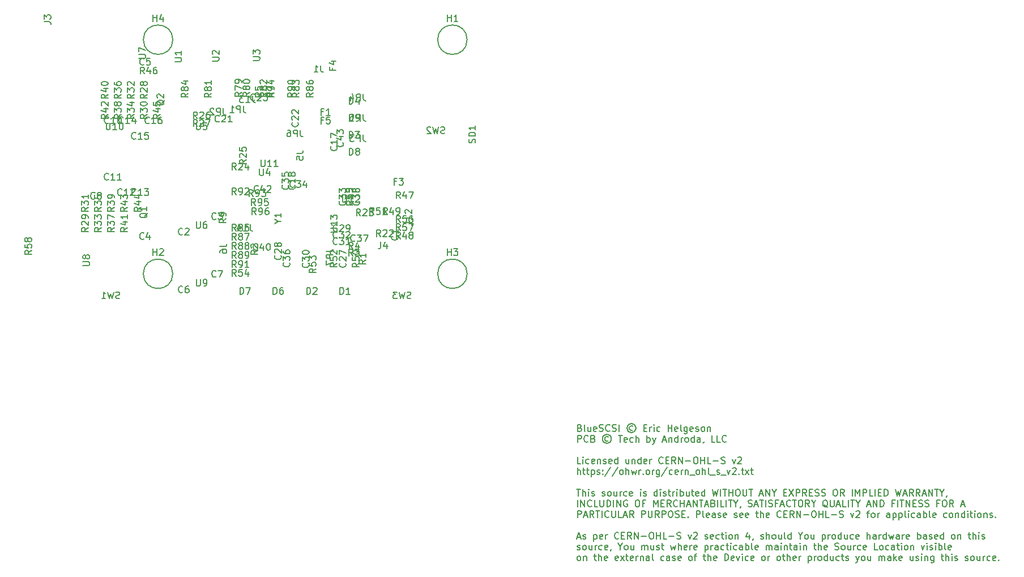
<source format=gbr>
%TF.GenerationSoftware,KiCad,Pcbnew,8.0.2*%
%TF.CreationDate,2024-12-01T19:44:38-06:00*%
%TF.ProjectId,Desktop_50_Pin_TopConn,4465736b-746f-4705-9f35-305f50696e5f,rev?*%
%TF.SameCoordinates,Original*%
%TF.FileFunction,Other,Comment*%
%FSLAX46Y46*%
G04 Gerber Fmt 4.6, Leading zero omitted, Abs format (unit mm)*
G04 Created by KiCad (PCBNEW 8.0.2) date 2024-12-01 19:44:38*
%MOMM*%
%LPD*%
G01*
G04 APERTURE LIST*
%ADD10C,0.150000*%
G04 APERTURE END LIST*
D10*
X81546235Y-40534154D02*
X81689092Y-40581773D01*
X81689092Y-40581773D02*
X81736711Y-40629392D01*
X81736711Y-40629392D02*
X81784330Y-40724630D01*
X81784330Y-40724630D02*
X81784330Y-40867487D01*
X81784330Y-40867487D02*
X81736711Y-40962725D01*
X81736711Y-40962725D02*
X81689092Y-41010345D01*
X81689092Y-41010345D02*
X81593854Y-41057964D01*
X81593854Y-41057964D02*
X81212902Y-41057964D01*
X81212902Y-41057964D02*
X81212902Y-40057964D01*
X81212902Y-40057964D02*
X81546235Y-40057964D01*
X81546235Y-40057964D02*
X81641473Y-40105583D01*
X81641473Y-40105583D02*
X81689092Y-40153202D01*
X81689092Y-40153202D02*
X81736711Y-40248440D01*
X81736711Y-40248440D02*
X81736711Y-40343678D01*
X81736711Y-40343678D02*
X81689092Y-40438916D01*
X81689092Y-40438916D02*
X81641473Y-40486535D01*
X81641473Y-40486535D02*
X81546235Y-40534154D01*
X81546235Y-40534154D02*
X81212902Y-40534154D01*
X82355759Y-41057964D02*
X82260521Y-41010345D01*
X82260521Y-41010345D02*
X82212902Y-40915106D01*
X82212902Y-40915106D02*
X82212902Y-40057964D01*
X83165283Y-40391297D02*
X83165283Y-41057964D01*
X82736712Y-40391297D02*
X82736712Y-40915106D01*
X82736712Y-40915106D02*
X82784331Y-41010345D01*
X82784331Y-41010345D02*
X82879569Y-41057964D01*
X82879569Y-41057964D02*
X83022426Y-41057964D01*
X83022426Y-41057964D02*
X83117664Y-41010345D01*
X83117664Y-41010345D02*
X83165283Y-40962725D01*
X84022426Y-41010345D02*
X83927188Y-41057964D01*
X83927188Y-41057964D02*
X83736712Y-41057964D01*
X83736712Y-41057964D02*
X83641474Y-41010345D01*
X83641474Y-41010345D02*
X83593855Y-40915106D01*
X83593855Y-40915106D02*
X83593855Y-40534154D01*
X83593855Y-40534154D02*
X83641474Y-40438916D01*
X83641474Y-40438916D02*
X83736712Y-40391297D01*
X83736712Y-40391297D02*
X83927188Y-40391297D01*
X83927188Y-40391297D02*
X84022426Y-40438916D01*
X84022426Y-40438916D02*
X84070045Y-40534154D01*
X84070045Y-40534154D02*
X84070045Y-40629392D01*
X84070045Y-40629392D02*
X83593855Y-40724630D01*
X84450998Y-41010345D02*
X84593855Y-41057964D01*
X84593855Y-41057964D02*
X84831950Y-41057964D01*
X84831950Y-41057964D02*
X84927188Y-41010345D01*
X84927188Y-41010345D02*
X84974807Y-40962725D01*
X84974807Y-40962725D02*
X85022426Y-40867487D01*
X85022426Y-40867487D02*
X85022426Y-40772249D01*
X85022426Y-40772249D02*
X84974807Y-40677011D01*
X84974807Y-40677011D02*
X84927188Y-40629392D01*
X84927188Y-40629392D02*
X84831950Y-40581773D01*
X84831950Y-40581773D02*
X84641474Y-40534154D01*
X84641474Y-40534154D02*
X84546236Y-40486535D01*
X84546236Y-40486535D02*
X84498617Y-40438916D01*
X84498617Y-40438916D02*
X84450998Y-40343678D01*
X84450998Y-40343678D02*
X84450998Y-40248440D01*
X84450998Y-40248440D02*
X84498617Y-40153202D01*
X84498617Y-40153202D02*
X84546236Y-40105583D01*
X84546236Y-40105583D02*
X84641474Y-40057964D01*
X84641474Y-40057964D02*
X84879569Y-40057964D01*
X84879569Y-40057964D02*
X85022426Y-40105583D01*
X86022426Y-40962725D02*
X85974807Y-41010345D01*
X85974807Y-41010345D02*
X85831950Y-41057964D01*
X85831950Y-41057964D02*
X85736712Y-41057964D01*
X85736712Y-41057964D02*
X85593855Y-41010345D01*
X85593855Y-41010345D02*
X85498617Y-40915106D01*
X85498617Y-40915106D02*
X85450998Y-40819868D01*
X85450998Y-40819868D02*
X85403379Y-40629392D01*
X85403379Y-40629392D02*
X85403379Y-40486535D01*
X85403379Y-40486535D02*
X85450998Y-40296059D01*
X85450998Y-40296059D02*
X85498617Y-40200821D01*
X85498617Y-40200821D02*
X85593855Y-40105583D01*
X85593855Y-40105583D02*
X85736712Y-40057964D01*
X85736712Y-40057964D02*
X85831950Y-40057964D01*
X85831950Y-40057964D02*
X85974807Y-40105583D01*
X85974807Y-40105583D02*
X86022426Y-40153202D01*
X86403379Y-41010345D02*
X86546236Y-41057964D01*
X86546236Y-41057964D02*
X86784331Y-41057964D01*
X86784331Y-41057964D02*
X86879569Y-41010345D01*
X86879569Y-41010345D02*
X86927188Y-40962725D01*
X86927188Y-40962725D02*
X86974807Y-40867487D01*
X86974807Y-40867487D02*
X86974807Y-40772249D01*
X86974807Y-40772249D02*
X86927188Y-40677011D01*
X86927188Y-40677011D02*
X86879569Y-40629392D01*
X86879569Y-40629392D02*
X86784331Y-40581773D01*
X86784331Y-40581773D02*
X86593855Y-40534154D01*
X86593855Y-40534154D02*
X86498617Y-40486535D01*
X86498617Y-40486535D02*
X86450998Y-40438916D01*
X86450998Y-40438916D02*
X86403379Y-40343678D01*
X86403379Y-40343678D02*
X86403379Y-40248440D01*
X86403379Y-40248440D02*
X86450998Y-40153202D01*
X86450998Y-40153202D02*
X86498617Y-40105583D01*
X86498617Y-40105583D02*
X86593855Y-40057964D01*
X86593855Y-40057964D02*
X86831950Y-40057964D01*
X86831950Y-40057964D02*
X86974807Y-40105583D01*
X87403379Y-41057964D02*
X87403379Y-40057964D01*
X89450998Y-40296059D02*
X89355759Y-40248440D01*
X89355759Y-40248440D02*
X89165283Y-40248440D01*
X89165283Y-40248440D02*
X89070045Y-40296059D01*
X89070045Y-40296059D02*
X88974807Y-40391297D01*
X88974807Y-40391297D02*
X88927188Y-40486535D01*
X88927188Y-40486535D02*
X88927188Y-40677011D01*
X88927188Y-40677011D02*
X88974807Y-40772249D01*
X88974807Y-40772249D02*
X89070045Y-40867487D01*
X89070045Y-40867487D02*
X89165283Y-40915106D01*
X89165283Y-40915106D02*
X89355759Y-40915106D01*
X89355759Y-40915106D02*
X89450998Y-40867487D01*
X89260521Y-39915106D02*
X89022426Y-39962725D01*
X89022426Y-39962725D02*
X88784331Y-40105583D01*
X88784331Y-40105583D02*
X88641474Y-40343678D01*
X88641474Y-40343678D02*
X88593855Y-40581773D01*
X88593855Y-40581773D02*
X88641474Y-40819868D01*
X88641474Y-40819868D02*
X88784331Y-41057964D01*
X88784331Y-41057964D02*
X89022426Y-41200821D01*
X89022426Y-41200821D02*
X89260521Y-41248440D01*
X89260521Y-41248440D02*
X89498617Y-41200821D01*
X89498617Y-41200821D02*
X89736712Y-41057964D01*
X89736712Y-41057964D02*
X89879569Y-40819868D01*
X89879569Y-40819868D02*
X89927188Y-40581773D01*
X89927188Y-40581773D02*
X89879569Y-40343678D01*
X89879569Y-40343678D02*
X89736712Y-40105583D01*
X89736712Y-40105583D02*
X89498617Y-39962725D01*
X89498617Y-39962725D02*
X89260521Y-39915106D01*
X91117665Y-40534154D02*
X91450998Y-40534154D01*
X91593855Y-41057964D02*
X91117665Y-41057964D01*
X91117665Y-41057964D02*
X91117665Y-40057964D01*
X91117665Y-40057964D02*
X91593855Y-40057964D01*
X92022427Y-41057964D02*
X92022427Y-40391297D01*
X92022427Y-40581773D02*
X92070046Y-40486535D01*
X92070046Y-40486535D02*
X92117665Y-40438916D01*
X92117665Y-40438916D02*
X92212903Y-40391297D01*
X92212903Y-40391297D02*
X92308141Y-40391297D01*
X92641475Y-41057964D02*
X92641475Y-40391297D01*
X92641475Y-40057964D02*
X92593856Y-40105583D01*
X92593856Y-40105583D02*
X92641475Y-40153202D01*
X92641475Y-40153202D02*
X92689094Y-40105583D01*
X92689094Y-40105583D02*
X92641475Y-40057964D01*
X92641475Y-40057964D02*
X92641475Y-40153202D01*
X93546236Y-41010345D02*
X93450998Y-41057964D01*
X93450998Y-41057964D02*
X93260522Y-41057964D01*
X93260522Y-41057964D02*
X93165284Y-41010345D01*
X93165284Y-41010345D02*
X93117665Y-40962725D01*
X93117665Y-40962725D02*
X93070046Y-40867487D01*
X93070046Y-40867487D02*
X93070046Y-40581773D01*
X93070046Y-40581773D02*
X93117665Y-40486535D01*
X93117665Y-40486535D02*
X93165284Y-40438916D01*
X93165284Y-40438916D02*
X93260522Y-40391297D01*
X93260522Y-40391297D02*
X93450998Y-40391297D01*
X93450998Y-40391297D02*
X93546236Y-40438916D01*
X94736713Y-41057964D02*
X94736713Y-40057964D01*
X94736713Y-40534154D02*
X95308141Y-40534154D01*
X95308141Y-41057964D02*
X95308141Y-40057964D01*
X96165284Y-41010345D02*
X96070046Y-41057964D01*
X96070046Y-41057964D02*
X95879570Y-41057964D01*
X95879570Y-41057964D02*
X95784332Y-41010345D01*
X95784332Y-41010345D02*
X95736713Y-40915106D01*
X95736713Y-40915106D02*
X95736713Y-40534154D01*
X95736713Y-40534154D02*
X95784332Y-40438916D01*
X95784332Y-40438916D02*
X95879570Y-40391297D01*
X95879570Y-40391297D02*
X96070046Y-40391297D01*
X96070046Y-40391297D02*
X96165284Y-40438916D01*
X96165284Y-40438916D02*
X96212903Y-40534154D01*
X96212903Y-40534154D02*
X96212903Y-40629392D01*
X96212903Y-40629392D02*
X95736713Y-40724630D01*
X96784332Y-41057964D02*
X96689094Y-41010345D01*
X96689094Y-41010345D02*
X96641475Y-40915106D01*
X96641475Y-40915106D02*
X96641475Y-40057964D01*
X97593856Y-40391297D02*
X97593856Y-41200821D01*
X97593856Y-41200821D02*
X97546237Y-41296059D01*
X97546237Y-41296059D02*
X97498618Y-41343678D01*
X97498618Y-41343678D02*
X97403380Y-41391297D01*
X97403380Y-41391297D02*
X97260523Y-41391297D01*
X97260523Y-41391297D02*
X97165285Y-41343678D01*
X97593856Y-41010345D02*
X97498618Y-41057964D01*
X97498618Y-41057964D02*
X97308142Y-41057964D01*
X97308142Y-41057964D02*
X97212904Y-41010345D01*
X97212904Y-41010345D02*
X97165285Y-40962725D01*
X97165285Y-40962725D02*
X97117666Y-40867487D01*
X97117666Y-40867487D02*
X97117666Y-40581773D01*
X97117666Y-40581773D02*
X97165285Y-40486535D01*
X97165285Y-40486535D02*
X97212904Y-40438916D01*
X97212904Y-40438916D02*
X97308142Y-40391297D01*
X97308142Y-40391297D02*
X97498618Y-40391297D01*
X97498618Y-40391297D02*
X97593856Y-40438916D01*
X98450999Y-41010345D02*
X98355761Y-41057964D01*
X98355761Y-41057964D02*
X98165285Y-41057964D01*
X98165285Y-41057964D02*
X98070047Y-41010345D01*
X98070047Y-41010345D02*
X98022428Y-40915106D01*
X98022428Y-40915106D02*
X98022428Y-40534154D01*
X98022428Y-40534154D02*
X98070047Y-40438916D01*
X98070047Y-40438916D02*
X98165285Y-40391297D01*
X98165285Y-40391297D02*
X98355761Y-40391297D01*
X98355761Y-40391297D02*
X98450999Y-40438916D01*
X98450999Y-40438916D02*
X98498618Y-40534154D01*
X98498618Y-40534154D02*
X98498618Y-40629392D01*
X98498618Y-40629392D02*
X98022428Y-40724630D01*
X98879571Y-41010345D02*
X98974809Y-41057964D01*
X98974809Y-41057964D02*
X99165285Y-41057964D01*
X99165285Y-41057964D02*
X99260523Y-41010345D01*
X99260523Y-41010345D02*
X99308142Y-40915106D01*
X99308142Y-40915106D02*
X99308142Y-40867487D01*
X99308142Y-40867487D02*
X99260523Y-40772249D01*
X99260523Y-40772249D02*
X99165285Y-40724630D01*
X99165285Y-40724630D02*
X99022428Y-40724630D01*
X99022428Y-40724630D02*
X98927190Y-40677011D01*
X98927190Y-40677011D02*
X98879571Y-40581773D01*
X98879571Y-40581773D02*
X98879571Y-40534154D01*
X98879571Y-40534154D02*
X98927190Y-40438916D01*
X98927190Y-40438916D02*
X99022428Y-40391297D01*
X99022428Y-40391297D02*
X99165285Y-40391297D01*
X99165285Y-40391297D02*
X99260523Y-40438916D01*
X99879571Y-41057964D02*
X99784333Y-41010345D01*
X99784333Y-41010345D02*
X99736714Y-40962725D01*
X99736714Y-40962725D02*
X99689095Y-40867487D01*
X99689095Y-40867487D02*
X99689095Y-40581773D01*
X99689095Y-40581773D02*
X99736714Y-40486535D01*
X99736714Y-40486535D02*
X99784333Y-40438916D01*
X99784333Y-40438916D02*
X99879571Y-40391297D01*
X99879571Y-40391297D02*
X100022428Y-40391297D01*
X100022428Y-40391297D02*
X100117666Y-40438916D01*
X100117666Y-40438916D02*
X100165285Y-40486535D01*
X100165285Y-40486535D02*
X100212904Y-40581773D01*
X100212904Y-40581773D02*
X100212904Y-40867487D01*
X100212904Y-40867487D02*
X100165285Y-40962725D01*
X100165285Y-40962725D02*
X100117666Y-41010345D01*
X100117666Y-41010345D02*
X100022428Y-41057964D01*
X100022428Y-41057964D02*
X99879571Y-41057964D01*
X100641476Y-40391297D02*
X100641476Y-41057964D01*
X100641476Y-40486535D02*
X100689095Y-40438916D01*
X100689095Y-40438916D02*
X100784333Y-40391297D01*
X100784333Y-40391297D02*
X100927190Y-40391297D01*
X100927190Y-40391297D02*
X101022428Y-40438916D01*
X101022428Y-40438916D02*
X101070047Y-40534154D01*
X101070047Y-40534154D02*
X101070047Y-41057964D01*
X81212902Y-42667908D02*
X81212902Y-41667908D01*
X81212902Y-41667908D02*
X81593854Y-41667908D01*
X81593854Y-41667908D02*
X81689092Y-41715527D01*
X81689092Y-41715527D02*
X81736711Y-41763146D01*
X81736711Y-41763146D02*
X81784330Y-41858384D01*
X81784330Y-41858384D02*
X81784330Y-42001241D01*
X81784330Y-42001241D02*
X81736711Y-42096479D01*
X81736711Y-42096479D02*
X81689092Y-42144098D01*
X81689092Y-42144098D02*
X81593854Y-42191717D01*
X81593854Y-42191717D02*
X81212902Y-42191717D01*
X82784330Y-42572669D02*
X82736711Y-42620289D01*
X82736711Y-42620289D02*
X82593854Y-42667908D01*
X82593854Y-42667908D02*
X82498616Y-42667908D01*
X82498616Y-42667908D02*
X82355759Y-42620289D01*
X82355759Y-42620289D02*
X82260521Y-42525050D01*
X82260521Y-42525050D02*
X82212902Y-42429812D01*
X82212902Y-42429812D02*
X82165283Y-42239336D01*
X82165283Y-42239336D02*
X82165283Y-42096479D01*
X82165283Y-42096479D02*
X82212902Y-41906003D01*
X82212902Y-41906003D02*
X82260521Y-41810765D01*
X82260521Y-41810765D02*
X82355759Y-41715527D01*
X82355759Y-41715527D02*
X82498616Y-41667908D01*
X82498616Y-41667908D02*
X82593854Y-41667908D01*
X82593854Y-41667908D02*
X82736711Y-41715527D01*
X82736711Y-41715527D02*
X82784330Y-41763146D01*
X83546235Y-42144098D02*
X83689092Y-42191717D01*
X83689092Y-42191717D02*
X83736711Y-42239336D01*
X83736711Y-42239336D02*
X83784330Y-42334574D01*
X83784330Y-42334574D02*
X83784330Y-42477431D01*
X83784330Y-42477431D02*
X83736711Y-42572669D01*
X83736711Y-42572669D02*
X83689092Y-42620289D01*
X83689092Y-42620289D02*
X83593854Y-42667908D01*
X83593854Y-42667908D02*
X83212902Y-42667908D01*
X83212902Y-42667908D02*
X83212902Y-41667908D01*
X83212902Y-41667908D02*
X83546235Y-41667908D01*
X83546235Y-41667908D02*
X83641473Y-41715527D01*
X83641473Y-41715527D02*
X83689092Y-41763146D01*
X83689092Y-41763146D02*
X83736711Y-41858384D01*
X83736711Y-41858384D02*
X83736711Y-41953622D01*
X83736711Y-41953622D02*
X83689092Y-42048860D01*
X83689092Y-42048860D02*
X83641473Y-42096479D01*
X83641473Y-42096479D02*
X83546235Y-42144098D01*
X83546235Y-42144098D02*
X83212902Y-42144098D01*
X85784331Y-41906003D02*
X85689092Y-41858384D01*
X85689092Y-41858384D02*
X85498616Y-41858384D01*
X85498616Y-41858384D02*
X85403378Y-41906003D01*
X85403378Y-41906003D02*
X85308140Y-42001241D01*
X85308140Y-42001241D02*
X85260521Y-42096479D01*
X85260521Y-42096479D02*
X85260521Y-42286955D01*
X85260521Y-42286955D02*
X85308140Y-42382193D01*
X85308140Y-42382193D02*
X85403378Y-42477431D01*
X85403378Y-42477431D02*
X85498616Y-42525050D01*
X85498616Y-42525050D02*
X85689092Y-42525050D01*
X85689092Y-42525050D02*
X85784331Y-42477431D01*
X85593854Y-41525050D02*
X85355759Y-41572669D01*
X85355759Y-41572669D02*
X85117664Y-41715527D01*
X85117664Y-41715527D02*
X84974807Y-41953622D01*
X84974807Y-41953622D02*
X84927188Y-42191717D01*
X84927188Y-42191717D02*
X84974807Y-42429812D01*
X84974807Y-42429812D02*
X85117664Y-42667908D01*
X85117664Y-42667908D02*
X85355759Y-42810765D01*
X85355759Y-42810765D02*
X85593854Y-42858384D01*
X85593854Y-42858384D02*
X85831950Y-42810765D01*
X85831950Y-42810765D02*
X86070045Y-42667908D01*
X86070045Y-42667908D02*
X86212902Y-42429812D01*
X86212902Y-42429812D02*
X86260521Y-42191717D01*
X86260521Y-42191717D02*
X86212902Y-41953622D01*
X86212902Y-41953622D02*
X86070045Y-41715527D01*
X86070045Y-41715527D02*
X85831950Y-41572669D01*
X85831950Y-41572669D02*
X85593854Y-41525050D01*
X87308141Y-41667908D02*
X87879569Y-41667908D01*
X87593855Y-42667908D02*
X87593855Y-41667908D01*
X88593855Y-42620289D02*
X88498617Y-42667908D01*
X88498617Y-42667908D02*
X88308141Y-42667908D01*
X88308141Y-42667908D02*
X88212903Y-42620289D01*
X88212903Y-42620289D02*
X88165284Y-42525050D01*
X88165284Y-42525050D02*
X88165284Y-42144098D01*
X88165284Y-42144098D02*
X88212903Y-42048860D01*
X88212903Y-42048860D02*
X88308141Y-42001241D01*
X88308141Y-42001241D02*
X88498617Y-42001241D01*
X88498617Y-42001241D02*
X88593855Y-42048860D01*
X88593855Y-42048860D02*
X88641474Y-42144098D01*
X88641474Y-42144098D02*
X88641474Y-42239336D01*
X88641474Y-42239336D02*
X88165284Y-42334574D01*
X89498617Y-42620289D02*
X89403379Y-42667908D01*
X89403379Y-42667908D02*
X89212903Y-42667908D01*
X89212903Y-42667908D02*
X89117665Y-42620289D01*
X89117665Y-42620289D02*
X89070046Y-42572669D01*
X89070046Y-42572669D02*
X89022427Y-42477431D01*
X89022427Y-42477431D02*
X89022427Y-42191717D01*
X89022427Y-42191717D02*
X89070046Y-42096479D01*
X89070046Y-42096479D02*
X89117665Y-42048860D01*
X89117665Y-42048860D02*
X89212903Y-42001241D01*
X89212903Y-42001241D02*
X89403379Y-42001241D01*
X89403379Y-42001241D02*
X89498617Y-42048860D01*
X89927189Y-42667908D02*
X89927189Y-41667908D01*
X90355760Y-42667908D02*
X90355760Y-42144098D01*
X90355760Y-42144098D02*
X90308141Y-42048860D01*
X90308141Y-42048860D02*
X90212903Y-42001241D01*
X90212903Y-42001241D02*
X90070046Y-42001241D01*
X90070046Y-42001241D02*
X89974808Y-42048860D01*
X89974808Y-42048860D02*
X89927189Y-42096479D01*
X91593856Y-42667908D02*
X91593856Y-41667908D01*
X91593856Y-42048860D02*
X91689094Y-42001241D01*
X91689094Y-42001241D02*
X91879570Y-42001241D01*
X91879570Y-42001241D02*
X91974808Y-42048860D01*
X91974808Y-42048860D02*
X92022427Y-42096479D01*
X92022427Y-42096479D02*
X92070046Y-42191717D01*
X92070046Y-42191717D02*
X92070046Y-42477431D01*
X92070046Y-42477431D02*
X92022427Y-42572669D01*
X92022427Y-42572669D02*
X91974808Y-42620289D01*
X91974808Y-42620289D02*
X91879570Y-42667908D01*
X91879570Y-42667908D02*
X91689094Y-42667908D01*
X91689094Y-42667908D02*
X91593856Y-42620289D01*
X92403380Y-42001241D02*
X92641475Y-42667908D01*
X92879570Y-42001241D02*
X92641475Y-42667908D01*
X92641475Y-42667908D02*
X92546237Y-42906003D01*
X92546237Y-42906003D02*
X92498618Y-42953622D01*
X92498618Y-42953622D02*
X92403380Y-43001241D01*
X93974809Y-42382193D02*
X94450999Y-42382193D01*
X93879571Y-42667908D02*
X94212904Y-41667908D01*
X94212904Y-41667908D02*
X94546237Y-42667908D01*
X94879571Y-42001241D02*
X94879571Y-42667908D01*
X94879571Y-42096479D02*
X94927190Y-42048860D01*
X94927190Y-42048860D02*
X95022428Y-42001241D01*
X95022428Y-42001241D02*
X95165285Y-42001241D01*
X95165285Y-42001241D02*
X95260523Y-42048860D01*
X95260523Y-42048860D02*
X95308142Y-42144098D01*
X95308142Y-42144098D02*
X95308142Y-42667908D01*
X96212904Y-42667908D02*
X96212904Y-41667908D01*
X96212904Y-42620289D02*
X96117666Y-42667908D01*
X96117666Y-42667908D02*
X95927190Y-42667908D01*
X95927190Y-42667908D02*
X95831952Y-42620289D01*
X95831952Y-42620289D02*
X95784333Y-42572669D01*
X95784333Y-42572669D02*
X95736714Y-42477431D01*
X95736714Y-42477431D02*
X95736714Y-42191717D01*
X95736714Y-42191717D02*
X95784333Y-42096479D01*
X95784333Y-42096479D02*
X95831952Y-42048860D01*
X95831952Y-42048860D02*
X95927190Y-42001241D01*
X95927190Y-42001241D02*
X96117666Y-42001241D01*
X96117666Y-42001241D02*
X96212904Y-42048860D01*
X96689095Y-42667908D02*
X96689095Y-42001241D01*
X96689095Y-42191717D02*
X96736714Y-42096479D01*
X96736714Y-42096479D02*
X96784333Y-42048860D01*
X96784333Y-42048860D02*
X96879571Y-42001241D01*
X96879571Y-42001241D02*
X96974809Y-42001241D01*
X97451000Y-42667908D02*
X97355762Y-42620289D01*
X97355762Y-42620289D02*
X97308143Y-42572669D01*
X97308143Y-42572669D02*
X97260524Y-42477431D01*
X97260524Y-42477431D02*
X97260524Y-42191717D01*
X97260524Y-42191717D02*
X97308143Y-42096479D01*
X97308143Y-42096479D02*
X97355762Y-42048860D01*
X97355762Y-42048860D02*
X97451000Y-42001241D01*
X97451000Y-42001241D02*
X97593857Y-42001241D01*
X97593857Y-42001241D02*
X97689095Y-42048860D01*
X97689095Y-42048860D02*
X97736714Y-42096479D01*
X97736714Y-42096479D02*
X97784333Y-42191717D01*
X97784333Y-42191717D02*
X97784333Y-42477431D01*
X97784333Y-42477431D02*
X97736714Y-42572669D01*
X97736714Y-42572669D02*
X97689095Y-42620289D01*
X97689095Y-42620289D02*
X97593857Y-42667908D01*
X97593857Y-42667908D02*
X97451000Y-42667908D01*
X98641476Y-42667908D02*
X98641476Y-41667908D01*
X98641476Y-42620289D02*
X98546238Y-42667908D01*
X98546238Y-42667908D02*
X98355762Y-42667908D01*
X98355762Y-42667908D02*
X98260524Y-42620289D01*
X98260524Y-42620289D02*
X98212905Y-42572669D01*
X98212905Y-42572669D02*
X98165286Y-42477431D01*
X98165286Y-42477431D02*
X98165286Y-42191717D01*
X98165286Y-42191717D02*
X98212905Y-42096479D01*
X98212905Y-42096479D02*
X98260524Y-42048860D01*
X98260524Y-42048860D02*
X98355762Y-42001241D01*
X98355762Y-42001241D02*
X98546238Y-42001241D01*
X98546238Y-42001241D02*
X98641476Y-42048860D01*
X99546238Y-42667908D02*
X99546238Y-42144098D01*
X99546238Y-42144098D02*
X99498619Y-42048860D01*
X99498619Y-42048860D02*
X99403381Y-42001241D01*
X99403381Y-42001241D02*
X99212905Y-42001241D01*
X99212905Y-42001241D02*
X99117667Y-42048860D01*
X99546238Y-42620289D02*
X99451000Y-42667908D01*
X99451000Y-42667908D02*
X99212905Y-42667908D01*
X99212905Y-42667908D02*
X99117667Y-42620289D01*
X99117667Y-42620289D02*
X99070048Y-42525050D01*
X99070048Y-42525050D02*
X99070048Y-42429812D01*
X99070048Y-42429812D02*
X99117667Y-42334574D01*
X99117667Y-42334574D02*
X99212905Y-42286955D01*
X99212905Y-42286955D02*
X99451000Y-42286955D01*
X99451000Y-42286955D02*
X99546238Y-42239336D01*
X100070048Y-42620289D02*
X100070048Y-42667908D01*
X100070048Y-42667908D02*
X100022429Y-42763146D01*
X100022429Y-42763146D02*
X99974810Y-42810765D01*
X101736714Y-42667908D02*
X101260524Y-42667908D01*
X101260524Y-42667908D02*
X101260524Y-41667908D01*
X102546238Y-42667908D02*
X102070048Y-42667908D01*
X102070048Y-42667908D02*
X102070048Y-41667908D01*
X103451000Y-42572669D02*
X103403381Y-42620289D01*
X103403381Y-42620289D02*
X103260524Y-42667908D01*
X103260524Y-42667908D02*
X103165286Y-42667908D01*
X103165286Y-42667908D02*
X103022429Y-42620289D01*
X103022429Y-42620289D02*
X102927191Y-42525050D01*
X102927191Y-42525050D02*
X102879572Y-42429812D01*
X102879572Y-42429812D02*
X102831953Y-42239336D01*
X102831953Y-42239336D02*
X102831953Y-42096479D01*
X102831953Y-42096479D02*
X102879572Y-41906003D01*
X102879572Y-41906003D02*
X102927191Y-41810765D01*
X102927191Y-41810765D02*
X103022429Y-41715527D01*
X103022429Y-41715527D02*
X103165286Y-41667908D01*
X103165286Y-41667908D02*
X103260524Y-41667908D01*
X103260524Y-41667908D02*
X103403381Y-41715527D01*
X103403381Y-41715527D02*
X103451000Y-41763146D01*
X81689092Y-45887796D02*
X81212902Y-45887796D01*
X81212902Y-45887796D02*
X81212902Y-44887796D01*
X82022426Y-45887796D02*
X82022426Y-45221129D01*
X82022426Y-44887796D02*
X81974807Y-44935415D01*
X81974807Y-44935415D02*
X82022426Y-44983034D01*
X82022426Y-44983034D02*
X82070045Y-44935415D01*
X82070045Y-44935415D02*
X82022426Y-44887796D01*
X82022426Y-44887796D02*
X82022426Y-44983034D01*
X82927187Y-45840177D02*
X82831949Y-45887796D01*
X82831949Y-45887796D02*
X82641473Y-45887796D01*
X82641473Y-45887796D02*
X82546235Y-45840177D01*
X82546235Y-45840177D02*
X82498616Y-45792557D01*
X82498616Y-45792557D02*
X82450997Y-45697319D01*
X82450997Y-45697319D02*
X82450997Y-45411605D01*
X82450997Y-45411605D02*
X82498616Y-45316367D01*
X82498616Y-45316367D02*
X82546235Y-45268748D01*
X82546235Y-45268748D02*
X82641473Y-45221129D01*
X82641473Y-45221129D02*
X82831949Y-45221129D01*
X82831949Y-45221129D02*
X82927187Y-45268748D01*
X83736711Y-45840177D02*
X83641473Y-45887796D01*
X83641473Y-45887796D02*
X83450997Y-45887796D01*
X83450997Y-45887796D02*
X83355759Y-45840177D01*
X83355759Y-45840177D02*
X83308140Y-45744938D01*
X83308140Y-45744938D02*
X83308140Y-45363986D01*
X83308140Y-45363986D02*
X83355759Y-45268748D01*
X83355759Y-45268748D02*
X83450997Y-45221129D01*
X83450997Y-45221129D02*
X83641473Y-45221129D01*
X83641473Y-45221129D02*
X83736711Y-45268748D01*
X83736711Y-45268748D02*
X83784330Y-45363986D01*
X83784330Y-45363986D02*
X83784330Y-45459224D01*
X83784330Y-45459224D02*
X83308140Y-45554462D01*
X84212902Y-45221129D02*
X84212902Y-45887796D01*
X84212902Y-45316367D02*
X84260521Y-45268748D01*
X84260521Y-45268748D02*
X84355759Y-45221129D01*
X84355759Y-45221129D02*
X84498616Y-45221129D01*
X84498616Y-45221129D02*
X84593854Y-45268748D01*
X84593854Y-45268748D02*
X84641473Y-45363986D01*
X84641473Y-45363986D02*
X84641473Y-45887796D01*
X85070045Y-45840177D02*
X85165283Y-45887796D01*
X85165283Y-45887796D02*
X85355759Y-45887796D01*
X85355759Y-45887796D02*
X85450997Y-45840177D01*
X85450997Y-45840177D02*
X85498616Y-45744938D01*
X85498616Y-45744938D02*
X85498616Y-45697319D01*
X85498616Y-45697319D02*
X85450997Y-45602081D01*
X85450997Y-45602081D02*
X85355759Y-45554462D01*
X85355759Y-45554462D02*
X85212902Y-45554462D01*
X85212902Y-45554462D02*
X85117664Y-45506843D01*
X85117664Y-45506843D02*
X85070045Y-45411605D01*
X85070045Y-45411605D02*
X85070045Y-45363986D01*
X85070045Y-45363986D02*
X85117664Y-45268748D01*
X85117664Y-45268748D02*
X85212902Y-45221129D01*
X85212902Y-45221129D02*
X85355759Y-45221129D01*
X85355759Y-45221129D02*
X85450997Y-45268748D01*
X86308140Y-45840177D02*
X86212902Y-45887796D01*
X86212902Y-45887796D02*
X86022426Y-45887796D01*
X86022426Y-45887796D02*
X85927188Y-45840177D01*
X85927188Y-45840177D02*
X85879569Y-45744938D01*
X85879569Y-45744938D02*
X85879569Y-45363986D01*
X85879569Y-45363986D02*
X85927188Y-45268748D01*
X85927188Y-45268748D02*
X86022426Y-45221129D01*
X86022426Y-45221129D02*
X86212902Y-45221129D01*
X86212902Y-45221129D02*
X86308140Y-45268748D01*
X86308140Y-45268748D02*
X86355759Y-45363986D01*
X86355759Y-45363986D02*
X86355759Y-45459224D01*
X86355759Y-45459224D02*
X85879569Y-45554462D01*
X87212902Y-45887796D02*
X87212902Y-44887796D01*
X87212902Y-45840177D02*
X87117664Y-45887796D01*
X87117664Y-45887796D02*
X86927188Y-45887796D01*
X86927188Y-45887796D02*
X86831950Y-45840177D01*
X86831950Y-45840177D02*
X86784331Y-45792557D01*
X86784331Y-45792557D02*
X86736712Y-45697319D01*
X86736712Y-45697319D02*
X86736712Y-45411605D01*
X86736712Y-45411605D02*
X86784331Y-45316367D01*
X86784331Y-45316367D02*
X86831950Y-45268748D01*
X86831950Y-45268748D02*
X86927188Y-45221129D01*
X86927188Y-45221129D02*
X87117664Y-45221129D01*
X87117664Y-45221129D02*
X87212902Y-45268748D01*
X88879569Y-45221129D02*
X88879569Y-45887796D01*
X88450998Y-45221129D02*
X88450998Y-45744938D01*
X88450998Y-45744938D02*
X88498617Y-45840177D01*
X88498617Y-45840177D02*
X88593855Y-45887796D01*
X88593855Y-45887796D02*
X88736712Y-45887796D01*
X88736712Y-45887796D02*
X88831950Y-45840177D01*
X88831950Y-45840177D02*
X88879569Y-45792557D01*
X89355760Y-45221129D02*
X89355760Y-45887796D01*
X89355760Y-45316367D02*
X89403379Y-45268748D01*
X89403379Y-45268748D02*
X89498617Y-45221129D01*
X89498617Y-45221129D02*
X89641474Y-45221129D01*
X89641474Y-45221129D02*
X89736712Y-45268748D01*
X89736712Y-45268748D02*
X89784331Y-45363986D01*
X89784331Y-45363986D02*
X89784331Y-45887796D01*
X90689093Y-45887796D02*
X90689093Y-44887796D01*
X90689093Y-45840177D02*
X90593855Y-45887796D01*
X90593855Y-45887796D02*
X90403379Y-45887796D01*
X90403379Y-45887796D02*
X90308141Y-45840177D01*
X90308141Y-45840177D02*
X90260522Y-45792557D01*
X90260522Y-45792557D02*
X90212903Y-45697319D01*
X90212903Y-45697319D02*
X90212903Y-45411605D01*
X90212903Y-45411605D02*
X90260522Y-45316367D01*
X90260522Y-45316367D02*
X90308141Y-45268748D01*
X90308141Y-45268748D02*
X90403379Y-45221129D01*
X90403379Y-45221129D02*
X90593855Y-45221129D01*
X90593855Y-45221129D02*
X90689093Y-45268748D01*
X91546236Y-45840177D02*
X91450998Y-45887796D01*
X91450998Y-45887796D02*
X91260522Y-45887796D01*
X91260522Y-45887796D02*
X91165284Y-45840177D01*
X91165284Y-45840177D02*
X91117665Y-45744938D01*
X91117665Y-45744938D02*
X91117665Y-45363986D01*
X91117665Y-45363986D02*
X91165284Y-45268748D01*
X91165284Y-45268748D02*
X91260522Y-45221129D01*
X91260522Y-45221129D02*
X91450998Y-45221129D01*
X91450998Y-45221129D02*
X91546236Y-45268748D01*
X91546236Y-45268748D02*
X91593855Y-45363986D01*
X91593855Y-45363986D02*
X91593855Y-45459224D01*
X91593855Y-45459224D02*
X91117665Y-45554462D01*
X92022427Y-45887796D02*
X92022427Y-45221129D01*
X92022427Y-45411605D02*
X92070046Y-45316367D01*
X92070046Y-45316367D02*
X92117665Y-45268748D01*
X92117665Y-45268748D02*
X92212903Y-45221129D01*
X92212903Y-45221129D02*
X92308141Y-45221129D01*
X93974808Y-45792557D02*
X93927189Y-45840177D01*
X93927189Y-45840177D02*
X93784332Y-45887796D01*
X93784332Y-45887796D02*
X93689094Y-45887796D01*
X93689094Y-45887796D02*
X93546237Y-45840177D01*
X93546237Y-45840177D02*
X93450999Y-45744938D01*
X93450999Y-45744938D02*
X93403380Y-45649700D01*
X93403380Y-45649700D02*
X93355761Y-45459224D01*
X93355761Y-45459224D02*
X93355761Y-45316367D01*
X93355761Y-45316367D02*
X93403380Y-45125891D01*
X93403380Y-45125891D02*
X93450999Y-45030653D01*
X93450999Y-45030653D02*
X93546237Y-44935415D01*
X93546237Y-44935415D02*
X93689094Y-44887796D01*
X93689094Y-44887796D02*
X93784332Y-44887796D01*
X93784332Y-44887796D02*
X93927189Y-44935415D01*
X93927189Y-44935415D02*
X93974808Y-44983034D01*
X94403380Y-45363986D02*
X94736713Y-45363986D01*
X94879570Y-45887796D02*
X94403380Y-45887796D01*
X94403380Y-45887796D02*
X94403380Y-44887796D01*
X94403380Y-44887796D02*
X94879570Y-44887796D01*
X95879570Y-45887796D02*
X95546237Y-45411605D01*
X95308142Y-45887796D02*
X95308142Y-44887796D01*
X95308142Y-44887796D02*
X95689094Y-44887796D01*
X95689094Y-44887796D02*
X95784332Y-44935415D01*
X95784332Y-44935415D02*
X95831951Y-44983034D01*
X95831951Y-44983034D02*
X95879570Y-45078272D01*
X95879570Y-45078272D02*
X95879570Y-45221129D01*
X95879570Y-45221129D02*
X95831951Y-45316367D01*
X95831951Y-45316367D02*
X95784332Y-45363986D01*
X95784332Y-45363986D02*
X95689094Y-45411605D01*
X95689094Y-45411605D02*
X95308142Y-45411605D01*
X96308142Y-45887796D02*
X96308142Y-44887796D01*
X96308142Y-44887796D02*
X96879570Y-45887796D01*
X96879570Y-45887796D02*
X96879570Y-44887796D01*
X97355761Y-45506843D02*
X98117666Y-45506843D01*
X98784332Y-44887796D02*
X98974808Y-44887796D01*
X98974808Y-44887796D02*
X99070046Y-44935415D01*
X99070046Y-44935415D02*
X99165284Y-45030653D01*
X99165284Y-45030653D02*
X99212903Y-45221129D01*
X99212903Y-45221129D02*
X99212903Y-45554462D01*
X99212903Y-45554462D02*
X99165284Y-45744938D01*
X99165284Y-45744938D02*
X99070046Y-45840177D01*
X99070046Y-45840177D02*
X98974808Y-45887796D01*
X98974808Y-45887796D02*
X98784332Y-45887796D01*
X98784332Y-45887796D02*
X98689094Y-45840177D01*
X98689094Y-45840177D02*
X98593856Y-45744938D01*
X98593856Y-45744938D02*
X98546237Y-45554462D01*
X98546237Y-45554462D02*
X98546237Y-45221129D01*
X98546237Y-45221129D02*
X98593856Y-45030653D01*
X98593856Y-45030653D02*
X98689094Y-44935415D01*
X98689094Y-44935415D02*
X98784332Y-44887796D01*
X99641475Y-45887796D02*
X99641475Y-44887796D01*
X99641475Y-45363986D02*
X100212903Y-45363986D01*
X100212903Y-45887796D02*
X100212903Y-44887796D01*
X101165284Y-45887796D02*
X100689094Y-45887796D01*
X100689094Y-45887796D02*
X100689094Y-44887796D01*
X101498618Y-45506843D02*
X102260523Y-45506843D01*
X102689094Y-45840177D02*
X102831951Y-45887796D01*
X102831951Y-45887796D02*
X103070046Y-45887796D01*
X103070046Y-45887796D02*
X103165284Y-45840177D01*
X103165284Y-45840177D02*
X103212903Y-45792557D01*
X103212903Y-45792557D02*
X103260522Y-45697319D01*
X103260522Y-45697319D02*
X103260522Y-45602081D01*
X103260522Y-45602081D02*
X103212903Y-45506843D01*
X103212903Y-45506843D02*
X103165284Y-45459224D01*
X103165284Y-45459224D02*
X103070046Y-45411605D01*
X103070046Y-45411605D02*
X102879570Y-45363986D01*
X102879570Y-45363986D02*
X102784332Y-45316367D01*
X102784332Y-45316367D02*
X102736713Y-45268748D01*
X102736713Y-45268748D02*
X102689094Y-45173510D01*
X102689094Y-45173510D02*
X102689094Y-45078272D01*
X102689094Y-45078272D02*
X102736713Y-44983034D01*
X102736713Y-44983034D02*
X102784332Y-44935415D01*
X102784332Y-44935415D02*
X102879570Y-44887796D01*
X102879570Y-44887796D02*
X103117665Y-44887796D01*
X103117665Y-44887796D02*
X103260522Y-44935415D01*
X104355761Y-45221129D02*
X104593856Y-45887796D01*
X104593856Y-45887796D02*
X104831951Y-45221129D01*
X105165285Y-44983034D02*
X105212904Y-44935415D01*
X105212904Y-44935415D02*
X105308142Y-44887796D01*
X105308142Y-44887796D02*
X105546237Y-44887796D01*
X105546237Y-44887796D02*
X105641475Y-44935415D01*
X105641475Y-44935415D02*
X105689094Y-44983034D01*
X105689094Y-44983034D02*
X105736713Y-45078272D01*
X105736713Y-45078272D02*
X105736713Y-45173510D01*
X105736713Y-45173510D02*
X105689094Y-45316367D01*
X105689094Y-45316367D02*
X105117666Y-45887796D01*
X105117666Y-45887796D02*
X105736713Y-45887796D01*
X81212902Y-47497740D02*
X81212902Y-46497740D01*
X81641473Y-47497740D02*
X81641473Y-46973930D01*
X81641473Y-46973930D02*
X81593854Y-46878692D01*
X81593854Y-46878692D02*
X81498616Y-46831073D01*
X81498616Y-46831073D02*
X81355759Y-46831073D01*
X81355759Y-46831073D02*
X81260521Y-46878692D01*
X81260521Y-46878692D02*
X81212902Y-46926311D01*
X81974807Y-46831073D02*
X82355759Y-46831073D01*
X82117664Y-46497740D02*
X82117664Y-47354882D01*
X82117664Y-47354882D02*
X82165283Y-47450121D01*
X82165283Y-47450121D02*
X82260521Y-47497740D01*
X82260521Y-47497740D02*
X82355759Y-47497740D01*
X82546236Y-46831073D02*
X82927188Y-46831073D01*
X82689093Y-46497740D02*
X82689093Y-47354882D01*
X82689093Y-47354882D02*
X82736712Y-47450121D01*
X82736712Y-47450121D02*
X82831950Y-47497740D01*
X82831950Y-47497740D02*
X82927188Y-47497740D01*
X83260522Y-46831073D02*
X83260522Y-47831073D01*
X83260522Y-46878692D02*
X83355760Y-46831073D01*
X83355760Y-46831073D02*
X83546236Y-46831073D01*
X83546236Y-46831073D02*
X83641474Y-46878692D01*
X83641474Y-46878692D02*
X83689093Y-46926311D01*
X83689093Y-46926311D02*
X83736712Y-47021549D01*
X83736712Y-47021549D02*
X83736712Y-47307263D01*
X83736712Y-47307263D02*
X83689093Y-47402501D01*
X83689093Y-47402501D02*
X83641474Y-47450121D01*
X83641474Y-47450121D02*
X83546236Y-47497740D01*
X83546236Y-47497740D02*
X83355760Y-47497740D01*
X83355760Y-47497740D02*
X83260522Y-47450121D01*
X84117665Y-47450121D02*
X84212903Y-47497740D01*
X84212903Y-47497740D02*
X84403379Y-47497740D01*
X84403379Y-47497740D02*
X84498617Y-47450121D01*
X84498617Y-47450121D02*
X84546236Y-47354882D01*
X84546236Y-47354882D02*
X84546236Y-47307263D01*
X84546236Y-47307263D02*
X84498617Y-47212025D01*
X84498617Y-47212025D02*
X84403379Y-47164406D01*
X84403379Y-47164406D02*
X84260522Y-47164406D01*
X84260522Y-47164406D02*
X84165284Y-47116787D01*
X84165284Y-47116787D02*
X84117665Y-47021549D01*
X84117665Y-47021549D02*
X84117665Y-46973930D01*
X84117665Y-46973930D02*
X84165284Y-46878692D01*
X84165284Y-46878692D02*
X84260522Y-46831073D01*
X84260522Y-46831073D02*
X84403379Y-46831073D01*
X84403379Y-46831073D02*
X84498617Y-46878692D01*
X84974808Y-47402501D02*
X85022427Y-47450121D01*
X85022427Y-47450121D02*
X84974808Y-47497740D01*
X84974808Y-47497740D02*
X84927189Y-47450121D01*
X84927189Y-47450121D02*
X84974808Y-47402501D01*
X84974808Y-47402501D02*
X84974808Y-47497740D01*
X84974808Y-46878692D02*
X85022427Y-46926311D01*
X85022427Y-46926311D02*
X84974808Y-46973930D01*
X84974808Y-46973930D02*
X84927189Y-46926311D01*
X84927189Y-46926311D02*
X84974808Y-46878692D01*
X84974808Y-46878692D02*
X84974808Y-46973930D01*
X86165283Y-46450121D02*
X85308141Y-47735835D01*
X87212902Y-46450121D02*
X86355760Y-47735835D01*
X87689093Y-47497740D02*
X87593855Y-47450121D01*
X87593855Y-47450121D02*
X87546236Y-47402501D01*
X87546236Y-47402501D02*
X87498617Y-47307263D01*
X87498617Y-47307263D02*
X87498617Y-47021549D01*
X87498617Y-47021549D02*
X87546236Y-46926311D01*
X87546236Y-46926311D02*
X87593855Y-46878692D01*
X87593855Y-46878692D02*
X87689093Y-46831073D01*
X87689093Y-46831073D02*
X87831950Y-46831073D01*
X87831950Y-46831073D02*
X87927188Y-46878692D01*
X87927188Y-46878692D02*
X87974807Y-46926311D01*
X87974807Y-46926311D02*
X88022426Y-47021549D01*
X88022426Y-47021549D02*
X88022426Y-47307263D01*
X88022426Y-47307263D02*
X87974807Y-47402501D01*
X87974807Y-47402501D02*
X87927188Y-47450121D01*
X87927188Y-47450121D02*
X87831950Y-47497740D01*
X87831950Y-47497740D02*
X87689093Y-47497740D01*
X88450998Y-47497740D02*
X88450998Y-46497740D01*
X88879569Y-47497740D02*
X88879569Y-46973930D01*
X88879569Y-46973930D02*
X88831950Y-46878692D01*
X88831950Y-46878692D02*
X88736712Y-46831073D01*
X88736712Y-46831073D02*
X88593855Y-46831073D01*
X88593855Y-46831073D02*
X88498617Y-46878692D01*
X88498617Y-46878692D02*
X88450998Y-46926311D01*
X89260522Y-46831073D02*
X89450998Y-47497740D01*
X89450998Y-47497740D02*
X89641474Y-47021549D01*
X89641474Y-47021549D02*
X89831950Y-47497740D01*
X89831950Y-47497740D02*
X90022426Y-46831073D01*
X90403379Y-47497740D02*
X90403379Y-46831073D01*
X90403379Y-47021549D02*
X90450998Y-46926311D01*
X90450998Y-46926311D02*
X90498617Y-46878692D01*
X90498617Y-46878692D02*
X90593855Y-46831073D01*
X90593855Y-46831073D02*
X90689093Y-46831073D01*
X91022427Y-47402501D02*
X91070046Y-47450121D01*
X91070046Y-47450121D02*
X91022427Y-47497740D01*
X91022427Y-47497740D02*
X90974808Y-47450121D01*
X90974808Y-47450121D02*
X91022427Y-47402501D01*
X91022427Y-47402501D02*
X91022427Y-47497740D01*
X91641474Y-47497740D02*
X91546236Y-47450121D01*
X91546236Y-47450121D02*
X91498617Y-47402501D01*
X91498617Y-47402501D02*
X91450998Y-47307263D01*
X91450998Y-47307263D02*
X91450998Y-47021549D01*
X91450998Y-47021549D02*
X91498617Y-46926311D01*
X91498617Y-46926311D02*
X91546236Y-46878692D01*
X91546236Y-46878692D02*
X91641474Y-46831073D01*
X91641474Y-46831073D02*
X91784331Y-46831073D01*
X91784331Y-46831073D02*
X91879569Y-46878692D01*
X91879569Y-46878692D02*
X91927188Y-46926311D01*
X91927188Y-46926311D02*
X91974807Y-47021549D01*
X91974807Y-47021549D02*
X91974807Y-47307263D01*
X91974807Y-47307263D02*
X91927188Y-47402501D01*
X91927188Y-47402501D02*
X91879569Y-47450121D01*
X91879569Y-47450121D02*
X91784331Y-47497740D01*
X91784331Y-47497740D02*
X91641474Y-47497740D01*
X92403379Y-47497740D02*
X92403379Y-46831073D01*
X92403379Y-47021549D02*
X92450998Y-46926311D01*
X92450998Y-46926311D02*
X92498617Y-46878692D01*
X92498617Y-46878692D02*
X92593855Y-46831073D01*
X92593855Y-46831073D02*
X92689093Y-46831073D01*
X93450998Y-46831073D02*
X93450998Y-47640597D01*
X93450998Y-47640597D02*
X93403379Y-47735835D01*
X93403379Y-47735835D02*
X93355760Y-47783454D01*
X93355760Y-47783454D02*
X93260522Y-47831073D01*
X93260522Y-47831073D02*
X93117665Y-47831073D01*
X93117665Y-47831073D02*
X93022427Y-47783454D01*
X93450998Y-47450121D02*
X93355760Y-47497740D01*
X93355760Y-47497740D02*
X93165284Y-47497740D01*
X93165284Y-47497740D02*
X93070046Y-47450121D01*
X93070046Y-47450121D02*
X93022427Y-47402501D01*
X93022427Y-47402501D02*
X92974808Y-47307263D01*
X92974808Y-47307263D02*
X92974808Y-47021549D01*
X92974808Y-47021549D02*
X93022427Y-46926311D01*
X93022427Y-46926311D02*
X93070046Y-46878692D01*
X93070046Y-46878692D02*
X93165284Y-46831073D01*
X93165284Y-46831073D02*
X93355760Y-46831073D01*
X93355760Y-46831073D02*
X93450998Y-46878692D01*
X94641474Y-46450121D02*
X93784332Y-47735835D01*
X95403379Y-47450121D02*
X95308141Y-47497740D01*
X95308141Y-47497740D02*
X95117665Y-47497740D01*
X95117665Y-47497740D02*
X95022427Y-47450121D01*
X95022427Y-47450121D02*
X94974808Y-47402501D01*
X94974808Y-47402501D02*
X94927189Y-47307263D01*
X94927189Y-47307263D02*
X94927189Y-47021549D01*
X94927189Y-47021549D02*
X94974808Y-46926311D01*
X94974808Y-46926311D02*
X95022427Y-46878692D01*
X95022427Y-46878692D02*
X95117665Y-46831073D01*
X95117665Y-46831073D02*
X95308141Y-46831073D01*
X95308141Y-46831073D02*
X95403379Y-46878692D01*
X96212903Y-47450121D02*
X96117665Y-47497740D01*
X96117665Y-47497740D02*
X95927189Y-47497740D01*
X95927189Y-47497740D02*
X95831951Y-47450121D01*
X95831951Y-47450121D02*
X95784332Y-47354882D01*
X95784332Y-47354882D02*
X95784332Y-46973930D01*
X95784332Y-46973930D02*
X95831951Y-46878692D01*
X95831951Y-46878692D02*
X95927189Y-46831073D01*
X95927189Y-46831073D02*
X96117665Y-46831073D01*
X96117665Y-46831073D02*
X96212903Y-46878692D01*
X96212903Y-46878692D02*
X96260522Y-46973930D01*
X96260522Y-46973930D02*
X96260522Y-47069168D01*
X96260522Y-47069168D02*
X95784332Y-47164406D01*
X96689094Y-47497740D02*
X96689094Y-46831073D01*
X96689094Y-47021549D02*
X96736713Y-46926311D01*
X96736713Y-46926311D02*
X96784332Y-46878692D01*
X96784332Y-46878692D02*
X96879570Y-46831073D01*
X96879570Y-46831073D02*
X96974808Y-46831073D01*
X97308142Y-46831073D02*
X97308142Y-47497740D01*
X97308142Y-46926311D02*
X97355761Y-46878692D01*
X97355761Y-46878692D02*
X97450999Y-46831073D01*
X97450999Y-46831073D02*
X97593856Y-46831073D01*
X97593856Y-46831073D02*
X97689094Y-46878692D01*
X97689094Y-46878692D02*
X97736713Y-46973930D01*
X97736713Y-46973930D02*
X97736713Y-47497740D01*
X97974809Y-47592978D02*
X98736713Y-47592978D01*
X99117666Y-47497740D02*
X99022428Y-47450121D01*
X99022428Y-47450121D02*
X98974809Y-47402501D01*
X98974809Y-47402501D02*
X98927190Y-47307263D01*
X98927190Y-47307263D02*
X98927190Y-47021549D01*
X98927190Y-47021549D02*
X98974809Y-46926311D01*
X98974809Y-46926311D02*
X99022428Y-46878692D01*
X99022428Y-46878692D02*
X99117666Y-46831073D01*
X99117666Y-46831073D02*
X99260523Y-46831073D01*
X99260523Y-46831073D02*
X99355761Y-46878692D01*
X99355761Y-46878692D02*
X99403380Y-46926311D01*
X99403380Y-46926311D02*
X99450999Y-47021549D01*
X99450999Y-47021549D02*
X99450999Y-47307263D01*
X99450999Y-47307263D02*
X99403380Y-47402501D01*
X99403380Y-47402501D02*
X99355761Y-47450121D01*
X99355761Y-47450121D02*
X99260523Y-47497740D01*
X99260523Y-47497740D02*
X99117666Y-47497740D01*
X99879571Y-47497740D02*
X99879571Y-46497740D01*
X100308142Y-47497740D02*
X100308142Y-46973930D01*
X100308142Y-46973930D02*
X100260523Y-46878692D01*
X100260523Y-46878692D02*
X100165285Y-46831073D01*
X100165285Y-46831073D02*
X100022428Y-46831073D01*
X100022428Y-46831073D02*
X99927190Y-46878692D01*
X99927190Y-46878692D02*
X99879571Y-46926311D01*
X100927190Y-47497740D02*
X100831952Y-47450121D01*
X100831952Y-47450121D02*
X100784333Y-47354882D01*
X100784333Y-47354882D02*
X100784333Y-46497740D01*
X101070048Y-47592978D02*
X101831952Y-47592978D01*
X102022429Y-47450121D02*
X102117667Y-47497740D01*
X102117667Y-47497740D02*
X102308143Y-47497740D01*
X102308143Y-47497740D02*
X102403381Y-47450121D01*
X102403381Y-47450121D02*
X102451000Y-47354882D01*
X102451000Y-47354882D02*
X102451000Y-47307263D01*
X102451000Y-47307263D02*
X102403381Y-47212025D01*
X102403381Y-47212025D02*
X102308143Y-47164406D01*
X102308143Y-47164406D02*
X102165286Y-47164406D01*
X102165286Y-47164406D02*
X102070048Y-47116787D01*
X102070048Y-47116787D02*
X102022429Y-47021549D01*
X102022429Y-47021549D02*
X102022429Y-46973930D01*
X102022429Y-46973930D02*
X102070048Y-46878692D01*
X102070048Y-46878692D02*
X102165286Y-46831073D01*
X102165286Y-46831073D02*
X102308143Y-46831073D01*
X102308143Y-46831073D02*
X102403381Y-46878692D01*
X102641477Y-47592978D02*
X103403381Y-47592978D01*
X103546239Y-46831073D02*
X103784334Y-47497740D01*
X103784334Y-47497740D02*
X104022429Y-46831073D01*
X104355763Y-46592978D02*
X104403382Y-46545359D01*
X104403382Y-46545359D02*
X104498620Y-46497740D01*
X104498620Y-46497740D02*
X104736715Y-46497740D01*
X104736715Y-46497740D02*
X104831953Y-46545359D01*
X104831953Y-46545359D02*
X104879572Y-46592978D01*
X104879572Y-46592978D02*
X104927191Y-46688216D01*
X104927191Y-46688216D02*
X104927191Y-46783454D01*
X104927191Y-46783454D02*
X104879572Y-46926311D01*
X104879572Y-46926311D02*
X104308144Y-47497740D01*
X104308144Y-47497740D02*
X104927191Y-47497740D01*
X105355763Y-47402501D02*
X105403382Y-47450121D01*
X105403382Y-47450121D02*
X105355763Y-47497740D01*
X105355763Y-47497740D02*
X105308144Y-47450121D01*
X105308144Y-47450121D02*
X105355763Y-47402501D01*
X105355763Y-47402501D02*
X105355763Y-47497740D01*
X105689096Y-46831073D02*
X106070048Y-46831073D01*
X105831953Y-46497740D02*
X105831953Y-47354882D01*
X105831953Y-47354882D02*
X105879572Y-47450121D01*
X105879572Y-47450121D02*
X105974810Y-47497740D01*
X105974810Y-47497740D02*
X106070048Y-47497740D01*
X106308144Y-47497740D02*
X106831953Y-46831073D01*
X106308144Y-46831073D02*
X106831953Y-47497740D01*
X107070049Y-46831073D02*
X107451001Y-46831073D01*
X107212906Y-46497740D02*
X107212906Y-47354882D01*
X107212906Y-47354882D02*
X107260525Y-47450121D01*
X107260525Y-47450121D02*
X107355763Y-47497740D01*
X107355763Y-47497740D02*
X107451001Y-47497740D01*
X81070045Y-49717628D02*
X81641473Y-49717628D01*
X81355759Y-50717628D02*
X81355759Y-49717628D01*
X81974807Y-50717628D02*
X81974807Y-49717628D01*
X82403378Y-50717628D02*
X82403378Y-50193818D01*
X82403378Y-50193818D02*
X82355759Y-50098580D01*
X82355759Y-50098580D02*
X82260521Y-50050961D01*
X82260521Y-50050961D02*
X82117664Y-50050961D01*
X82117664Y-50050961D02*
X82022426Y-50098580D01*
X82022426Y-50098580D02*
X81974807Y-50146199D01*
X82879569Y-50717628D02*
X82879569Y-50050961D01*
X82879569Y-49717628D02*
X82831950Y-49765247D01*
X82831950Y-49765247D02*
X82879569Y-49812866D01*
X82879569Y-49812866D02*
X82927188Y-49765247D01*
X82927188Y-49765247D02*
X82879569Y-49717628D01*
X82879569Y-49717628D02*
X82879569Y-49812866D01*
X83308140Y-50670009D02*
X83403378Y-50717628D01*
X83403378Y-50717628D02*
X83593854Y-50717628D01*
X83593854Y-50717628D02*
X83689092Y-50670009D01*
X83689092Y-50670009D02*
X83736711Y-50574770D01*
X83736711Y-50574770D02*
X83736711Y-50527151D01*
X83736711Y-50527151D02*
X83689092Y-50431913D01*
X83689092Y-50431913D02*
X83593854Y-50384294D01*
X83593854Y-50384294D02*
X83450997Y-50384294D01*
X83450997Y-50384294D02*
X83355759Y-50336675D01*
X83355759Y-50336675D02*
X83308140Y-50241437D01*
X83308140Y-50241437D02*
X83308140Y-50193818D01*
X83308140Y-50193818D02*
X83355759Y-50098580D01*
X83355759Y-50098580D02*
X83450997Y-50050961D01*
X83450997Y-50050961D02*
X83593854Y-50050961D01*
X83593854Y-50050961D02*
X83689092Y-50098580D01*
X84879569Y-50670009D02*
X84974807Y-50717628D01*
X84974807Y-50717628D02*
X85165283Y-50717628D01*
X85165283Y-50717628D02*
X85260521Y-50670009D01*
X85260521Y-50670009D02*
X85308140Y-50574770D01*
X85308140Y-50574770D02*
X85308140Y-50527151D01*
X85308140Y-50527151D02*
X85260521Y-50431913D01*
X85260521Y-50431913D02*
X85165283Y-50384294D01*
X85165283Y-50384294D02*
X85022426Y-50384294D01*
X85022426Y-50384294D02*
X84927188Y-50336675D01*
X84927188Y-50336675D02*
X84879569Y-50241437D01*
X84879569Y-50241437D02*
X84879569Y-50193818D01*
X84879569Y-50193818D02*
X84927188Y-50098580D01*
X84927188Y-50098580D02*
X85022426Y-50050961D01*
X85022426Y-50050961D02*
X85165283Y-50050961D01*
X85165283Y-50050961D02*
X85260521Y-50098580D01*
X85879569Y-50717628D02*
X85784331Y-50670009D01*
X85784331Y-50670009D02*
X85736712Y-50622389D01*
X85736712Y-50622389D02*
X85689093Y-50527151D01*
X85689093Y-50527151D02*
X85689093Y-50241437D01*
X85689093Y-50241437D02*
X85736712Y-50146199D01*
X85736712Y-50146199D02*
X85784331Y-50098580D01*
X85784331Y-50098580D02*
X85879569Y-50050961D01*
X85879569Y-50050961D02*
X86022426Y-50050961D01*
X86022426Y-50050961D02*
X86117664Y-50098580D01*
X86117664Y-50098580D02*
X86165283Y-50146199D01*
X86165283Y-50146199D02*
X86212902Y-50241437D01*
X86212902Y-50241437D02*
X86212902Y-50527151D01*
X86212902Y-50527151D02*
X86165283Y-50622389D01*
X86165283Y-50622389D02*
X86117664Y-50670009D01*
X86117664Y-50670009D02*
X86022426Y-50717628D01*
X86022426Y-50717628D02*
X85879569Y-50717628D01*
X87070045Y-50050961D02*
X87070045Y-50717628D01*
X86641474Y-50050961D02*
X86641474Y-50574770D01*
X86641474Y-50574770D02*
X86689093Y-50670009D01*
X86689093Y-50670009D02*
X86784331Y-50717628D01*
X86784331Y-50717628D02*
X86927188Y-50717628D01*
X86927188Y-50717628D02*
X87022426Y-50670009D01*
X87022426Y-50670009D02*
X87070045Y-50622389D01*
X87546236Y-50717628D02*
X87546236Y-50050961D01*
X87546236Y-50241437D02*
X87593855Y-50146199D01*
X87593855Y-50146199D02*
X87641474Y-50098580D01*
X87641474Y-50098580D02*
X87736712Y-50050961D01*
X87736712Y-50050961D02*
X87831950Y-50050961D01*
X88593855Y-50670009D02*
X88498617Y-50717628D01*
X88498617Y-50717628D02*
X88308141Y-50717628D01*
X88308141Y-50717628D02*
X88212903Y-50670009D01*
X88212903Y-50670009D02*
X88165284Y-50622389D01*
X88165284Y-50622389D02*
X88117665Y-50527151D01*
X88117665Y-50527151D02*
X88117665Y-50241437D01*
X88117665Y-50241437D02*
X88165284Y-50146199D01*
X88165284Y-50146199D02*
X88212903Y-50098580D01*
X88212903Y-50098580D02*
X88308141Y-50050961D01*
X88308141Y-50050961D02*
X88498617Y-50050961D01*
X88498617Y-50050961D02*
X88593855Y-50098580D01*
X89403379Y-50670009D02*
X89308141Y-50717628D01*
X89308141Y-50717628D02*
X89117665Y-50717628D01*
X89117665Y-50717628D02*
X89022427Y-50670009D01*
X89022427Y-50670009D02*
X88974808Y-50574770D01*
X88974808Y-50574770D02*
X88974808Y-50193818D01*
X88974808Y-50193818D02*
X89022427Y-50098580D01*
X89022427Y-50098580D02*
X89117665Y-50050961D01*
X89117665Y-50050961D02*
X89308141Y-50050961D01*
X89308141Y-50050961D02*
X89403379Y-50098580D01*
X89403379Y-50098580D02*
X89450998Y-50193818D01*
X89450998Y-50193818D02*
X89450998Y-50289056D01*
X89450998Y-50289056D02*
X88974808Y-50384294D01*
X90641475Y-50717628D02*
X90641475Y-50050961D01*
X90641475Y-49717628D02*
X90593856Y-49765247D01*
X90593856Y-49765247D02*
X90641475Y-49812866D01*
X90641475Y-49812866D02*
X90689094Y-49765247D01*
X90689094Y-49765247D02*
X90641475Y-49717628D01*
X90641475Y-49717628D02*
X90641475Y-49812866D01*
X91070046Y-50670009D02*
X91165284Y-50717628D01*
X91165284Y-50717628D02*
X91355760Y-50717628D01*
X91355760Y-50717628D02*
X91450998Y-50670009D01*
X91450998Y-50670009D02*
X91498617Y-50574770D01*
X91498617Y-50574770D02*
X91498617Y-50527151D01*
X91498617Y-50527151D02*
X91450998Y-50431913D01*
X91450998Y-50431913D02*
X91355760Y-50384294D01*
X91355760Y-50384294D02*
X91212903Y-50384294D01*
X91212903Y-50384294D02*
X91117665Y-50336675D01*
X91117665Y-50336675D02*
X91070046Y-50241437D01*
X91070046Y-50241437D02*
X91070046Y-50193818D01*
X91070046Y-50193818D02*
X91117665Y-50098580D01*
X91117665Y-50098580D02*
X91212903Y-50050961D01*
X91212903Y-50050961D02*
X91355760Y-50050961D01*
X91355760Y-50050961D02*
X91450998Y-50098580D01*
X93117665Y-50717628D02*
X93117665Y-49717628D01*
X93117665Y-50670009D02*
X93022427Y-50717628D01*
X93022427Y-50717628D02*
X92831951Y-50717628D01*
X92831951Y-50717628D02*
X92736713Y-50670009D01*
X92736713Y-50670009D02*
X92689094Y-50622389D01*
X92689094Y-50622389D02*
X92641475Y-50527151D01*
X92641475Y-50527151D02*
X92641475Y-50241437D01*
X92641475Y-50241437D02*
X92689094Y-50146199D01*
X92689094Y-50146199D02*
X92736713Y-50098580D01*
X92736713Y-50098580D02*
X92831951Y-50050961D01*
X92831951Y-50050961D02*
X93022427Y-50050961D01*
X93022427Y-50050961D02*
X93117665Y-50098580D01*
X93593856Y-50717628D02*
X93593856Y-50050961D01*
X93593856Y-49717628D02*
X93546237Y-49765247D01*
X93546237Y-49765247D02*
X93593856Y-49812866D01*
X93593856Y-49812866D02*
X93641475Y-49765247D01*
X93641475Y-49765247D02*
X93593856Y-49717628D01*
X93593856Y-49717628D02*
X93593856Y-49812866D01*
X94022427Y-50670009D02*
X94117665Y-50717628D01*
X94117665Y-50717628D02*
X94308141Y-50717628D01*
X94308141Y-50717628D02*
X94403379Y-50670009D01*
X94403379Y-50670009D02*
X94450998Y-50574770D01*
X94450998Y-50574770D02*
X94450998Y-50527151D01*
X94450998Y-50527151D02*
X94403379Y-50431913D01*
X94403379Y-50431913D02*
X94308141Y-50384294D01*
X94308141Y-50384294D02*
X94165284Y-50384294D01*
X94165284Y-50384294D02*
X94070046Y-50336675D01*
X94070046Y-50336675D02*
X94022427Y-50241437D01*
X94022427Y-50241437D02*
X94022427Y-50193818D01*
X94022427Y-50193818D02*
X94070046Y-50098580D01*
X94070046Y-50098580D02*
X94165284Y-50050961D01*
X94165284Y-50050961D02*
X94308141Y-50050961D01*
X94308141Y-50050961D02*
X94403379Y-50098580D01*
X94736713Y-50050961D02*
X95117665Y-50050961D01*
X94879570Y-49717628D02*
X94879570Y-50574770D01*
X94879570Y-50574770D02*
X94927189Y-50670009D01*
X94927189Y-50670009D02*
X95022427Y-50717628D01*
X95022427Y-50717628D02*
X95117665Y-50717628D01*
X95450999Y-50717628D02*
X95450999Y-50050961D01*
X95450999Y-50241437D02*
X95498618Y-50146199D01*
X95498618Y-50146199D02*
X95546237Y-50098580D01*
X95546237Y-50098580D02*
X95641475Y-50050961D01*
X95641475Y-50050961D02*
X95736713Y-50050961D01*
X96070047Y-50717628D02*
X96070047Y-50050961D01*
X96070047Y-49717628D02*
X96022428Y-49765247D01*
X96022428Y-49765247D02*
X96070047Y-49812866D01*
X96070047Y-49812866D02*
X96117666Y-49765247D01*
X96117666Y-49765247D02*
X96070047Y-49717628D01*
X96070047Y-49717628D02*
X96070047Y-49812866D01*
X96546237Y-50717628D02*
X96546237Y-49717628D01*
X96546237Y-50098580D02*
X96641475Y-50050961D01*
X96641475Y-50050961D02*
X96831951Y-50050961D01*
X96831951Y-50050961D02*
X96927189Y-50098580D01*
X96927189Y-50098580D02*
X96974808Y-50146199D01*
X96974808Y-50146199D02*
X97022427Y-50241437D01*
X97022427Y-50241437D02*
X97022427Y-50527151D01*
X97022427Y-50527151D02*
X96974808Y-50622389D01*
X96974808Y-50622389D02*
X96927189Y-50670009D01*
X96927189Y-50670009D02*
X96831951Y-50717628D01*
X96831951Y-50717628D02*
X96641475Y-50717628D01*
X96641475Y-50717628D02*
X96546237Y-50670009D01*
X97879570Y-50050961D02*
X97879570Y-50717628D01*
X97450999Y-50050961D02*
X97450999Y-50574770D01*
X97450999Y-50574770D02*
X97498618Y-50670009D01*
X97498618Y-50670009D02*
X97593856Y-50717628D01*
X97593856Y-50717628D02*
X97736713Y-50717628D01*
X97736713Y-50717628D02*
X97831951Y-50670009D01*
X97831951Y-50670009D02*
X97879570Y-50622389D01*
X98212904Y-50050961D02*
X98593856Y-50050961D01*
X98355761Y-49717628D02*
X98355761Y-50574770D01*
X98355761Y-50574770D02*
X98403380Y-50670009D01*
X98403380Y-50670009D02*
X98498618Y-50717628D01*
X98498618Y-50717628D02*
X98593856Y-50717628D01*
X99308142Y-50670009D02*
X99212904Y-50717628D01*
X99212904Y-50717628D02*
X99022428Y-50717628D01*
X99022428Y-50717628D02*
X98927190Y-50670009D01*
X98927190Y-50670009D02*
X98879571Y-50574770D01*
X98879571Y-50574770D02*
X98879571Y-50193818D01*
X98879571Y-50193818D02*
X98927190Y-50098580D01*
X98927190Y-50098580D02*
X99022428Y-50050961D01*
X99022428Y-50050961D02*
X99212904Y-50050961D01*
X99212904Y-50050961D02*
X99308142Y-50098580D01*
X99308142Y-50098580D02*
X99355761Y-50193818D01*
X99355761Y-50193818D02*
X99355761Y-50289056D01*
X99355761Y-50289056D02*
X98879571Y-50384294D01*
X100212904Y-50717628D02*
X100212904Y-49717628D01*
X100212904Y-50670009D02*
X100117666Y-50717628D01*
X100117666Y-50717628D02*
X99927190Y-50717628D01*
X99927190Y-50717628D02*
X99831952Y-50670009D01*
X99831952Y-50670009D02*
X99784333Y-50622389D01*
X99784333Y-50622389D02*
X99736714Y-50527151D01*
X99736714Y-50527151D02*
X99736714Y-50241437D01*
X99736714Y-50241437D02*
X99784333Y-50146199D01*
X99784333Y-50146199D02*
X99831952Y-50098580D01*
X99831952Y-50098580D02*
X99927190Y-50050961D01*
X99927190Y-50050961D02*
X100117666Y-50050961D01*
X100117666Y-50050961D02*
X100212904Y-50098580D01*
X101355762Y-49717628D02*
X101593857Y-50717628D01*
X101593857Y-50717628D02*
X101784333Y-50003342D01*
X101784333Y-50003342D02*
X101974809Y-50717628D01*
X101974809Y-50717628D02*
X102212905Y-49717628D01*
X102593857Y-50717628D02*
X102593857Y-49717628D01*
X102927190Y-49717628D02*
X103498618Y-49717628D01*
X103212904Y-50717628D02*
X103212904Y-49717628D01*
X103831952Y-50717628D02*
X103831952Y-49717628D01*
X103831952Y-50193818D02*
X104403380Y-50193818D01*
X104403380Y-50717628D02*
X104403380Y-49717628D01*
X105070047Y-49717628D02*
X105260523Y-49717628D01*
X105260523Y-49717628D02*
X105355761Y-49765247D01*
X105355761Y-49765247D02*
X105450999Y-49860485D01*
X105450999Y-49860485D02*
X105498618Y-50050961D01*
X105498618Y-50050961D02*
X105498618Y-50384294D01*
X105498618Y-50384294D02*
X105450999Y-50574770D01*
X105450999Y-50574770D02*
X105355761Y-50670009D01*
X105355761Y-50670009D02*
X105260523Y-50717628D01*
X105260523Y-50717628D02*
X105070047Y-50717628D01*
X105070047Y-50717628D02*
X104974809Y-50670009D01*
X104974809Y-50670009D02*
X104879571Y-50574770D01*
X104879571Y-50574770D02*
X104831952Y-50384294D01*
X104831952Y-50384294D02*
X104831952Y-50050961D01*
X104831952Y-50050961D02*
X104879571Y-49860485D01*
X104879571Y-49860485D02*
X104974809Y-49765247D01*
X104974809Y-49765247D02*
X105070047Y-49717628D01*
X105927190Y-49717628D02*
X105927190Y-50527151D01*
X105927190Y-50527151D02*
X105974809Y-50622389D01*
X105974809Y-50622389D02*
X106022428Y-50670009D01*
X106022428Y-50670009D02*
X106117666Y-50717628D01*
X106117666Y-50717628D02*
X106308142Y-50717628D01*
X106308142Y-50717628D02*
X106403380Y-50670009D01*
X106403380Y-50670009D02*
X106450999Y-50622389D01*
X106450999Y-50622389D02*
X106498618Y-50527151D01*
X106498618Y-50527151D02*
X106498618Y-49717628D01*
X106831952Y-49717628D02*
X107403380Y-49717628D01*
X107117666Y-50717628D02*
X107117666Y-49717628D01*
X108451000Y-50431913D02*
X108927190Y-50431913D01*
X108355762Y-50717628D02*
X108689095Y-49717628D01*
X108689095Y-49717628D02*
X109022428Y-50717628D01*
X109355762Y-50717628D02*
X109355762Y-49717628D01*
X109355762Y-49717628D02*
X109927190Y-50717628D01*
X109927190Y-50717628D02*
X109927190Y-49717628D01*
X110593857Y-50241437D02*
X110593857Y-50717628D01*
X110260524Y-49717628D02*
X110593857Y-50241437D01*
X110593857Y-50241437D02*
X110927190Y-49717628D01*
X112022429Y-50193818D02*
X112355762Y-50193818D01*
X112498619Y-50717628D02*
X112022429Y-50717628D01*
X112022429Y-50717628D02*
X112022429Y-49717628D01*
X112022429Y-49717628D02*
X112498619Y-49717628D01*
X112831953Y-49717628D02*
X113498619Y-50717628D01*
X113498619Y-49717628D02*
X112831953Y-50717628D01*
X113879572Y-50717628D02*
X113879572Y-49717628D01*
X113879572Y-49717628D02*
X114260524Y-49717628D01*
X114260524Y-49717628D02*
X114355762Y-49765247D01*
X114355762Y-49765247D02*
X114403381Y-49812866D01*
X114403381Y-49812866D02*
X114451000Y-49908104D01*
X114451000Y-49908104D02*
X114451000Y-50050961D01*
X114451000Y-50050961D02*
X114403381Y-50146199D01*
X114403381Y-50146199D02*
X114355762Y-50193818D01*
X114355762Y-50193818D02*
X114260524Y-50241437D01*
X114260524Y-50241437D02*
X113879572Y-50241437D01*
X115451000Y-50717628D02*
X115117667Y-50241437D01*
X114879572Y-50717628D02*
X114879572Y-49717628D01*
X114879572Y-49717628D02*
X115260524Y-49717628D01*
X115260524Y-49717628D02*
X115355762Y-49765247D01*
X115355762Y-49765247D02*
X115403381Y-49812866D01*
X115403381Y-49812866D02*
X115451000Y-49908104D01*
X115451000Y-49908104D02*
X115451000Y-50050961D01*
X115451000Y-50050961D02*
X115403381Y-50146199D01*
X115403381Y-50146199D02*
X115355762Y-50193818D01*
X115355762Y-50193818D02*
X115260524Y-50241437D01*
X115260524Y-50241437D02*
X114879572Y-50241437D01*
X115879572Y-50193818D02*
X116212905Y-50193818D01*
X116355762Y-50717628D02*
X115879572Y-50717628D01*
X115879572Y-50717628D02*
X115879572Y-49717628D01*
X115879572Y-49717628D02*
X116355762Y-49717628D01*
X116736715Y-50670009D02*
X116879572Y-50717628D01*
X116879572Y-50717628D02*
X117117667Y-50717628D01*
X117117667Y-50717628D02*
X117212905Y-50670009D01*
X117212905Y-50670009D02*
X117260524Y-50622389D01*
X117260524Y-50622389D02*
X117308143Y-50527151D01*
X117308143Y-50527151D02*
X117308143Y-50431913D01*
X117308143Y-50431913D02*
X117260524Y-50336675D01*
X117260524Y-50336675D02*
X117212905Y-50289056D01*
X117212905Y-50289056D02*
X117117667Y-50241437D01*
X117117667Y-50241437D02*
X116927191Y-50193818D01*
X116927191Y-50193818D02*
X116831953Y-50146199D01*
X116831953Y-50146199D02*
X116784334Y-50098580D01*
X116784334Y-50098580D02*
X116736715Y-50003342D01*
X116736715Y-50003342D02*
X116736715Y-49908104D01*
X116736715Y-49908104D02*
X116784334Y-49812866D01*
X116784334Y-49812866D02*
X116831953Y-49765247D01*
X116831953Y-49765247D02*
X116927191Y-49717628D01*
X116927191Y-49717628D02*
X117165286Y-49717628D01*
X117165286Y-49717628D02*
X117308143Y-49765247D01*
X117689096Y-50670009D02*
X117831953Y-50717628D01*
X117831953Y-50717628D02*
X118070048Y-50717628D01*
X118070048Y-50717628D02*
X118165286Y-50670009D01*
X118165286Y-50670009D02*
X118212905Y-50622389D01*
X118212905Y-50622389D02*
X118260524Y-50527151D01*
X118260524Y-50527151D02*
X118260524Y-50431913D01*
X118260524Y-50431913D02*
X118212905Y-50336675D01*
X118212905Y-50336675D02*
X118165286Y-50289056D01*
X118165286Y-50289056D02*
X118070048Y-50241437D01*
X118070048Y-50241437D02*
X117879572Y-50193818D01*
X117879572Y-50193818D02*
X117784334Y-50146199D01*
X117784334Y-50146199D02*
X117736715Y-50098580D01*
X117736715Y-50098580D02*
X117689096Y-50003342D01*
X117689096Y-50003342D02*
X117689096Y-49908104D01*
X117689096Y-49908104D02*
X117736715Y-49812866D01*
X117736715Y-49812866D02*
X117784334Y-49765247D01*
X117784334Y-49765247D02*
X117879572Y-49717628D01*
X117879572Y-49717628D02*
X118117667Y-49717628D01*
X118117667Y-49717628D02*
X118260524Y-49765247D01*
X119641477Y-49717628D02*
X119831953Y-49717628D01*
X119831953Y-49717628D02*
X119927191Y-49765247D01*
X119927191Y-49765247D02*
X120022429Y-49860485D01*
X120022429Y-49860485D02*
X120070048Y-50050961D01*
X120070048Y-50050961D02*
X120070048Y-50384294D01*
X120070048Y-50384294D02*
X120022429Y-50574770D01*
X120022429Y-50574770D02*
X119927191Y-50670009D01*
X119927191Y-50670009D02*
X119831953Y-50717628D01*
X119831953Y-50717628D02*
X119641477Y-50717628D01*
X119641477Y-50717628D02*
X119546239Y-50670009D01*
X119546239Y-50670009D02*
X119451001Y-50574770D01*
X119451001Y-50574770D02*
X119403382Y-50384294D01*
X119403382Y-50384294D02*
X119403382Y-50050961D01*
X119403382Y-50050961D02*
X119451001Y-49860485D01*
X119451001Y-49860485D02*
X119546239Y-49765247D01*
X119546239Y-49765247D02*
X119641477Y-49717628D01*
X121070048Y-50717628D02*
X120736715Y-50241437D01*
X120498620Y-50717628D02*
X120498620Y-49717628D01*
X120498620Y-49717628D02*
X120879572Y-49717628D01*
X120879572Y-49717628D02*
X120974810Y-49765247D01*
X120974810Y-49765247D02*
X121022429Y-49812866D01*
X121022429Y-49812866D02*
X121070048Y-49908104D01*
X121070048Y-49908104D02*
X121070048Y-50050961D01*
X121070048Y-50050961D02*
X121022429Y-50146199D01*
X121022429Y-50146199D02*
X120974810Y-50193818D01*
X120974810Y-50193818D02*
X120879572Y-50241437D01*
X120879572Y-50241437D02*
X120498620Y-50241437D01*
X122260525Y-50717628D02*
X122260525Y-49717628D01*
X122736715Y-50717628D02*
X122736715Y-49717628D01*
X122736715Y-49717628D02*
X123070048Y-50431913D01*
X123070048Y-50431913D02*
X123403381Y-49717628D01*
X123403381Y-49717628D02*
X123403381Y-50717628D01*
X123879572Y-50717628D02*
X123879572Y-49717628D01*
X123879572Y-49717628D02*
X124260524Y-49717628D01*
X124260524Y-49717628D02*
X124355762Y-49765247D01*
X124355762Y-49765247D02*
X124403381Y-49812866D01*
X124403381Y-49812866D02*
X124451000Y-49908104D01*
X124451000Y-49908104D02*
X124451000Y-50050961D01*
X124451000Y-50050961D02*
X124403381Y-50146199D01*
X124403381Y-50146199D02*
X124355762Y-50193818D01*
X124355762Y-50193818D02*
X124260524Y-50241437D01*
X124260524Y-50241437D02*
X123879572Y-50241437D01*
X125355762Y-50717628D02*
X124879572Y-50717628D01*
X124879572Y-50717628D02*
X124879572Y-49717628D01*
X125689096Y-50717628D02*
X125689096Y-49717628D01*
X126165286Y-50193818D02*
X126498619Y-50193818D01*
X126641476Y-50717628D02*
X126165286Y-50717628D01*
X126165286Y-50717628D02*
X126165286Y-49717628D01*
X126165286Y-49717628D02*
X126641476Y-49717628D01*
X127070048Y-50717628D02*
X127070048Y-49717628D01*
X127070048Y-49717628D02*
X127308143Y-49717628D01*
X127308143Y-49717628D02*
X127451000Y-49765247D01*
X127451000Y-49765247D02*
X127546238Y-49860485D01*
X127546238Y-49860485D02*
X127593857Y-49955723D01*
X127593857Y-49955723D02*
X127641476Y-50146199D01*
X127641476Y-50146199D02*
X127641476Y-50289056D01*
X127641476Y-50289056D02*
X127593857Y-50479532D01*
X127593857Y-50479532D02*
X127546238Y-50574770D01*
X127546238Y-50574770D02*
X127451000Y-50670009D01*
X127451000Y-50670009D02*
X127308143Y-50717628D01*
X127308143Y-50717628D02*
X127070048Y-50717628D01*
X128736715Y-49717628D02*
X128974810Y-50717628D01*
X128974810Y-50717628D02*
X129165286Y-50003342D01*
X129165286Y-50003342D02*
X129355762Y-50717628D01*
X129355762Y-50717628D02*
X129593858Y-49717628D01*
X129927191Y-50431913D02*
X130403381Y-50431913D01*
X129831953Y-50717628D02*
X130165286Y-49717628D01*
X130165286Y-49717628D02*
X130498619Y-50717628D01*
X131403381Y-50717628D02*
X131070048Y-50241437D01*
X130831953Y-50717628D02*
X130831953Y-49717628D01*
X130831953Y-49717628D02*
X131212905Y-49717628D01*
X131212905Y-49717628D02*
X131308143Y-49765247D01*
X131308143Y-49765247D02*
X131355762Y-49812866D01*
X131355762Y-49812866D02*
X131403381Y-49908104D01*
X131403381Y-49908104D02*
X131403381Y-50050961D01*
X131403381Y-50050961D02*
X131355762Y-50146199D01*
X131355762Y-50146199D02*
X131308143Y-50193818D01*
X131308143Y-50193818D02*
X131212905Y-50241437D01*
X131212905Y-50241437D02*
X130831953Y-50241437D01*
X132403381Y-50717628D02*
X132070048Y-50241437D01*
X131831953Y-50717628D02*
X131831953Y-49717628D01*
X131831953Y-49717628D02*
X132212905Y-49717628D01*
X132212905Y-49717628D02*
X132308143Y-49765247D01*
X132308143Y-49765247D02*
X132355762Y-49812866D01*
X132355762Y-49812866D02*
X132403381Y-49908104D01*
X132403381Y-49908104D02*
X132403381Y-50050961D01*
X132403381Y-50050961D02*
X132355762Y-50146199D01*
X132355762Y-50146199D02*
X132308143Y-50193818D01*
X132308143Y-50193818D02*
X132212905Y-50241437D01*
X132212905Y-50241437D02*
X131831953Y-50241437D01*
X132784334Y-50431913D02*
X133260524Y-50431913D01*
X132689096Y-50717628D02*
X133022429Y-49717628D01*
X133022429Y-49717628D02*
X133355762Y-50717628D01*
X133689096Y-50717628D02*
X133689096Y-49717628D01*
X133689096Y-49717628D02*
X134260524Y-50717628D01*
X134260524Y-50717628D02*
X134260524Y-49717628D01*
X134593858Y-49717628D02*
X135165286Y-49717628D01*
X134879572Y-50717628D02*
X134879572Y-49717628D01*
X135689096Y-50241437D02*
X135689096Y-50717628D01*
X135355763Y-49717628D02*
X135689096Y-50241437D01*
X135689096Y-50241437D02*
X136022429Y-49717628D01*
X136403382Y-50670009D02*
X136403382Y-50717628D01*
X136403382Y-50717628D02*
X136355763Y-50812866D01*
X136355763Y-50812866D02*
X136308144Y-50860485D01*
X81212902Y-52327572D02*
X81212902Y-51327572D01*
X81689092Y-52327572D02*
X81689092Y-51327572D01*
X81689092Y-51327572D02*
X82260520Y-52327572D01*
X82260520Y-52327572D02*
X82260520Y-51327572D01*
X83308139Y-52232333D02*
X83260520Y-52279953D01*
X83260520Y-52279953D02*
X83117663Y-52327572D01*
X83117663Y-52327572D02*
X83022425Y-52327572D01*
X83022425Y-52327572D02*
X82879568Y-52279953D01*
X82879568Y-52279953D02*
X82784330Y-52184714D01*
X82784330Y-52184714D02*
X82736711Y-52089476D01*
X82736711Y-52089476D02*
X82689092Y-51899000D01*
X82689092Y-51899000D02*
X82689092Y-51756143D01*
X82689092Y-51756143D02*
X82736711Y-51565667D01*
X82736711Y-51565667D02*
X82784330Y-51470429D01*
X82784330Y-51470429D02*
X82879568Y-51375191D01*
X82879568Y-51375191D02*
X83022425Y-51327572D01*
X83022425Y-51327572D02*
X83117663Y-51327572D01*
X83117663Y-51327572D02*
X83260520Y-51375191D01*
X83260520Y-51375191D02*
X83308139Y-51422810D01*
X84212901Y-52327572D02*
X83736711Y-52327572D01*
X83736711Y-52327572D02*
X83736711Y-51327572D01*
X84546235Y-51327572D02*
X84546235Y-52137095D01*
X84546235Y-52137095D02*
X84593854Y-52232333D01*
X84593854Y-52232333D02*
X84641473Y-52279953D01*
X84641473Y-52279953D02*
X84736711Y-52327572D01*
X84736711Y-52327572D02*
X84927187Y-52327572D01*
X84927187Y-52327572D02*
X85022425Y-52279953D01*
X85022425Y-52279953D02*
X85070044Y-52232333D01*
X85070044Y-52232333D02*
X85117663Y-52137095D01*
X85117663Y-52137095D02*
X85117663Y-51327572D01*
X85593854Y-52327572D02*
X85593854Y-51327572D01*
X85593854Y-51327572D02*
X85831949Y-51327572D01*
X85831949Y-51327572D02*
X85974806Y-51375191D01*
X85974806Y-51375191D02*
X86070044Y-51470429D01*
X86070044Y-51470429D02*
X86117663Y-51565667D01*
X86117663Y-51565667D02*
X86165282Y-51756143D01*
X86165282Y-51756143D02*
X86165282Y-51899000D01*
X86165282Y-51899000D02*
X86117663Y-52089476D01*
X86117663Y-52089476D02*
X86070044Y-52184714D01*
X86070044Y-52184714D02*
X85974806Y-52279953D01*
X85974806Y-52279953D02*
X85831949Y-52327572D01*
X85831949Y-52327572D02*
X85593854Y-52327572D01*
X86593854Y-52327572D02*
X86593854Y-51327572D01*
X87070044Y-52327572D02*
X87070044Y-51327572D01*
X87070044Y-51327572D02*
X87641472Y-52327572D01*
X87641472Y-52327572D02*
X87641472Y-51327572D01*
X88641472Y-51375191D02*
X88546234Y-51327572D01*
X88546234Y-51327572D02*
X88403377Y-51327572D01*
X88403377Y-51327572D02*
X88260520Y-51375191D01*
X88260520Y-51375191D02*
X88165282Y-51470429D01*
X88165282Y-51470429D02*
X88117663Y-51565667D01*
X88117663Y-51565667D02*
X88070044Y-51756143D01*
X88070044Y-51756143D02*
X88070044Y-51899000D01*
X88070044Y-51899000D02*
X88117663Y-52089476D01*
X88117663Y-52089476D02*
X88165282Y-52184714D01*
X88165282Y-52184714D02*
X88260520Y-52279953D01*
X88260520Y-52279953D02*
X88403377Y-52327572D01*
X88403377Y-52327572D02*
X88498615Y-52327572D01*
X88498615Y-52327572D02*
X88641472Y-52279953D01*
X88641472Y-52279953D02*
X88689091Y-52232333D01*
X88689091Y-52232333D02*
X88689091Y-51899000D01*
X88689091Y-51899000D02*
X88498615Y-51899000D01*
X90070044Y-51327572D02*
X90260520Y-51327572D01*
X90260520Y-51327572D02*
X90355758Y-51375191D01*
X90355758Y-51375191D02*
X90450996Y-51470429D01*
X90450996Y-51470429D02*
X90498615Y-51660905D01*
X90498615Y-51660905D02*
X90498615Y-51994238D01*
X90498615Y-51994238D02*
X90450996Y-52184714D01*
X90450996Y-52184714D02*
X90355758Y-52279953D01*
X90355758Y-52279953D02*
X90260520Y-52327572D01*
X90260520Y-52327572D02*
X90070044Y-52327572D01*
X90070044Y-52327572D02*
X89974806Y-52279953D01*
X89974806Y-52279953D02*
X89879568Y-52184714D01*
X89879568Y-52184714D02*
X89831949Y-51994238D01*
X89831949Y-51994238D02*
X89831949Y-51660905D01*
X89831949Y-51660905D02*
X89879568Y-51470429D01*
X89879568Y-51470429D02*
X89974806Y-51375191D01*
X89974806Y-51375191D02*
X90070044Y-51327572D01*
X91260520Y-51803762D02*
X90927187Y-51803762D01*
X90927187Y-52327572D02*
X90927187Y-51327572D01*
X90927187Y-51327572D02*
X91403377Y-51327572D01*
X92546235Y-52327572D02*
X92546235Y-51327572D01*
X92546235Y-51327572D02*
X92879568Y-52041857D01*
X92879568Y-52041857D02*
X93212901Y-51327572D01*
X93212901Y-51327572D02*
X93212901Y-52327572D01*
X93689092Y-51803762D02*
X94022425Y-51803762D01*
X94165282Y-52327572D02*
X93689092Y-52327572D01*
X93689092Y-52327572D02*
X93689092Y-51327572D01*
X93689092Y-51327572D02*
X94165282Y-51327572D01*
X95165282Y-52327572D02*
X94831949Y-51851381D01*
X94593854Y-52327572D02*
X94593854Y-51327572D01*
X94593854Y-51327572D02*
X94974806Y-51327572D01*
X94974806Y-51327572D02*
X95070044Y-51375191D01*
X95070044Y-51375191D02*
X95117663Y-51422810D01*
X95117663Y-51422810D02*
X95165282Y-51518048D01*
X95165282Y-51518048D02*
X95165282Y-51660905D01*
X95165282Y-51660905D02*
X95117663Y-51756143D01*
X95117663Y-51756143D02*
X95070044Y-51803762D01*
X95070044Y-51803762D02*
X94974806Y-51851381D01*
X94974806Y-51851381D02*
X94593854Y-51851381D01*
X96165282Y-52232333D02*
X96117663Y-52279953D01*
X96117663Y-52279953D02*
X95974806Y-52327572D01*
X95974806Y-52327572D02*
X95879568Y-52327572D01*
X95879568Y-52327572D02*
X95736711Y-52279953D01*
X95736711Y-52279953D02*
X95641473Y-52184714D01*
X95641473Y-52184714D02*
X95593854Y-52089476D01*
X95593854Y-52089476D02*
X95546235Y-51899000D01*
X95546235Y-51899000D02*
X95546235Y-51756143D01*
X95546235Y-51756143D02*
X95593854Y-51565667D01*
X95593854Y-51565667D02*
X95641473Y-51470429D01*
X95641473Y-51470429D02*
X95736711Y-51375191D01*
X95736711Y-51375191D02*
X95879568Y-51327572D01*
X95879568Y-51327572D02*
X95974806Y-51327572D01*
X95974806Y-51327572D02*
X96117663Y-51375191D01*
X96117663Y-51375191D02*
X96165282Y-51422810D01*
X96593854Y-52327572D02*
X96593854Y-51327572D01*
X96593854Y-51803762D02*
X97165282Y-51803762D01*
X97165282Y-52327572D02*
X97165282Y-51327572D01*
X97593854Y-52041857D02*
X98070044Y-52041857D01*
X97498616Y-52327572D02*
X97831949Y-51327572D01*
X97831949Y-51327572D02*
X98165282Y-52327572D01*
X98498616Y-52327572D02*
X98498616Y-51327572D01*
X98498616Y-51327572D02*
X99070044Y-52327572D01*
X99070044Y-52327572D02*
X99070044Y-51327572D01*
X99403378Y-51327572D02*
X99974806Y-51327572D01*
X99689092Y-52327572D02*
X99689092Y-51327572D01*
X100260521Y-52041857D02*
X100736711Y-52041857D01*
X100165283Y-52327572D02*
X100498616Y-51327572D01*
X100498616Y-51327572D02*
X100831949Y-52327572D01*
X101498616Y-51803762D02*
X101641473Y-51851381D01*
X101641473Y-51851381D02*
X101689092Y-51899000D01*
X101689092Y-51899000D02*
X101736711Y-51994238D01*
X101736711Y-51994238D02*
X101736711Y-52137095D01*
X101736711Y-52137095D02*
X101689092Y-52232333D01*
X101689092Y-52232333D02*
X101641473Y-52279953D01*
X101641473Y-52279953D02*
X101546235Y-52327572D01*
X101546235Y-52327572D02*
X101165283Y-52327572D01*
X101165283Y-52327572D02*
X101165283Y-51327572D01*
X101165283Y-51327572D02*
X101498616Y-51327572D01*
X101498616Y-51327572D02*
X101593854Y-51375191D01*
X101593854Y-51375191D02*
X101641473Y-51422810D01*
X101641473Y-51422810D02*
X101689092Y-51518048D01*
X101689092Y-51518048D02*
X101689092Y-51613286D01*
X101689092Y-51613286D02*
X101641473Y-51708524D01*
X101641473Y-51708524D02*
X101593854Y-51756143D01*
X101593854Y-51756143D02*
X101498616Y-51803762D01*
X101498616Y-51803762D02*
X101165283Y-51803762D01*
X102165283Y-52327572D02*
X102165283Y-51327572D01*
X103117663Y-52327572D02*
X102641473Y-52327572D01*
X102641473Y-52327572D02*
X102641473Y-51327572D01*
X103450997Y-52327572D02*
X103450997Y-51327572D01*
X103784330Y-51327572D02*
X104355758Y-51327572D01*
X104070044Y-52327572D02*
X104070044Y-51327572D01*
X104879568Y-51851381D02*
X104879568Y-52327572D01*
X104546235Y-51327572D02*
X104879568Y-51851381D01*
X104879568Y-51851381D02*
X105212901Y-51327572D01*
X105593854Y-52279953D02*
X105593854Y-52327572D01*
X105593854Y-52327572D02*
X105546235Y-52422810D01*
X105546235Y-52422810D02*
X105498616Y-52470429D01*
X106736711Y-52279953D02*
X106879568Y-52327572D01*
X106879568Y-52327572D02*
X107117663Y-52327572D01*
X107117663Y-52327572D02*
X107212901Y-52279953D01*
X107212901Y-52279953D02*
X107260520Y-52232333D01*
X107260520Y-52232333D02*
X107308139Y-52137095D01*
X107308139Y-52137095D02*
X107308139Y-52041857D01*
X107308139Y-52041857D02*
X107260520Y-51946619D01*
X107260520Y-51946619D02*
X107212901Y-51899000D01*
X107212901Y-51899000D02*
X107117663Y-51851381D01*
X107117663Y-51851381D02*
X106927187Y-51803762D01*
X106927187Y-51803762D02*
X106831949Y-51756143D01*
X106831949Y-51756143D02*
X106784330Y-51708524D01*
X106784330Y-51708524D02*
X106736711Y-51613286D01*
X106736711Y-51613286D02*
X106736711Y-51518048D01*
X106736711Y-51518048D02*
X106784330Y-51422810D01*
X106784330Y-51422810D02*
X106831949Y-51375191D01*
X106831949Y-51375191D02*
X106927187Y-51327572D01*
X106927187Y-51327572D02*
X107165282Y-51327572D01*
X107165282Y-51327572D02*
X107308139Y-51375191D01*
X107689092Y-52041857D02*
X108165282Y-52041857D01*
X107593854Y-52327572D02*
X107927187Y-51327572D01*
X107927187Y-51327572D02*
X108260520Y-52327572D01*
X108450997Y-51327572D02*
X109022425Y-51327572D01*
X108736711Y-52327572D02*
X108736711Y-51327572D01*
X109355759Y-52327572D02*
X109355759Y-51327572D01*
X109784330Y-52279953D02*
X109927187Y-52327572D01*
X109927187Y-52327572D02*
X110165282Y-52327572D01*
X110165282Y-52327572D02*
X110260520Y-52279953D01*
X110260520Y-52279953D02*
X110308139Y-52232333D01*
X110308139Y-52232333D02*
X110355758Y-52137095D01*
X110355758Y-52137095D02*
X110355758Y-52041857D01*
X110355758Y-52041857D02*
X110308139Y-51946619D01*
X110308139Y-51946619D02*
X110260520Y-51899000D01*
X110260520Y-51899000D02*
X110165282Y-51851381D01*
X110165282Y-51851381D02*
X109974806Y-51803762D01*
X109974806Y-51803762D02*
X109879568Y-51756143D01*
X109879568Y-51756143D02*
X109831949Y-51708524D01*
X109831949Y-51708524D02*
X109784330Y-51613286D01*
X109784330Y-51613286D02*
X109784330Y-51518048D01*
X109784330Y-51518048D02*
X109831949Y-51422810D01*
X109831949Y-51422810D02*
X109879568Y-51375191D01*
X109879568Y-51375191D02*
X109974806Y-51327572D01*
X109974806Y-51327572D02*
X110212901Y-51327572D01*
X110212901Y-51327572D02*
X110355758Y-51375191D01*
X111117663Y-51803762D02*
X110784330Y-51803762D01*
X110784330Y-52327572D02*
X110784330Y-51327572D01*
X110784330Y-51327572D02*
X111260520Y-51327572D01*
X111593854Y-52041857D02*
X112070044Y-52041857D01*
X111498616Y-52327572D02*
X111831949Y-51327572D01*
X111831949Y-51327572D02*
X112165282Y-52327572D01*
X113070044Y-52232333D02*
X113022425Y-52279953D01*
X113022425Y-52279953D02*
X112879568Y-52327572D01*
X112879568Y-52327572D02*
X112784330Y-52327572D01*
X112784330Y-52327572D02*
X112641473Y-52279953D01*
X112641473Y-52279953D02*
X112546235Y-52184714D01*
X112546235Y-52184714D02*
X112498616Y-52089476D01*
X112498616Y-52089476D02*
X112450997Y-51899000D01*
X112450997Y-51899000D02*
X112450997Y-51756143D01*
X112450997Y-51756143D02*
X112498616Y-51565667D01*
X112498616Y-51565667D02*
X112546235Y-51470429D01*
X112546235Y-51470429D02*
X112641473Y-51375191D01*
X112641473Y-51375191D02*
X112784330Y-51327572D01*
X112784330Y-51327572D02*
X112879568Y-51327572D01*
X112879568Y-51327572D02*
X113022425Y-51375191D01*
X113022425Y-51375191D02*
X113070044Y-51422810D01*
X113355759Y-51327572D02*
X113927187Y-51327572D01*
X113641473Y-52327572D02*
X113641473Y-51327572D01*
X114450997Y-51327572D02*
X114641473Y-51327572D01*
X114641473Y-51327572D02*
X114736711Y-51375191D01*
X114736711Y-51375191D02*
X114831949Y-51470429D01*
X114831949Y-51470429D02*
X114879568Y-51660905D01*
X114879568Y-51660905D02*
X114879568Y-51994238D01*
X114879568Y-51994238D02*
X114831949Y-52184714D01*
X114831949Y-52184714D02*
X114736711Y-52279953D01*
X114736711Y-52279953D02*
X114641473Y-52327572D01*
X114641473Y-52327572D02*
X114450997Y-52327572D01*
X114450997Y-52327572D02*
X114355759Y-52279953D01*
X114355759Y-52279953D02*
X114260521Y-52184714D01*
X114260521Y-52184714D02*
X114212902Y-51994238D01*
X114212902Y-51994238D02*
X114212902Y-51660905D01*
X114212902Y-51660905D02*
X114260521Y-51470429D01*
X114260521Y-51470429D02*
X114355759Y-51375191D01*
X114355759Y-51375191D02*
X114450997Y-51327572D01*
X115879568Y-52327572D02*
X115546235Y-51851381D01*
X115308140Y-52327572D02*
X115308140Y-51327572D01*
X115308140Y-51327572D02*
X115689092Y-51327572D01*
X115689092Y-51327572D02*
X115784330Y-51375191D01*
X115784330Y-51375191D02*
X115831949Y-51422810D01*
X115831949Y-51422810D02*
X115879568Y-51518048D01*
X115879568Y-51518048D02*
X115879568Y-51660905D01*
X115879568Y-51660905D02*
X115831949Y-51756143D01*
X115831949Y-51756143D02*
X115784330Y-51803762D01*
X115784330Y-51803762D02*
X115689092Y-51851381D01*
X115689092Y-51851381D02*
X115308140Y-51851381D01*
X116498616Y-51851381D02*
X116498616Y-52327572D01*
X116165283Y-51327572D02*
X116498616Y-51851381D01*
X116498616Y-51851381D02*
X116831949Y-51327572D01*
X118593854Y-52422810D02*
X118498616Y-52375191D01*
X118498616Y-52375191D02*
X118403378Y-52279953D01*
X118403378Y-52279953D02*
X118260521Y-52137095D01*
X118260521Y-52137095D02*
X118165283Y-52089476D01*
X118165283Y-52089476D02*
X118070045Y-52089476D01*
X118117664Y-52327572D02*
X118022426Y-52279953D01*
X118022426Y-52279953D02*
X117927188Y-52184714D01*
X117927188Y-52184714D02*
X117879569Y-51994238D01*
X117879569Y-51994238D02*
X117879569Y-51660905D01*
X117879569Y-51660905D02*
X117927188Y-51470429D01*
X117927188Y-51470429D02*
X118022426Y-51375191D01*
X118022426Y-51375191D02*
X118117664Y-51327572D01*
X118117664Y-51327572D02*
X118308140Y-51327572D01*
X118308140Y-51327572D02*
X118403378Y-51375191D01*
X118403378Y-51375191D02*
X118498616Y-51470429D01*
X118498616Y-51470429D02*
X118546235Y-51660905D01*
X118546235Y-51660905D02*
X118546235Y-51994238D01*
X118546235Y-51994238D02*
X118498616Y-52184714D01*
X118498616Y-52184714D02*
X118403378Y-52279953D01*
X118403378Y-52279953D02*
X118308140Y-52327572D01*
X118308140Y-52327572D02*
X118117664Y-52327572D01*
X118974807Y-51327572D02*
X118974807Y-52137095D01*
X118974807Y-52137095D02*
X119022426Y-52232333D01*
X119022426Y-52232333D02*
X119070045Y-52279953D01*
X119070045Y-52279953D02*
X119165283Y-52327572D01*
X119165283Y-52327572D02*
X119355759Y-52327572D01*
X119355759Y-52327572D02*
X119450997Y-52279953D01*
X119450997Y-52279953D02*
X119498616Y-52232333D01*
X119498616Y-52232333D02*
X119546235Y-52137095D01*
X119546235Y-52137095D02*
X119546235Y-51327572D01*
X119974807Y-52041857D02*
X120450997Y-52041857D01*
X119879569Y-52327572D02*
X120212902Y-51327572D01*
X120212902Y-51327572D02*
X120546235Y-52327572D01*
X121355759Y-52327572D02*
X120879569Y-52327572D01*
X120879569Y-52327572D02*
X120879569Y-51327572D01*
X121689093Y-52327572D02*
X121689093Y-51327572D01*
X122022426Y-51327572D02*
X122593854Y-51327572D01*
X122308140Y-52327572D02*
X122308140Y-51327572D01*
X123117664Y-51851381D02*
X123117664Y-52327572D01*
X122784331Y-51327572D02*
X123117664Y-51851381D01*
X123117664Y-51851381D02*
X123450997Y-51327572D01*
X124498617Y-52041857D02*
X124974807Y-52041857D01*
X124403379Y-52327572D02*
X124736712Y-51327572D01*
X124736712Y-51327572D02*
X125070045Y-52327572D01*
X125403379Y-52327572D02*
X125403379Y-51327572D01*
X125403379Y-51327572D02*
X125974807Y-52327572D01*
X125974807Y-52327572D02*
X125974807Y-51327572D01*
X126450998Y-52327572D02*
X126450998Y-51327572D01*
X126450998Y-51327572D02*
X126689093Y-51327572D01*
X126689093Y-51327572D02*
X126831950Y-51375191D01*
X126831950Y-51375191D02*
X126927188Y-51470429D01*
X126927188Y-51470429D02*
X126974807Y-51565667D01*
X126974807Y-51565667D02*
X127022426Y-51756143D01*
X127022426Y-51756143D02*
X127022426Y-51899000D01*
X127022426Y-51899000D02*
X126974807Y-52089476D01*
X126974807Y-52089476D02*
X126927188Y-52184714D01*
X126927188Y-52184714D02*
X126831950Y-52279953D01*
X126831950Y-52279953D02*
X126689093Y-52327572D01*
X126689093Y-52327572D02*
X126450998Y-52327572D01*
X128546236Y-51803762D02*
X128212903Y-51803762D01*
X128212903Y-52327572D02*
X128212903Y-51327572D01*
X128212903Y-51327572D02*
X128689093Y-51327572D01*
X129070046Y-52327572D02*
X129070046Y-51327572D01*
X129403379Y-51327572D02*
X129974807Y-51327572D01*
X129689093Y-52327572D02*
X129689093Y-51327572D01*
X130308141Y-52327572D02*
X130308141Y-51327572D01*
X130308141Y-51327572D02*
X130879569Y-52327572D01*
X130879569Y-52327572D02*
X130879569Y-51327572D01*
X131355760Y-51803762D02*
X131689093Y-51803762D01*
X131831950Y-52327572D02*
X131355760Y-52327572D01*
X131355760Y-52327572D02*
X131355760Y-51327572D01*
X131355760Y-51327572D02*
X131831950Y-51327572D01*
X132212903Y-52279953D02*
X132355760Y-52327572D01*
X132355760Y-52327572D02*
X132593855Y-52327572D01*
X132593855Y-52327572D02*
X132689093Y-52279953D01*
X132689093Y-52279953D02*
X132736712Y-52232333D01*
X132736712Y-52232333D02*
X132784331Y-52137095D01*
X132784331Y-52137095D02*
X132784331Y-52041857D01*
X132784331Y-52041857D02*
X132736712Y-51946619D01*
X132736712Y-51946619D02*
X132689093Y-51899000D01*
X132689093Y-51899000D02*
X132593855Y-51851381D01*
X132593855Y-51851381D02*
X132403379Y-51803762D01*
X132403379Y-51803762D02*
X132308141Y-51756143D01*
X132308141Y-51756143D02*
X132260522Y-51708524D01*
X132260522Y-51708524D02*
X132212903Y-51613286D01*
X132212903Y-51613286D02*
X132212903Y-51518048D01*
X132212903Y-51518048D02*
X132260522Y-51422810D01*
X132260522Y-51422810D02*
X132308141Y-51375191D01*
X132308141Y-51375191D02*
X132403379Y-51327572D01*
X132403379Y-51327572D02*
X132641474Y-51327572D01*
X132641474Y-51327572D02*
X132784331Y-51375191D01*
X133165284Y-52279953D02*
X133308141Y-52327572D01*
X133308141Y-52327572D02*
X133546236Y-52327572D01*
X133546236Y-52327572D02*
X133641474Y-52279953D01*
X133641474Y-52279953D02*
X133689093Y-52232333D01*
X133689093Y-52232333D02*
X133736712Y-52137095D01*
X133736712Y-52137095D02*
X133736712Y-52041857D01*
X133736712Y-52041857D02*
X133689093Y-51946619D01*
X133689093Y-51946619D02*
X133641474Y-51899000D01*
X133641474Y-51899000D02*
X133546236Y-51851381D01*
X133546236Y-51851381D02*
X133355760Y-51803762D01*
X133355760Y-51803762D02*
X133260522Y-51756143D01*
X133260522Y-51756143D02*
X133212903Y-51708524D01*
X133212903Y-51708524D02*
X133165284Y-51613286D01*
X133165284Y-51613286D02*
X133165284Y-51518048D01*
X133165284Y-51518048D02*
X133212903Y-51422810D01*
X133212903Y-51422810D02*
X133260522Y-51375191D01*
X133260522Y-51375191D02*
X133355760Y-51327572D01*
X133355760Y-51327572D02*
X133593855Y-51327572D01*
X133593855Y-51327572D02*
X133736712Y-51375191D01*
X135260522Y-51803762D02*
X134927189Y-51803762D01*
X134927189Y-52327572D02*
X134927189Y-51327572D01*
X134927189Y-51327572D02*
X135403379Y-51327572D01*
X135974808Y-51327572D02*
X136165284Y-51327572D01*
X136165284Y-51327572D02*
X136260522Y-51375191D01*
X136260522Y-51375191D02*
X136355760Y-51470429D01*
X136355760Y-51470429D02*
X136403379Y-51660905D01*
X136403379Y-51660905D02*
X136403379Y-51994238D01*
X136403379Y-51994238D02*
X136355760Y-52184714D01*
X136355760Y-52184714D02*
X136260522Y-52279953D01*
X136260522Y-52279953D02*
X136165284Y-52327572D01*
X136165284Y-52327572D02*
X135974808Y-52327572D01*
X135974808Y-52327572D02*
X135879570Y-52279953D01*
X135879570Y-52279953D02*
X135784332Y-52184714D01*
X135784332Y-52184714D02*
X135736713Y-51994238D01*
X135736713Y-51994238D02*
X135736713Y-51660905D01*
X135736713Y-51660905D02*
X135784332Y-51470429D01*
X135784332Y-51470429D02*
X135879570Y-51375191D01*
X135879570Y-51375191D02*
X135974808Y-51327572D01*
X137403379Y-52327572D02*
X137070046Y-51851381D01*
X136831951Y-52327572D02*
X136831951Y-51327572D01*
X136831951Y-51327572D02*
X137212903Y-51327572D01*
X137212903Y-51327572D02*
X137308141Y-51375191D01*
X137308141Y-51375191D02*
X137355760Y-51422810D01*
X137355760Y-51422810D02*
X137403379Y-51518048D01*
X137403379Y-51518048D02*
X137403379Y-51660905D01*
X137403379Y-51660905D02*
X137355760Y-51756143D01*
X137355760Y-51756143D02*
X137308141Y-51803762D01*
X137308141Y-51803762D02*
X137212903Y-51851381D01*
X137212903Y-51851381D02*
X136831951Y-51851381D01*
X138546237Y-52041857D02*
X139022427Y-52041857D01*
X138450999Y-52327572D02*
X138784332Y-51327572D01*
X138784332Y-51327572D02*
X139117665Y-52327572D01*
X81212902Y-53937516D02*
X81212902Y-52937516D01*
X81212902Y-52937516D02*
X81593854Y-52937516D01*
X81593854Y-52937516D02*
X81689092Y-52985135D01*
X81689092Y-52985135D02*
X81736711Y-53032754D01*
X81736711Y-53032754D02*
X81784330Y-53127992D01*
X81784330Y-53127992D02*
X81784330Y-53270849D01*
X81784330Y-53270849D02*
X81736711Y-53366087D01*
X81736711Y-53366087D02*
X81689092Y-53413706D01*
X81689092Y-53413706D02*
X81593854Y-53461325D01*
X81593854Y-53461325D02*
X81212902Y-53461325D01*
X82165283Y-53651801D02*
X82641473Y-53651801D01*
X82070045Y-53937516D02*
X82403378Y-52937516D01*
X82403378Y-52937516D02*
X82736711Y-53937516D01*
X83641473Y-53937516D02*
X83308140Y-53461325D01*
X83070045Y-53937516D02*
X83070045Y-52937516D01*
X83070045Y-52937516D02*
X83450997Y-52937516D01*
X83450997Y-52937516D02*
X83546235Y-52985135D01*
X83546235Y-52985135D02*
X83593854Y-53032754D01*
X83593854Y-53032754D02*
X83641473Y-53127992D01*
X83641473Y-53127992D02*
X83641473Y-53270849D01*
X83641473Y-53270849D02*
X83593854Y-53366087D01*
X83593854Y-53366087D02*
X83546235Y-53413706D01*
X83546235Y-53413706D02*
X83450997Y-53461325D01*
X83450997Y-53461325D02*
X83070045Y-53461325D01*
X83927188Y-52937516D02*
X84498616Y-52937516D01*
X84212902Y-53937516D02*
X84212902Y-52937516D01*
X84831950Y-53937516D02*
X84831950Y-52937516D01*
X85879568Y-53842277D02*
X85831949Y-53889897D01*
X85831949Y-53889897D02*
X85689092Y-53937516D01*
X85689092Y-53937516D02*
X85593854Y-53937516D01*
X85593854Y-53937516D02*
X85450997Y-53889897D01*
X85450997Y-53889897D02*
X85355759Y-53794658D01*
X85355759Y-53794658D02*
X85308140Y-53699420D01*
X85308140Y-53699420D02*
X85260521Y-53508944D01*
X85260521Y-53508944D02*
X85260521Y-53366087D01*
X85260521Y-53366087D02*
X85308140Y-53175611D01*
X85308140Y-53175611D02*
X85355759Y-53080373D01*
X85355759Y-53080373D02*
X85450997Y-52985135D01*
X85450997Y-52985135D02*
X85593854Y-52937516D01*
X85593854Y-52937516D02*
X85689092Y-52937516D01*
X85689092Y-52937516D02*
X85831949Y-52985135D01*
X85831949Y-52985135D02*
X85879568Y-53032754D01*
X86308140Y-52937516D02*
X86308140Y-53747039D01*
X86308140Y-53747039D02*
X86355759Y-53842277D01*
X86355759Y-53842277D02*
X86403378Y-53889897D01*
X86403378Y-53889897D02*
X86498616Y-53937516D01*
X86498616Y-53937516D02*
X86689092Y-53937516D01*
X86689092Y-53937516D02*
X86784330Y-53889897D01*
X86784330Y-53889897D02*
X86831949Y-53842277D01*
X86831949Y-53842277D02*
X86879568Y-53747039D01*
X86879568Y-53747039D02*
X86879568Y-52937516D01*
X87831949Y-53937516D02*
X87355759Y-53937516D01*
X87355759Y-53937516D02*
X87355759Y-52937516D01*
X88117664Y-53651801D02*
X88593854Y-53651801D01*
X88022426Y-53937516D02*
X88355759Y-52937516D01*
X88355759Y-52937516D02*
X88689092Y-53937516D01*
X89593854Y-53937516D02*
X89260521Y-53461325D01*
X89022426Y-53937516D02*
X89022426Y-52937516D01*
X89022426Y-52937516D02*
X89403378Y-52937516D01*
X89403378Y-52937516D02*
X89498616Y-52985135D01*
X89498616Y-52985135D02*
X89546235Y-53032754D01*
X89546235Y-53032754D02*
X89593854Y-53127992D01*
X89593854Y-53127992D02*
X89593854Y-53270849D01*
X89593854Y-53270849D02*
X89546235Y-53366087D01*
X89546235Y-53366087D02*
X89498616Y-53413706D01*
X89498616Y-53413706D02*
X89403378Y-53461325D01*
X89403378Y-53461325D02*
X89022426Y-53461325D01*
X90784331Y-53937516D02*
X90784331Y-52937516D01*
X90784331Y-52937516D02*
X91165283Y-52937516D01*
X91165283Y-52937516D02*
X91260521Y-52985135D01*
X91260521Y-52985135D02*
X91308140Y-53032754D01*
X91308140Y-53032754D02*
X91355759Y-53127992D01*
X91355759Y-53127992D02*
X91355759Y-53270849D01*
X91355759Y-53270849D02*
X91308140Y-53366087D01*
X91308140Y-53366087D02*
X91260521Y-53413706D01*
X91260521Y-53413706D02*
X91165283Y-53461325D01*
X91165283Y-53461325D02*
X90784331Y-53461325D01*
X91784331Y-52937516D02*
X91784331Y-53747039D01*
X91784331Y-53747039D02*
X91831950Y-53842277D01*
X91831950Y-53842277D02*
X91879569Y-53889897D01*
X91879569Y-53889897D02*
X91974807Y-53937516D01*
X91974807Y-53937516D02*
X92165283Y-53937516D01*
X92165283Y-53937516D02*
X92260521Y-53889897D01*
X92260521Y-53889897D02*
X92308140Y-53842277D01*
X92308140Y-53842277D02*
X92355759Y-53747039D01*
X92355759Y-53747039D02*
X92355759Y-52937516D01*
X93403378Y-53937516D02*
X93070045Y-53461325D01*
X92831950Y-53937516D02*
X92831950Y-52937516D01*
X92831950Y-52937516D02*
X93212902Y-52937516D01*
X93212902Y-52937516D02*
X93308140Y-52985135D01*
X93308140Y-52985135D02*
X93355759Y-53032754D01*
X93355759Y-53032754D02*
X93403378Y-53127992D01*
X93403378Y-53127992D02*
X93403378Y-53270849D01*
X93403378Y-53270849D02*
X93355759Y-53366087D01*
X93355759Y-53366087D02*
X93308140Y-53413706D01*
X93308140Y-53413706D02*
X93212902Y-53461325D01*
X93212902Y-53461325D02*
X92831950Y-53461325D01*
X93831950Y-53937516D02*
X93831950Y-52937516D01*
X93831950Y-52937516D02*
X94212902Y-52937516D01*
X94212902Y-52937516D02*
X94308140Y-52985135D01*
X94308140Y-52985135D02*
X94355759Y-53032754D01*
X94355759Y-53032754D02*
X94403378Y-53127992D01*
X94403378Y-53127992D02*
X94403378Y-53270849D01*
X94403378Y-53270849D02*
X94355759Y-53366087D01*
X94355759Y-53366087D02*
X94308140Y-53413706D01*
X94308140Y-53413706D02*
X94212902Y-53461325D01*
X94212902Y-53461325D02*
X93831950Y-53461325D01*
X95022426Y-52937516D02*
X95212902Y-52937516D01*
X95212902Y-52937516D02*
X95308140Y-52985135D01*
X95308140Y-52985135D02*
X95403378Y-53080373D01*
X95403378Y-53080373D02*
X95450997Y-53270849D01*
X95450997Y-53270849D02*
X95450997Y-53604182D01*
X95450997Y-53604182D02*
X95403378Y-53794658D01*
X95403378Y-53794658D02*
X95308140Y-53889897D01*
X95308140Y-53889897D02*
X95212902Y-53937516D01*
X95212902Y-53937516D02*
X95022426Y-53937516D01*
X95022426Y-53937516D02*
X94927188Y-53889897D01*
X94927188Y-53889897D02*
X94831950Y-53794658D01*
X94831950Y-53794658D02*
X94784331Y-53604182D01*
X94784331Y-53604182D02*
X94784331Y-53270849D01*
X94784331Y-53270849D02*
X94831950Y-53080373D01*
X94831950Y-53080373D02*
X94927188Y-52985135D01*
X94927188Y-52985135D02*
X95022426Y-52937516D01*
X95831950Y-53889897D02*
X95974807Y-53937516D01*
X95974807Y-53937516D02*
X96212902Y-53937516D01*
X96212902Y-53937516D02*
X96308140Y-53889897D01*
X96308140Y-53889897D02*
X96355759Y-53842277D01*
X96355759Y-53842277D02*
X96403378Y-53747039D01*
X96403378Y-53747039D02*
X96403378Y-53651801D01*
X96403378Y-53651801D02*
X96355759Y-53556563D01*
X96355759Y-53556563D02*
X96308140Y-53508944D01*
X96308140Y-53508944D02*
X96212902Y-53461325D01*
X96212902Y-53461325D02*
X96022426Y-53413706D01*
X96022426Y-53413706D02*
X95927188Y-53366087D01*
X95927188Y-53366087D02*
X95879569Y-53318468D01*
X95879569Y-53318468D02*
X95831950Y-53223230D01*
X95831950Y-53223230D02*
X95831950Y-53127992D01*
X95831950Y-53127992D02*
X95879569Y-53032754D01*
X95879569Y-53032754D02*
X95927188Y-52985135D01*
X95927188Y-52985135D02*
X96022426Y-52937516D01*
X96022426Y-52937516D02*
X96260521Y-52937516D01*
X96260521Y-52937516D02*
X96403378Y-52985135D01*
X96831950Y-53413706D02*
X97165283Y-53413706D01*
X97308140Y-53937516D02*
X96831950Y-53937516D01*
X96831950Y-53937516D02*
X96831950Y-52937516D01*
X96831950Y-52937516D02*
X97308140Y-52937516D01*
X97736712Y-53842277D02*
X97784331Y-53889897D01*
X97784331Y-53889897D02*
X97736712Y-53937516D01*
X97736712Y-53937516D02*
X97689093Y-53889897D01*
X97689093Y-53889897D02*
X97736712Y-53842277D01*
X97736712Y-53842277D02*
X97736712Y-53937516D01*
X98974807Y-53937516D02*
X98974807Y-52937516D01*
X98974807Y-52937516D02*
X99355759Y-52937516D01*
X99355759Y-52937516D02*
X99450997Y-52985135D01*
X99450997Y-52985135D02*
X99498616Y-53032754D01*
X99498616Y-53032754D02*
X99546235Y-53127992D01*
X99546235Y-53127992D02*
X99546235Y-53270849D01*
X99546235Y-53270849D02*
X99498616Y-53366087D01*
X99498616Y-53366087D02*
X99450997Y-53413706D01*
X99450997Y-53413706D02*
X99355759Y-53461325D01*
X99355759Y-53461325D02*
X98974807Y-53461325D01*
X100117664Y-53937516D02*
X100022426Y-53889897D01*
X100022426Y-53889897D02*
X99974807Y-53794658D01*
X99974807Y-53794658D02*
X99974807Y-52937516D01*
X100879569Y-53889897D02*
X100784331Y-53937516D01*
X100784331Y-53937516D02*
X100593855Y-53937516D01*
X100593855Y-53937516D02*
X100498617Y-53889897D01*
X100498617Y-53889897D02*
X100450998Y-53794658D01*
X100450998Y-53794658D02*
X100450998Y-53413706D01*
X100450998Y-53413706D02*
X100498617Y-53318468D01*
X100498617Y-53318468D02*
X100593855Y-53270849D01*
X100593855Y-53270849D02*
X100784331Y-53270849D01*
X100784331Y-53270849D02*
X100879569Y-53318468D01*
X100879569Y-53318468D02*
X100927188Y-53413706D01*
X100927188Y-53413706D02*
X100927188Y-53508944D01*
X100927188Y-53508944D02*
X100450998Y-53604182D01*
X101784331Y-53937516D02*
X101784331Y-53413706D01*
X101784331Y-53413706D02*
X101736712Y-53318468D01*
X101736712Y-53318468D02*
X101641474Y-53270849D01*
X101641474Y-53270849D02*
X101450998Y-53270849D01*
X101450998Y-53270849D02*
X101355760Y-53318468D01*
X101784331Y-53889897D02*
X101689093Y-53937516D01*
X101689093Y-53937516D02*
X101450998Y-53937516D01*
X101450998Y-53937516D02*
X101355760Y-53889897D01*
X101355760Y-53889897D02*
X101308141Y-53794658D01*
X101308141Y-53794658D02*
X101308141Y-53699420D01*
X101308141Y-53699420D02*
X101355760Y-53604182D01*
X101355760Y-53604182D02*
X101450998Y-53556563D01*
X101450998Y-53556563D02*
X101689093Y-53556563D01*
X101689093Y-53556563D02*
X101784331Y-53508944D01*
X102212903Y-53889897D02*
X102308141Y-53937516D01*
X102308141Y-53937516D02*
X102498617Y-53937516D01*
X102498617Y-53937516D02*
X102593855Y-53889897D01*
X102593855Y-53889897D02*
X102641474Y-53794658D01*
X102641474Y-53794658D02*
X102641474Y-53747039D01*
X102641474Y-53747039D02*
X102593855Y-53651801D01*
X102593855Y-53651801D02*
X102498617Y-53604182D01*
X102498617Y-53604182D02*
X102355760Y-53604182D01*
X102355760Y-53604182D02*
X102260522Y-53556563D01*
X102260522Y-53556563D02*
X102212903Y-53461325D01*
X102212903Y-53461325D02*
X102212903Y-53413706D01*
X102212903Y-53413706D02*
X102260522Y-53318468D01*
X102260522Y-53318468D02*
X102355760Y-53270849D01*
X102355760Y-53270849D02*
X102498617Y-53270849D01*
X102498617Y-53270849D02*
X102593855Y-53318468D01*
X103450998Y-53889897D02*
X103355760Y-53937516D01*
X103355760Y-53937516D02*
X103165284Y-53937516D01*
X103165284Y-53937516D02*
X103070046Y-53889897D01*
X103070046Y-53889897D02*
X103022427Y-53794658D01*
X103022427Y-53794658D02*
X103022427Y-53413706D01*
X103022427Y-53413706D02*
X103070046Y-53318468D01*
X103070046Y-53318468D02*
X103165284Y-53270849D01*
X103165284Y-53270849D02*
X103355760Y-53270849D01*
X103355760Y-53270849D02*
X103450998Y-53318468D01*
X103450998Y-53318468D02*
X103498617Y-53413706D01*
X103498617Y-53413706D02*
X103498617Y-53508944D01*
X103498617Y-53508944D02*
X103022427Y-53604182D01*
X104641475Y-53889897D02*
X104736713Y-53937516D01*
X104736713Y-53937516D02*
X104927189Y-53937516D01*
X104927189Y-53937516D02*
X105022427Y-53889897D01*
X105022427Y-53889897D02*
X105070046Y-53794658D01*
X105070046Y-53794658D02*
X105070046Y-53747039D01*
X105070046Y-53747039D02*
X105022427Y-53651801D01*
X105022427Y-53651801D02*
X104927189Y-53604182D01*
X104927189Y-53604182D02*
X104784332Y-53604182D01*
X104784332Y-53604182D02*
X104689094Y-53556563D01*
X104689094Y-53556563D02*
X104641475Y-53461325D01*
X104641475Y-53461325D02*
X104641475Y-53413706D01*
X104641475Y-53413706D02*
X104689094Y-53318468D01*
X104689094Y-53318468D02*
X104784332Y-53270849D01*
X104784332Y-53270849D02*
X104927189Y-53270849D01*
X104927189Y-53270849D02*
X105022427Y-53318468D01*
X105879570Y-53889897D02*
X105784332Y-53937516D01*
X105784332Y-53937516D02*
X105593856Y-53937516D01*
X105593856Y-53937516D02*
X105498618Y-53889897D01*
X105498618Y-53889897D02*
X105450999Y-53794658D01*
X105450999Y-53794658D02*
X105450999Y-53413706D01*
X105450999Y-53413706D02*
X105498618Y-53318468D01*
X105498618Y-53318468D02*
X105593856Y-53270849D01*
X105593856Y-53270849D02*
X105784332Y-53270849D01*
X105784332Y-53270849D02*
X105879570Y-53318468D01*
X105879570Y-53318468D02*
X105927189Y-53413706D01*
X105927189Y-53413706D02*
X105927189Y-53508944D01*
X105927189Y-53508944D02*
X105450999Y-53604182D01*
X106736713Y-53889897D02*
X106641475Y-53937516D01*
X106641475Y-53937516D02*
X106450999Y-53937516D01*
X106450999Y-53937516D02*
X106355761Y-53889897D01*
X106355761Y-53889897D02*
X106308142Y-53794658D01*
X106308142Y-53794658D02*
X106308142Y-53413706D01*
X106308142Y-53413706D02*
X106355761Y-53318468D01*
X106355761Y-53318468D02*
X106450999Y-53270849D01*
X106450999Y-53270849D02*
X106641475Y-53270849D01*
X106641475Y-53270849D02*
X106736713Y-53318468D01*
X106736713Y-53318468D02*
X106784332Y-53413706D01*
X106784332Y-53413706D02*
X106784332Y-53508944D01*
X106784332Y-53508944D02*
X106308142Y-53604182D01*
X107831952Y-53270849D02*
X108212904Y-53270849D01*
X107974809Y-52937516D02*
X107974809Y-53794658D01*
X107974809Y-53794658D02*
X108022428Y-53889897D01*
X108022428Y-53889897D02*
X108117666Y-53937516D01*
X108117666Y-53937516D02*
X108212904Y-53937516D01*
X108546238Y-53937516D02*
X108546238Y-52937516D01*
X108974809Y-53937516D02*
X108974809Y-53413706D01*
X108974809Y-53413706D02*
X108927190Y-53318468D01*
X108927190Y-53318468D02*
X108831952Y-53270849D01*
X108831952Y-53270849D02*
X108689095Y-53270849D01*
X108689095Y-53270849D02*
X108593857Y-53318468D01*
X108593857Y-53318468D02*
X108546238Y-53366087D01*
X109831952Y-53889897D02*
X109736714Y-53937516D01*
X109736714Y-53937516D02*
X109546238Y-53937516D01*
X109546238Y-53937516D02*
X109451000Y-53889897D01*
X109451000Y-53889897D02*
X109403381Y-53794658D01*
X109403381Y-53794658D02*
X109403381Y-53413706D01*
X109403381Y-53413706D02*
X109451000Y-53318468D01*
X109451000Y-53318468D02*
X109546238Y-53270849D01*
X109546238Y-53270849D02*
X109736714Y-53270849D01*
X109736714Y-53270849D02*
X109831952Y-53318468D01*
X109831952Y-53318468D02*
X109879571Y-53413706D01*
X109879571Y-53413706D02*
X109879571Y-53508944D01*
X109879571Y-53508944D02*
X109403381Y-53604182D01*
X111641476Y-53842277D02*
X111593857Y-53889897D01*
X111593857Y-53889897D02*
X111451000Y-53937516D01*
X111451000Y-53937516D02*
X111355762Y-53937516D01*
X111355762Y-53937516D02*
X111212905Y-53889897D01*
X111212905Y-53889897D02*
X111117667Y-53794658D01*
X111117667Y-53794658D02*
X111070048Y-53699420D01*
X111070048Y-53699420D02*
X111022429Y-53508944D01*
X111022429Y-53508944D02*
X111022429Y-53366087D01*
X111022429Y-53366087D02*
X111070048Y-53175611D01*
X111070048Y-53175611D02*
X111117667Y-53080373D01*
X111117667Y-53080373D02*
X111212905Y-52985135D01*
X111212905Y-52985135D02*
X111355762Y-52937516D01*
X111355762Y-52937516D02*
X111451000Y-52937516D01*
X111451000Y-52937516D02*
X111593857Y-52985135D01*
X111593857Y-52985135D02*
X111641476Y-53032754D01*
X112070048Y-53413706D02*
X112403381Y-53413706D01*
X112546238Y-53937516D02*
X112070048Y-53937516D01*
X112070048Y-53937516D02*
X112070048Y-52937516D01*
X112070048Y-52937516D02*
X112546238Y-52937516D01*
X113546238Y-53937516D02*
X113212905Y-53461325D01*
X112974810Y-53937516D02*
X112974810Y-52937516D01*
X112974810Y-52937516D02*
X113355762Y-52937516D01*
X113355762Y-52937516D02*
X113451000Y-52985135D01*
X113451000Y-52985135D02*
X113498619Y-53032754D01*
X113498619Y-53032754D02*
X113546238Y-53127992D01*
X113546238Y-53127992D02*
X113546238Y-53270849D01*
X113546238Y-53270849D02*
X113498619Y-53366087D01*
X113498619Y-53366087D02*
X113451000Y-53413706D01*
X113451000Y-53413706D02*
X113355762Y-53461325D01*
X113355762Y-53461325D02*
X112974810Y-53461325D01*
X113974810Y-53937516D02*
X113974810Y-52937516D01*
X113974810Y-52937516D02*
X114546238Y-53937516D01*
X114546238Y-53937516D02*
X114546238Y-52937516D01*
X115022429Y-53556563D02*
X115784334Y-53556563D01*
X116451000Y-52937516D02*
X116641476Y-52937516D01*
X116641476Y-52937516D02*
X116736714Y-52985135D01*
X116736714Y-52985135D02*
X116831952Y-53080373D01*
X116831952Y-53080373D02*
X116879571Y-53270849D01*
X116879571Y-53270849D02*
X116879571Y-53604182D01*
X116879571Y-53604182D02*
X116831952Y-53794658D01*
X116831952Y-53794658D02*
X116736714Y-53889897D01*
X116736714Y-53889897D02*
X116641476Y-53937516D01*
X116641476Y-53937516D02*
X116451000Y-53937516D01*
X116451000Y-53937516D02*
X116355762Y-53889897D01*
X116355762Y-53889897D02*
X116260524Y-53794658D01*
X116260524Y-53794658D02*
X116212905Y-53604182D01*
X116212905Y-53604182D02*
X116212905Y-53270849D01*
X116212905Y-53270849D02*
X116260524Y-53080373D01*
X116260524Y-53080373D02*
X116355762Y-52985135D01*
X116355762Y-52985135D02*
X116451000Y-52937516D01*
X117308143Y-53937516D02*
X117308143Y-52937516D01*
X117308143Y-53413706D02*
X117879571Y-53413706D01*
X117879571Y-53937516D02*
X117879571Y-52937516D01*
X118831952Y-53937516D02*
X118355762Y-53937516D01*
X118355762Y-53937516D02*
X118355762Y-52937516D01*
X119165286Y-53556563D02*
X119927191Y-53556563D01*
X120355762Y-53889897D02*
X120498619Y-53937516D01*
X120498619Y-53937516D02*
X120736714Y-53937516D01*
X120736714Y-53937516D02*
X120831952Y-53889897D01*
X120831952Y-53889897D02*
X120879571Y-53842277D01*
X120879571Y-53842277D02*
X120927190Y-53747039D01*
X120927190Y-53747039D02*
X120927190Y-53651801D01*
X120927190Y-53651801D02*
X120879571Y-53556563D01*
X120879571Y-53556563D02*
X120831952Y-53508944D01*
X120831952Y-53508944D02*
X120736714Y-53461325D01*
X120736714Y-53461325D02*
X120546238Y-53413706D01*
X120546238Y-53413706D02*
X120451000Y-53366087D01*
X120451000Y-53366087D02*
X120403381Y-53318468D01*
X120403381Y-53318468D02*
X120355762Y-53223230D01*
X120355762Y-53223230D02*
X120355762Y-53127992D01*
X120355762Y-53127992D02*
X120403381Y-53032754D01*
X120403381Y-53032754D02*
X120451000Y-52985135D01*
X120451000Y-52985135D02*
X120546238Y-52937516D01*
X120546238Y-52937516D02*
X120784333Y-52937516D01*
X120784333Y-52937516D02*
X120927190Y-52985135D01*
X122022429Y-53270849D02*
X122260524Y-53937516D01*
X122260524Y-53937516D02*
X122498619Y-53270849D01*
X122831953Y-53032754D02*
X122879572Y-52985135D01*
X122879572Y-52985135D02*
X122974810Y-52937516D01*
X122974810Y-52937516D02*
X123212905Y-52937516D01*
X123212905Y-52937516D02*
X123308143Y-52985135D01*
X123308143Y-52985135D02*
X123355762Y-53032754D01*
X123355762Y-53032754D02*
X123403381Y-53127992D01*
X123403381Y-53127992D02*
X123403381Y-53223230D01*
X123403381Y-53223230D02*
X123355762Y-53366087D01*
X123355762Y-53366087D02*
X122784334Y-53937516D01*
X122784334Y-53937516D02*
X123403381Y-53937516D01*
X124451001Y-53270849D02*
X124831953Y-53270849D01*
X124593858Y-53937516D02*
X124593858Y-53080373D01*
X124593858Y-53080373D02*
X124641477Y-52985135D01*
X124641477Y-52985135D02*
X124736715Y-52937516D01*
X124736715Y-52937516D02*
X124831953Y-52937516D01*
X125308144Y-53937516D02*
X125212906Y-53889897D01*
X125212906Y-53889897D02*
X125165287Y-53842277D01*
X125165287Y-53842277D02*
X125117668Y-53747039D01*
X125117668Y-53747039D02*
X125117668Y-53461325D01*
X125117668Y-53461325D02*
X125165287Y-53366087D01*
X125165287Y-53366087D02*
X125212906Y-53318468D01*
X125212906Y-53318468D02*
X125308144Y-53270849D01*
X125308144Y-53270849D02*
X125451001Y-53270849D01*
X125451001Y-53270849D02*
X125546239Y-53318468D01*
X125546239Y-53318468D02*
X125593858Y-53366087D01*
X125593858Y-53366087D02*
X125641477Y-53461325D01*
X125641477Y-53461325D02*
X125641477Y-53747039D01*
X125641477Y-53747039D02*
X125593858Y-53842277D01*
X125593858Y-53842277D02*
X125546239Y-53889897D01*
X125546239Y-53889897D02*
X125451001Y-53937516D01*
X125451001Y-53937516D02*
X125308144Y-53937516D01*
X126070049Y-53937516D02*
X126070049Y-53270849D01*
X126070049Y-53461325D02*
X126117668Y-53366087D01*
X126117668Y-53366087D02*
X126165287Y-53318468D01*
X126165287Y-53318468D02*
X126260525Y-53270849D01*
X126260525Y-53270849D02*
X126355763Y-53270849D01*
X127879573Y-53937516D02*
X127879573Y-53413706D01*
X127879573Y-53413706D02*
X127831954Y-53318468D01*
X127831954Y-53318468D02*
X127736716Y-53270849D01*
X127736716Y-53270849D02*
X127546240Y-53270849D01*
X127546240Y-53270849D02*
X127451002Y-53318468D01*
X127879573Y-53889897D02*
X127784335Y-53937516D01*
X127784335Y-53937516D02*
X127546240Y-53937516D01*
X127546240Y-53937516D02*
X127451002Y-53889897D01*
X127451002Y-53889897D02*
X127403383Y-53794658D01*
X127403383Y-53794658D02*
X127403383Y-53699420D01*
X127403383Y-53699420D02*
X127451002Y-53604182D01*
X127451002Y-53604182D02*
X127546240Y-53556563D01*
X127546240Y-53556563D02*
X127784335Y-53556563D01*
X127784335Y-53556563D02*
X127879573Y-53508944D01*
X128355764Y-53270849D02*
X128355764Y-54270849D01*
X128355764Y-53318468D02*
X128451002Y-53270849D01*
X128451002Y-53270849D02*
X128641478Y-53270849D01*
X128641478Y-53270849D02*
X128736716Y-53318468D01*
X128736716Y-53318468D02*
X128784335Y-53366087D01*
X128784335Y-53366087D02*
X128831954Y-53461325D01*
X128831954Y-53461325D02*
X128831954Y-53747039D01*
X128831954Y-53747039D02*
X128784335Y-53842277D01*
X128784335Y-53842277D02*
X128736716Y-53889897D01*
X128736716Y-53889897D02*
X128641478Y-53937516D01*
X128641478Y-53937516D02*
X128451002Y-53937516D01*
X128451002Y-53937516D02*
X128355764Y-53889897D01*
X129260526Y-53270849D02*
X129260526Y-54270849D01*
X129260526Y-53318468D02*
X129355764Y-53270849D01*
X129355764Y-53270849D02*
X129546240Y-53270849D01*
X129546240Y-53270849D02*
X129641478Y-53318468D01*
X129641478Y-53318468D02*
X129689097Y-53366087D01*
X129689097Y-53366087D02*
X129736716Y-53461325D01*
X129736716Y-53461325D02*
X129736716Y-53747039D01*
X129736716Y-53747039D02*
X129689097Y-53842277D01*
X129689097Y-53842277D02*
X129641478Y-53889897D01*
X129641478Y-53889897D02*
X129546240Y-53937516D01*
X129546240Y-53937516D02*
X129355764Y-53937516D01*
X129355764Y-53937516D02*
X129260526Y-53889897D01*
X130308145Y-53937516D02*
X130212907Y-53889897D01*
X130212907Y-53889897D02*
X130165288Y-53794658D01*
X130165288Y-53794658D02*
X130165288Y-52937516D01*
X130689098Y-53937516D02*
X130689098Y-53270849D01*
X130689098Y-52937516D02*
X130641479Y-52985135D01*
X130641479Y-52985135D02*
X130689098Y-53032754D01*
X130689098Y-53032754D02*
X130736717Y-52985135D01*
X130736717Y-52985135D02*
X130689098Y-52937516D01*
X130689098Y-52937516D02*
X130689098Y-53032754D01*
X131593859Y-53889897D02*
X131498621Y-53937516D01*
X131498621Y-53937516D02*
X131308145Y-53937516D01*
X131308145Y-53937516D02*
X131212907Y-53889897D01*
X131212907Y-53889897D02*
X131165288Y-53842277D01*
X131165288Y-53842277D02*
X131117669Y-53747039D01*
X131117669Y-53747039D02*
X131117669Y-53461325D01*
X131117669Y-53461325D02*
X131165288Y-53366087D01*
X131165288Y-53366087D02*
X131212907Y-53318468D01*
X131212907Y-53318468D02*
X131308145Y-53270849D01*
X131308145Y-53270849D02*
X131498621Y-53270849D01*
X131498621Y-53270849D02*
X131593859Y-53318468D01*
X132451002Y-53937516D02*
X132451002Y-53413706D01*
X132451002Y-53413706D02*
X132403383Y-53318468D01*
X132403383Y-53318468D02*
X132308145Y-53270849D01*
X132308145Y-53270849D02*
X132117669Y-53270849D01*
X132117669Y-53270849D02*
X132022431Y-53318468D01*
X132451002Y-53889897D02*
X132355764Y-53937516D01*
X132355764Y-53937516D02*
X132117669Y-53937516D01*
X132117669Y-53937516D02*
X132022431Y-53889897D01*
X132022431Y-53889897D02*
X131974812Y-53794658D01*
X131974812Y-53794658D02*
X131974812Y-53699420D01*
X131974812Y-53699420D02*
X132022431Y-53604182D01*
X132022431Y-53604182D02*
X132117669Y-53556563D01*
X132117669Y-53556563D02*
X132355764Y-53556563D01*
X132355764Y-53556563D02*
X132451002Y-53508944D01*
X132927193Y-53937516D02*
X132927193Y-52937516D01*
X132927193Y-53318468D02*
X133022431Y-53270849D01*
X133022431Y-53270849D02*
X133212907Y-53270849D01*
X133212907Y-53270849D02*
X133308145Y-53318468D01*
X133308145Y-53318468D02*
X133355764Y-53366087D01*
X133355764Y-53366087D02*
X133403383Y-53461325D01*
X133403383Y-53461325D02*
X133403383Y-53747039D01*
X133403383Y-53747039D02*
X133355764Y-53842277D01*
X133355764Y-53842277D02*
X133308145Y-53889897D01*
X133308145Y-53889897D02*
X133212907Y-53937516D01*
X133212907Y-53937516D02*
X133022431Y-53937516D01*
X133022431Y-53937516D02*
X132927193Y-53889897D01*
X133974812Y-53937516D02*
X133879574Y-53889897D01*
X133879574Y-53889897D02*
X133831955Y-53794658D01*
X133831955Y-53794658D02*
X133831955Y-52937516D01*
X134736717Y-53889897D02*
X134641479Y-53937516D01*
X134641479Y-53937516D02*
X134451003Y-53937516D01*
X134451003Y-53937516D02*
X134355765Y-53889897D01*
X134355765Y-53889897D02*
X134308146Y-53794658D01*
X134308146Y-53794658D02*
X134308146Y-53413706D01*
X134308146Y-53413706D02*
X134355765Y-53318468D01*
X134355765Y-53318468D02*
X134451003Y-53270849D01*
X134451003Y-53270849D02*
X134641479Y-53270849D01*
X134641479Y-53270849D02*
X134736717Y-53318468D01*
X134736717Y-53318468D02*
X134784336Y-53413706D01*
X134784336Y-53413706D02*
X134784336Y-53508944D01*
X134784336Y-53508944D02*
X134308146Y-53604182D01*
X136403384Y-53889897D02*
X136308146Y-53937516D01*
X136308146Y-53937516D02*
X136117670Y-53937516D01*
X136117670Y-53937516D02*
X136022432Y-53889897D01*
X136022432Y-53889897D02*
X135974813Y-53842277D01*
X135974813Y-53842277D02*
X135927194Y-53747039D01*
X135927194Y-53747039D02*
X135927194Y-53461325D01*
X135927194Y-53461325D02*
X135974813Y-53366087D01*
X135974813Y-53366087D02*
X136022432Y-53318468D01*
X136022432Y-53318468D02*
X136117670Y-53270849D01*
X136117670Y-53270849D02*
X136308146Y-53270849D01*
X136308146Y-53270849D02*
X136403384Y-53318468D01*
X136974813Y-53937516D02*
X136879575Y-53889897D01*
X136879575Y-53889897D02*
X136831956Y-53842277D01*
X136831956Y-53842277D02*
X136784337Y-53747039D01*
X136784337Y-53747039D02*
X136784337Y-53461325D01*
X136784337Y-53461325D02*
X136831956Y-53366087D01*
X136831956Y-53366087D02*
X136879575Y-53318468D01*
X136879575Y-53318468D02*
X136974813Y-53270849D01*
X136974813Y-53270849D02*
X137117670Y-53270849D01*
X137117670Y-53270849D02*
X137212908Y-53318468D01*
X137212908Y-53318468D02*
X137260527Y-53366087D01*
X137260527Y-53366087D02*
X137308146Y-53461325D01*
X137308146Y-53461325D02*
X137308146Y-53747039D01*
X137308146Y-53747039D02*
X137260527Y-53842277D01*
X137260527Y-53842277D02*
X137212908Y-53889897D01*
X137212908Y-53889897D02*
X137117670Y-53937516D01*
X137117670Y-53937516D02*
X136974813Y-53937516D01*
X137736718Y-53270849D02*
X137736718Y-53937516D01*
X137736718Y-53366087D02*
X137784337Y-53318468D01*
X137784337Y-53318468D02*
X137879575Y-53270849D01*
X137879575Y-53270849D02*
X138022432Y-53270849D01*
X138022432Y-53270849D02*
X138117670Y-53318468D01*
X138117670Y-53318468D02*
X138165289Y-53413706D01*
X138165289Y-53413706D02*
X138165289Y-53937516D01*
X139070051Y-53937516D02*
X139070051Y-52937516D01*
X139070051Y-53889897D02*
X138974813Y-53937516D01*
X138974813Y-53937516D02*
X138784337Y-53937516D01*
X138784337Y-53937516D02*
X138689099Y-53889897D01*
X138689099Y-53889897D02*
X138641480Y-53842277D01*
X138641480Y-53842277D02*
X138593861Y-53747039D01*
X138593861Y-53747039D02*
X138593861Y-53461325D01*
X138593861Y-53461325D02*
X138641480Y-53366087D01*
X138641480Y-53366087D02*
X138689099Y-53318468D01*
X138689099Y-53318468D02*
X138784337Y-53270849D01*
X138784337Y-53270849D02*
X138974813Y-53270849D01*
X138974813Y-53270849D02*
X139070051Y-53318468D01*
X139546242Y-53937516D02*
X139546242Y-53270849D01*
X139546242Y-52937516D02*
X139498623Y-52985135D01*
X139498623Y-52985135D02*
X139546242Y-53032754D01*
X139546242Y-53032754D02*
X139593861Y-52985135D01*
X139593861Y-52985135D02*
X139546242Y-52937516D01*
X139546242Y-52937516D02*
X139546242Y-53032754D01*
X139879575Y-53270849D02*
X140260527Y-53270849D01*
X140022432Y-52937516D02*
X140022432Y-53794658D01*
X140022432Y-53794658D02*
X140070051Y-53889897D01*
X140070051Y-53889897D02*
X140165289Y-53937516D01*
X140165289Y-53937516D02*
X140260527Y-53937516D01*
X140593861Y-53937516D02*
X140593861Y-53270849D01*
X140593861Y-52937516D02*
X140546242Y-52985135D01*
X140546242Y-52985135D02*
X140593861Y-53032754D01*
X140593861Y-53032754D02*
X140641480Y-52985135D01*
X140641480Y-52985135D02*
X140593861Y-52937516D01*
X140593861Y-52937516D02*
X140593861Y-53032754D01*
X141212908Y-53937516D02*
X141117670Y-53889897D01*
X141117670Y-53889897D02*
X141070051Y-53842277D01*
X141070051Y-53842277D02*
X141022432Y-53747039D01*
X141022432Y-53747039D02*
X141022432Y-53461325D01*
X141022432Y-53461325D02*
X141070051Y-53366087D01*
X141070051Y-53366087D02*
X141117670Y-53318468D01*
X141117670Y-53318468D02*
X141212908Y-53270849D01*
X141212908Y-53270849D02*
X141355765Y-53270849D01*
X141355765Y-53270849D02*
X141451003Y-53318468D01*
X141451003Y-53318468D02*
X141498622Y-53366087D01*
X141498622Y-53366087D02*
X141546241Y-53461325D01*
X141546241Y-53461325D02*
X141546241Y-53747039D01*
X141546241Y-53747039D02*
X141498622Y-53842277D01*
X141498622Y-53842277D02*
X141451003Y-53889897D01*
X141451003Y-53889897D02*
X141355765Y-53937516D01*
X141355765Y-53937516D02*
X141212908Y-53937516D01*
X141974813Y-53270849D02*
X141974813Y-53937516D01*
X141974813Y-53366087D02*
X142022432Y-53318468D01*
X142022432Y-53318468D02*
X142117670Y-53270849D01*
X142117670Y-53270849D02*
X142260527Y-53270849D01*
X142260527Y-53270849D02*
X142355765Y-53318468D01*
X142355765Y-53318468D02*
X142403384Y-53413706D01*
X142403384Y-53413706D02*
X142403384Y-53937516D01*
X142831956Y-53889897D02*
X142927194Y-53937516D01*
X142927194Y-53937516D02*
X143117670Y-53937516D01*
X143117670Y-53937516D02*
X143212908Y-53889897D01*
X143212908Y-53889897D02*
X143260527Y-53794658D01*
X143260527Y-53794658D02*
X143260527Y-53747039D01*
X143260527Y-53747039D02*
X143212908Y-53651801D01*
X143212908Y-53651801D02*
X143117670Y-53604182D01*
X143117670Y-53604182D02*
X142974813Y-53604182D01*
X142974813Y-53604182D02*
X142879575Y-53556563D01*
X142879575Y-53556563D02*
X142831956Y-53461325D01*
X142831956Y-53461325D02*
X142831956Y-53413706D01*
X142831956Y-53413706D02*
X142879575Y-53318468D01*
X142879575Y-53318468D02*
X142974813Y-53270849D01*
X142974813Y-53270849D02*
X143117670Y-53270849D01*
X143117670Y-53270849D02*
X143212908Y-53318468D01*
X143689099Y-53842277D02*
X143736718Y-53889897D01*
X143736718Y-53889897D02*
X143689099Y-53937516D01*
X143689099Y-53937516D02*
X143641480Y-53889897D01*
X143641480Y-53889897D02*
X143689099Y-53842277D01*
X143689099Y-53842277D02*
X143689099Y-53937516D01*
X81165283Y-56871689D02*
X81641473Y-56871689D01*
X81070045Y-57157404D02*
X81403378Y-56157404D01*
X81403378Y-56157404D02*
X81736711Y-57157404D01*
X82022426Y-57109785D02*
X82117664Y-57157404D01*
X82117664Y-57157404D02*
X82308140Y-57157404D01*
X82308140Y-57157404D02*
X82403378Y-57109785D01*
X82403378Y-57109785D02*
X82450997Y-57014546D01*
X82450997Y-57014546D02*
X82450997Y-56966927D01*
X82450997Y-56966927D02*
X82403378Y-56871689D01*
X82403378Y-56871689D02*
X82308140Y-56824070D01*
X82308140Y-56824070D02*
X82165283Y-56824070D01*
X82165283Y-56824070D02*
X82070045Y-56776451D01*
X82070045Y-56776451D02*
X82022426Y-56681213D01*
X82022426Y-56681213D02*
X82022426Y-56633594D01*
X82022426Y-56633594D02*
X82070045Y-56538356D01*
X82070045Y-56538356D02*
X82165283Y-56490737D01*
X82165283Y-56490737D02*
X82308140Y-56490737D01*
X82308140Y-56490737D02*
X82403378Y-56538356D01*
X83641474Y-56490737D02*
X83641474Y-57490737D01*
X83641474Y-56538356D02*
X83736712Y-56490737D01*
X83736712Y-56490737D02*
X83927188Y-56490737D01*
X83927188Y-56490737D02*
X84022426Y-56538356D01*
X84022426Y-56538356D02*
X84070045Y-56585975D01*
X84070045Y-56585975D02*
X84117664Y-56681213D01*
X84117664Y-56681213D02*
X84117664Y-56966927D01*
X84117664Y-56966927D02*
X84070045Y-57062165D01*
X84070045Y-57062165D02*
X84022426Y-57109785D01*
X84022426Y-57109785D02*
X83927188Y-57157404D01*
X83927188Y-57157404D02*
X83736712Y-57157404D01*
X83736712Y-57157404D02*
X83641474Y-57109785D01*
X84927188Y-57109785D02*
X84831950Y-57157404D01*
X84831950Y-57157404D02*
X84641474Y-57157404D01*
X84641474Y-57157404D02*
X84546236Y-57109785D01*
X84546236Y-57109785D02*
X84498617Y-57014546D01*
X84498617Y-57014546D02*
X84498617Y-56633594D01*
X84498617Y-56633594D02*
X84546236Y-56538356D01*
X84546236Y-56538356D02*
X84641474Y-56490737D01*
X84641474Y-56490737D02*
X84831950Y-56490737D01*
X84831950Y-56490737D02*
X84927188Y-56538356D01*
X84927188Y-56538356D02*
X84974807Y-56633594D01*
X84974807Y-56633594D02*
X84974807Y-56728832D01*
X84974807Y-56728832D02*
X84498617Y-56824070D01*
X85403379Y-57157404D02*
X85403379Y-56490737D01*
X85403379Y-56681213D02*
X85450998Y-56585975D01*
X85450998Y-56585975D02*
X85498617Y-56538356D01*
X85498617Y-56538356D02*
X85593855Y-56490737D01*
X85593855Y-56490737D02*
X85689093Y-56490737D01*
X87355760Y-57062165D02*
X87308141Y-57109785D01*
X87308141Y-57109785D02*
X87165284Y-57157404D01*
X87165284Y-57157404D02*
X87070046Y-57157404D01*
X87070046Y-57157404D02*
X86927189Y-57109785D01*
X86927189Y-57109785D02*
X86831951Y-57014546D01*
X86831951Y-57014546D02*
X86784332Y-56919308D01*
X86784332Y-56919308D02*
X86736713Y-56728832D01*
X86736713Y-56728832D02*
X86736713Y-56585975D01*
X86736713Y-56585975D02*
X86784332Y-56395499D01*
X86784332Y-56395499D02*
X86831951Y-56300261D01*
X86831951Y-56300261D02*
X86927189Y-56205023D01*
X86927189Y-56205023D02*
X87070046Y-56157404D01*
X87070046Y-56157404D02*
X87165284Y-56157404D01*
X87165284Y-56157404D02*
X87308141Y-56205023D01*
X87308141Y-56205023D02*
X87355760Y-56252642D01*
X87784332Y-56633594D02*
X88117665Y-56633594D01*
X88260522Y-57157404D02*
X87784332Y-57157404D01*
X87784332Y-57157404D02*
X87784332Y-56157404D01*
X87784332Y-56157404D02*
X88260522Y-56157404D01*
X89260522Y-57157404D02*
X88927189Y-56681213D01*
X88689094Y-57157404D02*
X88689094Y-56157404D01*
X88689094Y-56157404D02*
X89070046Y-56157404D01*
X89070046Y-56157404D02*
X89165284Y-56205023D01*
X89165284Y-56205023D02*
X89212903Y-56252642D01*
X89212903Y-56252642D02*
X89260522Y-56347880D01*
X89260522Y-56347880D02*
X89260522Y-56490737D01*
X89260522Y-56490737D02*
X89212903Y-56585975D01*
X89212903Y-56585975D02*
X89165284Y-56633594D01*
X89165284Y-56633594D02*
X89070046Y-56681213D01*
X89070046Y-56681213D02*
X88689094Y-56681213D01*
X89689094Y-57157404D02*
X89689094Y-56157404D01*
X89689094Y-56157404D02*
X90260522Y-57157404D01*
X90260522Y-57157404D02*
X90260522Y-56157404D01*
X90736713Y-56776451D02*
X91498618Y-56776451D01*
X92165284Y-56157404D02*
X92355760Y-56157404D01*
X92355760Y-56157404D02*
X92450998Y-56205023D01*
X92450998Y-56205023D02*
X92546236Y-56300261D01*
X92546236Y-56300261D02*
X92593855Y-56490737D01*
X92593855Y-56490737D02*
X92593855Y-56824070D01*
X92593855Y-56824070D02*
X92546236Y-57014546D01*
X92546236Y-57014546D02*
X92450998Y-57109785D01*
X92450998Y-57109785D02*
X92355760Y-57157404D01*
X92355760Y-57157404D02*
X92165284Y-57157404D01*
X92165284Y-57157404D02*
X92070046Y-57109785D01*
X92070046Y-57109785D02*
X91974808Y-57014546D01*
X91974808Y-57014546D02*
X91927189Y-56824070D01*
X91927189Y-56824070D02*
X91927189Y-56490737D01*
X91927189Y-56490737D02*
X91974808Y-56300261D01*
X91974808Y-56300261D02*
X92070046Y-56205023D01*
X92070046Y-56205023D02*
X92165284Y-56157404D01*
X93022427Y-57157404D02*
X93022427Y-56157404D01*
X93022427Y-56633594D02*
X93593855Y-56633594D01*
X93593855Y-57157404D02*
X93593855Y-56157404D01*
X94546236Y-57157404D02*
X94070046Y-57157404D01*
X94070046Y-57157404D02*
X94070046Y-56157404D01*
X94879570Y-56776451D02*
X95641475Y-56776451D01*
X96070046Y-57109785D02*
X96212903Y-57157404D01*
X96212903Y-57157404D02*
X96450998Y-57157404D01*
X96450998Y-57157404D02*
X96546236Y-57109785D01*
X96546236Y-57109785D02*
X96593855Y-57062165D01*
X96593855Y-57062165D02*
X96641474Y-56966927D01*
X96641474Y-56966927D02*
X96641474Y-56871689D01*
X96641474Y-56871689D02*
X96593855Y-56776451D01*
X96593855Y-56776451D02*
X96546236Y-56728832D01*
X96546236Y-56728832D02*
X96450998Y-56681213D01*
X96450998Y-56681213D02*
X96260522Y-56633594D01*
X96260522Y-56633594D02*
X96165284Y-56585975D01*
X96165284Y-56585975D02*
X96117665Y-56538356D01*
X96117665Y-56538356D02*
X96070046Y-56443118D01*
X96070046Y-56443118D02*
X96070046Y-56347880D01*
X96070046Y-56347880D02*
X96117665Y-56252642D01*
X96117665Y-56252642D02*
X96165284Y-56205023D01*
X96165284Y-56205023D02*
X96260522Y-56157404D01*
X96260522Y-56157404D02*
X96498617Y-56157404D01*
X96498617Y-56157404D02*
X96641474Y-56205023D01*
X97736713Y-56490737D02*
X97974808Y-57157404D01*
X97974808Y-57157404D02*
X98212903Y-56490737D01*
X98546237Y-56252642D02*
X98593856Y-56205023D01*
X98593856Y-56205023D02*
X98689094Y-56157404D01*
X98689094Y-56157404D02*
X98927189Y-56157404D01*
X98927189Y-56157404D02*
X99022427Y-56205023D01*
X99022427Y-56205023D02*
X99070046Y-56252642D01*
X99070046Y-56252642D02*
X99117665Y-56347880D01*
X99117665Y-56347880D02*
X99117665Y-56443118D01*
X99117665Y-56443118D02*
X99070046Y-56585975D01*
X99070046Y-56585975D02*
X98498618Y-57157404D01*
X98498618Y-57157404D02*
X99117665Y-57157404D01*
X100260523Y-57109785D02*
X100355761Y-57157404D01*
X100355761Y-57157404D02*
X100546237Y-57157404D01*
X100546237Y-57157404D02*
X100641475Y-57109785D01*
X100641475Y-57109785D02*
X100689094Y-57014546D01*
X100689094Y-57014546D02*
X100689094Y-56966927D01*
X100689094Y-56966927D02*
X100641475Y-56871689D01*
X100641475Y-56871689D02*
X100546237Y-56824070D01*
X100546237Y-56824070D02*
X100403380Y-56824070D01*
X100403380Y-56824070D02*
X100308142Y-56776451D01*
X100308142Y-56776451D02*
X100260523Y-56681213D01*
X100260523Y-56681213D02*
X100260523Y-56633594D01*
X100260523Y-56633594D02*
X100308142Y-56538356D01*
X100308142Y-56538356D02*
X100403380Y-56490737D01*
X100403380Y-56490737D02*
X100546237Y-56490737D01*
X100546237Y-56490737D02*
X100641475Y-56538356D01*
X101498618Y-57109785D02*
X101403380Y-57157404D01*
X101403380Y-57157404D02*
X101212904Y-57157404D01*
X101212904Y-57157404D02*
X101117666Y-57109785D01*
X101117666Y-57109785D02*
X101070047Y-57014546D01*
X101070047Y-57014546D02*
X101070047Y-56633594D01*
X101070047Y-56633594D02*
X101117666Y-56538356D01*
X101117666Y-56538356D02*
X101212904Y-56490737D01*
X101212904Y-56490737D02*
X101403380Y-56490737D01*
X101403380Y-56490737D02*
X101498618Y-56538356D01*
X101498618Y-56538356D02*
X101546237Y-56633594D01*
X101546237Y-56633594D02*
X101546237Y-56728832D01*
X101546237Y-56728832D02*
X101070047Y-56824070D01*
X102403380Y-57109785D02*
X102308142Y-57157404D01*
X102308142Y-57157404D02*
X102117666Y-57157404D01*
X102117666Y-57157404D02*
X102022428Y-57109785D01*
X102022428Y-57109785D02*
X101974809Y-57062165D01*
X101974809Y-57062165D02*
X101927190Y-56966927D01*
X101927190Y-56966927D02*
X101927190Y-56681213D01*
X101927190Y-56681213D02*
X101974809Y-56585975D01*
X101974809Y-56585975D02*
X102022428Y-56538356D01*
X102022428Y-56538356D02*
X102117666Y-56490737D01*
X102117666Y-56490737D02*
X102308142Y-56490737D01*
X102308142Y-56490737D02*
X102403380Y-56538356D01*
X102689095Y-56490737D02*
X103070047Y-56490737D01*
X102831952Y-56157404D02*
X102831952Y-57014546D01*
X102831952Y-57014546D02*
X102879571Y-57109785D01*
X102879571Y-57109785D02*
X102974809Y-57157404D01*
X102974809Y-57157404D02*
X103070047Y-57157404D01*
X103403381Y-57157404D02*
X103403381Y-56490737D01*
X103403381Y-56157404D02*
X103355762Y-56205023D01*
X103355762Y-56205023D02*
X103403381Y-56252642D01*
X103403381Y-56252642D02*
X103451000Y-56205023D01*
X103451000Y-56205023D02*
X103403381Y-56157404D01*
X103403381Y-56157404D02*
X103403381Y-56252642D01*
X104022428Y-57157404D02*
X103927190Y-57109785D01*
X103927190Y-57109785D02*
X103879571Y-57062165D01*
X103879571Y-57062165D02*
X103831952Y-56966927D01*
X103831952Y-56966927D02*
X103831952Y-56681213D01*
X103831952Y-56681213D02*
X103879571Y-56585975D01*
X103879571Y-56585975D02*
X103927190Y-56538356D01*
X103927190Y-56538356D02*
X104022428Y-56490737D01*
X104022428Y-56490737D02*
X104165285Y-56490737D01*
X104165285Y-56490737D02*
X104260523Y-56538356D01*
X104260523Y-56538356D02*
X104308142Y-56585975D01*
X104308142Y-56585975D02*
X104355761Y-56681213D01*
X104355761Y-56681213D02*
X104355761Y-56966927D01*
X104355761Y-56966927D02*
X104308142Y-57062165D01*
X104308142Y-57062165D02*
X104260523Y-57109785D01*
X104260523Y-57109785D02*
X104165285Y-57157404D01*
X104165285Y-57157404D02*
X104022428Y-57157404D01*
X104784333Y-56490737D02*
X104784333Y-57157404D01*
X104784333Y-56585975D02*
X104831952Y-56538356D01*
X104831952Y-56538356D02*
X104927190Y-56490737D01*
X104927190Y-56490737D02*
X105070047Y-56490737D01*
X105070047Y-56490737D02*
X105165285Y-56538356D01*
X105165285Y-56538356D02*
X105212904Y-56633594D01*
X105212904Y-56633594D02*
X105212904Y-57157404D01*
X106879571Y-56490737D02*
X106879571Y-57157404D01*
X106641476Y-56109785D02*
X106403381Y-56824070D01*
X106403381Y-56824070D02*
X107022428Y-56824070D01*
X107451000Y-57109785D02*
X107451000Y-57157404D01*
X107451000Y-57157404D02*
X107403381Y-57252642D01*
X107403381Y-57252642D02*
X107355762Y-57300261D01*
X108593857Y-57109785D02*
X108689095Y-57157404D01*
X108689095Y-57157404D02*
X108879571Y-57157404D01*
X108879571Y-57157404D02*
X108974809Y-57109785D01*
X108974809Y-57109785D02*
X109022428Y-57014546D01*
X109022428Y-57014546D02*
X109022428Y-56966927D01*
X109022428Y-56966927D02*
X108974809Y-56871689D01*
X108974809Y-56871689D02*
X108879571Y-56824070D01*
X108879571Y-56824070D02*
X108736714Y-56824070D01*
X108736714Y-56824070D02*
X108641476Y-56776451D01*
X108641476Y-56776451D02*
X108593857Y-56681213D01*
X108593857Y-56681213D02*
X108593857Y-56633594D01*
X108593857Y-56633594D02*
X108641476Y-56538356D01*
X108641476Y-56538356D02*
X108736714Y-56490737D01*
X108736714Y-56490737D02*
X108879571Y-56490737D01*
X108879571Y-56490737D02*
X108974809Y-56538356D01*
X109451000Y-57157404D02*
X109451000Y-56157404D01*
X109879571Y-57157404D02*
X109879571Y-56633594D01*
X109879571Y-56633594D02*
X109831952Y-56538356D01*
X109831952Y-56538356D02*
X109736714Y-56490737D01*
X109736714Y-56490737D02*
X109593857Y-56490737D01*
X109593857Y-56490737D02*
X109498619Y-56538356D01*
X109498619Y-56538356D02*
X109451000Y-56585975D01*
X110498619Y-57157404D02*
X110403381Y-57109785D01*
X110403381Y-57109785D02*
X110355762Y-57062165D01*
X110355762Y-57062165D02*
X110308143Y-56966927D01*
X110308143Y-56966927D02*
X110308143Y-56681213D01*
X110308143Y-56681213D02*
X110355762Y-56585975D01*
X110355762Y-56585975D02*
X110403381Y-56538356D01*
X110403381Y-56538356D02*
X110498619Y-56490737D01*
X110498619Y-56490737D02*
X110641476Y-56490737D01*
X110641476Y-56490737D02*
X110736714Y-56538356D01*
X110736714Y-56538356D02*
X110784333Y-56585975D01*
X110784333Y-56585975D02*
X110831952Y-56681213D01*
X110831952Y-56681213D02*
X110831952Y-56966927D01*
X110831952Y-56966927D02*
X110784333Y-57062165D01*
X110784333Y-57062165D02*
X110736714Y-57109785D01*
X110736714Y-57109785D02*
X110641476Y-57157404D01*
X110641476Y-57157404D02*
X110498619Y-57157404D01*
X111689095Y-56490737D02*
X111689095Y-57157404D01*
X111260524Y-56490737D02*
X111260524Y-57014546D01*
X111260524Y-57014546D02*
X111308143Y-57109785D01*
X111308143Y-57109785D02*
X111403381Y-57157404D01*
X111403381Y-57157404D02*
X111546238Y-57157404D01*
X111546238Y-57157404D02*
X111641476Y-57109785D01*
X111641476Y-57109785D02*
X111689095Y-57062165D01*
X112308143Y-57157404D02*
X112212905Y-57109785D01*
X112212905Y-57109785D02*
X112165286Y-57014546D01*
X112165286Y-57014546D02*
X112165286Y-56157404D01*
X113117667Y-57157404D02*
X113117667Y-56157404D01*
X113117667Y-57109785D02*
X113022429Y-57157404D01*
X113022429Y-57157404D02*
X112831953Y-57157404D01*
X112831953Y-57157404D02*
X112736715Y-57109785D01*
X112736715Y-57109785D02*
X112689096Y-57062165D01*
X112689096Y-57062165D02*
X112641477Y-56966927D01*
X112641477Y-56966927D02*
X112641477Y-56681213D01*
X112641477Y-56681213D02*
X112689096Y-56585975D01*
X112689096Y-56585975D02*
X112736715Y-56538356D01*
X112736715Y-56538356D02*
X112831953Y-56490737D01*
X112831953Y-56490737D02*
X113022429Y-56490737D01*
X113022429Y-56490737D02*
X113117667Y-56538356D01*
X114546239Y-56681213D02*
X114546239Y-57157404D01*
X114212906Y-56157404D02*
X114546239Y-56681213D01*
X114546239Y-56681213D02*
X114879572Y-56157404D01*
X115355763Y-57157404D02*
X115260525Y-57109785D01*
X115260525Y-57109785D02*
X115212906Y-57062165D01*
X115212906Y-57062165D02*
X115165287Y-56966927D01*
X115165287Y-56966927D02*
X115165287Y-56681213D01*
X115165287Y-56681213D02*
X115212906Y-56585975D01*
X115212906Y-56585975D02*
X115260525Y-56538356D01*
X115260525Y-56538356D02*
X115355763Y-56490737D01*
X115355763Y-56490737D02*
X115498620Y-56490737D01*
X115498620Y-56490737D02*
X115593858Y-56538356D01*
X115593858Y-56538356D02*
X115641477Y-56585975D01*
X115641477Y-56585975D02*
X115689096Y-56681213D01*
X115689096Y-56681213D02*
X115689096Y-56966927D01*
X115689096Y-56966927D02*
X115641477Y-57062165D01*
X115641477Y-57062165D02*
X115593858Y-57109785D01*
X115593858Y-57109785D02*
X115498620Y-57157404D01*
X115498620Y-57157404D02*
X115355763Y-57157404D01*
X116546239Y-56490737D02*
X116546239Y-57157404D01*
X116117668Y-56490737D02*
X116117668Y-57014546D01*
X116117668Y-57014546D02*
X116165287Y-57109785D01*
X116165287Y-57109785D02*
X116260525Y-57157404D01*
X116260525Y-57157404D02*
X116403382Y-57157404D01*
X116403382Y-57157404D02*
X116498620Y-57109785D01*
X116498620Y-57109785D02*
X116546239Y-57062165D01*
X117784335Y-56490737D02*
X117784335Y-57490737D01*
X117784335Y-56538356D02*
X117879573Y-56490737D01*
X117879573Y-56490737D02*
X118070049Y-56490737D01*
X118070049Y-56490737D02*
X118165287Y-56538356D01*
X118165287Y-56538356D02*
X118212906Y-56585975D01*
X118212906Y-56585975D02*
X118260525Y-56681213D01*
X118260525Y-56681213D02*
X118260525Y-56966927D01*
X118260525Y-56966927D02*
X118212906Y-57062165D01*
X118212906Y-57062165D02*
X118165287Y-57109785D01*
X118165287Y-57109785D02*
X118070049Y-57157404D01*
X118070049Y-57157404D02*
X117879573Y-57157404D01*
X117879573Y-57157404D02*
X117784335Y-57109785D01*
X118689097Y-57157404D02*
X118689097Y-56490737D01*
X118689097Y-56681213D02*
X118736716Y-56585975D01*
X118736716Y-56585975D02*
X118784335Y-56538356D01*
X118784335Y-56538356D02*
X118879573Y-56490737D01*
X118879573Y-56490737D02*
X118974811Y-56490737D01*
X119451002Y-57157404D02*
X119355764Y-57109785D01*
X119355764Y-57109785D02*
X119308145Y-57062165D01*
X119308145Y-57062165D02*
X119260526Y-56966927D01*
X119260526Y-56966927D02*
X119260526Y-56681213D01*
X119260526Y-56681213D02*
X119308145Y-56585975D01*
X119308145Y-56585975D02*
X119355764Y-56538356D01*
X119355764Y-56538356D02*
X119451002Y-56490737D01*
X119451002Y-56490737D02*
X119593859Y-56490737D01*
X119593859Y-56490737D02*
X119689097Y-56538356D01*
X119689097Y-56538356D02*
X119736716Y-56585975D01*
X119736716Y-56585975D02*
X119784335Y-56681213D01*
X119784335Y-56681213D02*
X119784335Y-56966927D01*
X119784335Y-56966927D02*
X119736716Y-57062165D01*
X119736716Y-57062165D02*
X119689097Y-57109785D01*
X119689097Y-57109785D02*
X119593859Y-57157404D01*
X119593859Y-57157404D02*
X119451002Y-57157404D01*
X120641478Y-57157404D02*
X120641478Y-56157404D01*
X120641478Y-57109785D02*
X120546240Y-57157404D01*
X120546240Y-57157404D02*
X120355764Y-57157404D01*
X120355764Y-57157404D02*
X120260526Y-57109785D01*
X120260526Y-57109785D02*
X120212907Y-57062165D01*
X120212907Y-57062165D02*
X120165288Y-56966927D01*
X120165288Y-56966927D02*
X120165288Y-56681213D01*
X120165288Y-56681213D02*
X120212907Y-56585975D01*
X120212907Y-56585975D02*
X120260526Y-56538356D01*
X120260526Y-56538356D02*
X120355764Y-56490737D01*
X120355764Y-56490737D02*
X120546240Y-56490737D01*
X120546240Y-56490737D02*
X120641478Y-56538356D01*
X121546240Y-56490737D02*
X121546240Y-57157404D01*
X121117669Y-56490737D02*
X121117669Y-57014546D01*
X121117669Y-57014546D02*
X121165288Y-57109785D01*
X121165288Y-57109785D02*
X121260526Y-57157404D01*
X121260526Y-57157404D02*
X121403383Y-57157404D01*
X121403383Y-57157404D02*
X121498621Y-57109785D01*
X121498621Y-57109785D02*
X121546240Y-57062165D01*
X122451002Y-57109785D02*
X122355764Y-57157404D01*
X122355764Y-57157404D02*
X122165288Y-57157404D01*
X122165288Y-57157404D02*
X122070050Y-57109785D01*
X122070050Y-57109785D02*
X122022431Y-57062165D01*
X122022431Y-57062165D02*
X121974812Y-56966927D01*
X121974812Y-56966927D02*
X121974812Y-56681213D01*
X121974812Y-56681213D02*
X122022431Y-56585975D01*
X122022431Y-56585975D02*
X122070050Y-56538356D01*
X122070050Y-56538356D02*
X122165288Y-56490737D01*
X122165288Y-56490737D02*
X122355764Y-56490737D01*
X122355764Y-56490737D02*
X122451002Y-56538356D01*
X123260526Y-57109785D02*
X123165288Y-57157404D01*
X123165288Y-57157404D02*
X122974812Y-57157404D01*
X122974812Y-57157404D02*
X122879574Y-57109785D01*
X122879574Y-57109785D02*
X122831955Y-57014546D01*
X122831955Y-57014546D02*
X122831955Y-56633594D01*
X122831955Y-56633594D02*
X122879574Y-56538356D01*
X122879574Y-56538356D02*
X122974812Y-56490737D01*
X122974812Y-56490737D02*
X123165288Y-56490737D01*
X123165288Y-56490737D02*
X123260526Y-56538356D01*
X123260526Y-56538356D02*
X123308145Y-56633594D01*
X123308145Y-56633594D02*
X123308145Y-56728832D01*
X123308145Y-56728832D02*
X122831955Y-56824070D01*
X124498622Y-57157404D02*
X124498622Y-56157404D01*
X124927193Y-57157404D02*
X124927193Y-56633594D01*
X124927193Y-56633594D02*
X124879574Y-56538356D01*
X124879574Y-56538356D02*
X124784336Y-56490737D01*
X124784336Y-56490737D02*
X124641479Y-56490737D01*
X124641479Y-56490737D02*
X124546241Y-56538356D01*
X124546241Y-56538356D02*
X124498622Y-56585975D01*
X125831955Y-57157404D02*
X125831955Y-56633594D01*
X125831955Y-56633594D02*
X125784336Y-56538356D01*
X125784336Y-56538356D02*
X125689098Y-56490737D01*
X125689098Y-56490737D02*
X125498622Y-56490737D01*
X125498622Y-56490737D02*
X125403384Y-56538356D01*
X125831955Y-57109785D02*
X125736717Y-57157404D01*
X125736717Y-57157404D02*
X125498622Y-57157404D01*
X125498622Y-57157404D02*
X125403384Y-57109785D01*
X125403384Y-57109785D02*
X125355765Y-57014546D01*
X125355765Y-57014546D02*
X125355765Y-56919308D01*
X125355765Y-56919308D02*
X125403384Y-56824070D01*
X125403384Y-56824070D02*
X125498622Y-56776451D01*
X125498622Y-56776451D02*
X125736717Y-56776451D01*
X125736717Y-56776451D02*
X125831955Y-56728832D01*
X126308146Y-57157404D02*
X126308146Y-56490737D01*
X126308146Y-56681213D02*
X126355765Y-56585975D01*
X126355765Y-56585975D02*
X126403384Y-56538356D01*
X126403384Y-56538356D02*
X126498622Y-56490737D01*
X126498622Y-56490737D02*
X126593860Y-56490737D01*
X127355765Y-57157404D02*
X127355765Y-56157404D01*
X127355765Y-57109785D02*
X127260527Y-57157404D01*
X127260527Y-57157404D02*
X127070051Y-57157404D01*
X127070051Y-57157404D02*
X126974813Y-57109785D01*
X126974813Y-57109785D02*
X126927194Y-57062165D01*
X126927194Y-57062165D02*
X126879575Y-56966927D01*
X126879575Y-56966927D02*
X126879575Y-56681213D01*
X126879575Y-56681213D02*
X126927194Y-56585975D01*
X126927194Y-56585975D02*
X126974813Y-56538356D01*
X126974813Y-56538356D02*
X127070051Y-56490737D01*
X127070051Y-56490737D02*
X127260527Y-56490737D01*
X127260527Y-56490737D02*
X127355765Y-56538356D01*
X127736718Y-56490737D02*
X127927194Y-57157404D01*
X127927194Y-57157404D02*
X128117670Y-56681213D01*
X128117670Y-56681213D02*
X128308146Y-57157404D01*
X128308146Y-57157404D02*
X128498622Y-56490737D01*
X129308146Y-57157404D02*
X129308146Y-56633594D01*
X129308146Y-56633594D02*
X129260527Y-56538356D01*
X129260527Y-56538356D02*
X129165289Y-56490737D01*
X129165289Y-56490737D02*
X128974813Y-56490737D01*
X128974813Y-56490737D02*
X128879575Y-56538356D01*
X129308146Y-57109785D02*
X129212908Y-57157404D01*
X129212908Y-57157404D02*
X128974813Y-57157404D01*
X128974813Y-57157404D02*
X128879575Y-57109785D01*
X128879575Y-57109785D02*
X128831956Y-57014546D01*
X128831956Y-57014546D02*
X128831956Y-56919308D01*
X128831956Y-56919308D02*
X128879575Y-56824070D01*
X128879575Y-56824070D02*
X128974813Y-56776451D01*
X128974813Y-56776451D02*
X129212908Y-56776451D01*
X129212908Y-56776451D02*
X129308146Y-56728832D01*
X129784337Y-57157404D02*
X129784337Y-56490737D01*
X129784337Y-56681213D02*
X129831956Y-56585975D01*
X129831956Y-56585975D02*
X129879575Y-56538356D01*
X129879575Y-56538356D02*
X129974813Y-56490737D01*
X129974813Y-56490737D02*
X130070051Y-56490737D01*
X130784337Y-57109785D02*
X130689099Y-57157404D01*
X130689099Y-57157404D02*
X130498623Y-57157404D01*
X130498623Y-57157404D02*
X130403385Y-57109785D01*
X130403385Y-57109785D02*
X130355766Y-57014546D01*
X130355766Y-57014546D02*
X130355766Y-56633594D01*
X130355766Y-56633594D02*
X130403385Y-56538356D01*
X130403385Y-56538356D02*
X130498623Y-56490737D01*
X130498623Y-56490737D02*
X130689099Y-56490737D01*
X130689099Y-56490737D02*
X130784337Y-56538356D01*
X130784337Y-56538356D02*
X130831956Y-56633594D01*
X130831956Y-56633594D02*
X130831956Y-56728832D01*
X130831956Y-56728832D02*
X130355766Y-56824070D01*
X132022433Y-57157404D02*
X132022433Y-56157404D01*
X132022433Y-56538356D02*
X132117671Y-56490737D01*
X132117671Y-56490737D02*
X132308147Y-56490737D01*
X132308147Y-56490737D02*
X132403385Y-56538356D01*
X132403385Y-56538356D02*
X132451004Y-56585975D01*
X132451004Y-56585975D02*
X132498623Y-56681213D01*
X132498623Y-56681213D02*
X132498623Y-56966927D01*
X132498623Y-56966927D02*
X132451004Y-57062165D01*
X132451004Y-57062165D02*
X132403385Y-57109785D01*
X132403385Y-57109785D02*
X132308147Y-57157404D01*
X132308147Y-57157404D02*
X132117671Y-57157404D01*
X132117671Y-57157404D02*
X132022433Y-57109785D01*
X133355766Y-57157404D02*
X133355766Y-56633594D01*
X133355766Y-56633594D02*
X133308147Y-56538356D01*
X133308147Y-56538356D02*
X133212909Y-56490737D01*
X133212909Y-56490737D02*
X133022433Y-56490737D01*
X133022433Y-56490737D02*
X132927195Y-56538356D01*
X133355766Y-57109785D02*
X133260528Y-57157404D01*
X133260528Y-57157404D02*
X133022433Y-57157404D01*
X133022433Y-57157404D02*
X132927195Y-57109785D01*
X132927195Y-57109785D02*
X132879576Y-57014546D01*
X132879576Y-57014546D02*
X132879576Y-56919308D01*
X132879576Y-56919308D02*
X132927195Y-56824070D01*
X132927195Y-56824070D02*
X133022433Y-56776451D01*
X133022433Y-56776451D02*
X133260528Y-56776451D01*
X133260528Y-56776451D02*
X133355766Y-56728832D01*
X133784338Y-57109785D02*
X133879576Y-57157404D01*
X133879576Y-57157404D02*
X134070052Y-57157404D01*
X134070052Y-57157404D02*
X134165290Y-57109785D01*
X134165290Y-57109785D02*
X134212909Y-57014546D01*
X134212909Y-57014546D02*
X134212909Y-56966927D01*
X134212909Y-56966927D02*
X134165290Y-56871689D01*
X134165290Y-56871689D02*
X134070052Y-56824070D01*
X134070052Y-56824070D02*
X133927195Y-56824070D01*
X133927195Y-56824070D02*
X133831957Y-56776451D01*
X133831957Y-56776451D02*
X133784338Y-56681213D01*
X133784338Y-56681213D02*
X133784338Y-56633594D01*
X133784338Y-56633594D02*
X133831957Y-56538356D01*
X133831957Y-56538356D02*
X133927195Y-56490737D01*
X133927195Y-56490737D02*
X134070052Y-56490737D01*
X134070052Y-56490737D02*
X134165290Y-56538356D01*
X135022433Y-57109785D02*
X134927195Y-57157404D01*
X134927195Y-57157404D02*
X134736719Y-57157404D01*
X134736719Y-57157404D02*
X134641481Y-57109785D01*
X134641481Y-57109785D02*
X134593862Y-57014546D01*
X134593862Y-57014546D02*
X134593862Y-56633594D01*
X134593862Y-56633594D02*
X134641481Y-56538356D01*
X134641481Y-56538356D02*
X134736719Y-56490737D01*
X134736719Y-56490737D02*
X134927195Y-56490737D01*
X134927195Y-56490737D02*
X135022433Y-56538356D01*
X135022433Y-56538356D02*
X135070052Y-56633594D01*
X135070052Y-56633594D02*
X135070052Y-56728832D01*
X135070052Y-56728832D02*
X134593862Y-56824070D01*
X135927195Y-57157404D02*
X135927195Y-56157404D01*
X135927195Y-57109785D02*
X135831957Y-57157404D01*
X135831957Y-57157404D02*
X135641481Y-57157404D01*
X135641481Y-57157404D02*
X135546243Y-57109785D01*
X135546243Y-57109785D02*
X135498624Y-57062165D01*
X135498624Y-57062165D02*
X135451005Y-56966927D01*
X135451005Y-56966927D02*
X135451005Y-56681213D01*
X135451005Y-56681213D02*
X135498624Y-56585975D01*
X135498624Y-56585975D02*
X135546243Y-56538356D01*
X135546243Y-56538356D02*
X135641481Y-56490737D01*
X135641481Y-56490737D02*
X135831957Y-56490737D01*
X135831957Y-56490737D02*
X135927195Y-56538356D01*
X137308148Y-57157404D02*
X137212910Y-57109785D01*
X137212910Y-57109785D02*
X137165291Y-57062165D01*
X137165291Y-57062165D02*
X137117672Y-56966927D01*
X137117672Y-56966927D02*
X137117672Y-56681213D01*
X137117672Y-56681213D02*
X137165291Y-56585975D01*
X137165291Y-56585975D02*
X137212910Y-56538356D01*
X137212910Y-56538356D02*
X137308148Y-56490737D01*
X137308148Y-56490737D02*
X137451005Y-56490737D01*
X137451005Y-56490737D02*
X137546243Y-56538356D01*
X137546243Y-56538356D02*
X137593862Y-56585975D01*
X137593862Y-56585975D02*
X137641481Y-56681213D01*
X137641481Y-56681213D02*
X137641481Y-56966927D01*
X137641481Y-56966927D02*
X137593862Y-57062165D01*
X137593862Y-57062165D02*
X137546243Y-57109785D01*
X137546243Y-57109785D02*
X137451005Y-57157404D01*
X137451005Y-57157404D02*
X137308148Y-57157404D01*
X138070053Y-56490737D02*
X138070053Y-57157404D01*
X138070053Y-56585975D02*
X138117672Y-56538356D01*
X138117672Y-56538356D02*
X138212910Y-56490737D01*
X138212910Y-56490737D02*
X138355767Y-56490737D01*
X138355767Y-56490737D02*
X138451005Y-56538356D01*
X138451005Y-56538356D02*
X138498624Y-56633594D01*
X138498624Y-56633594D02*
X138498624Y-57157404D01*
X139593863Y-56490737D02*
X139974815Y-56490737D01*
X139736720Y-56157404D02*
X139736720Y-57014546D01*
X139736720Y-57014546D02*
X139784339Y-57109785D01*
X139784339Y-57109785D02*
X139879577Y-57157404D01*
X139879577Y-57157404D02*
X139974815Y-57157404D01*
X140308149Y-57157404D02*
X140308149Y-56157404D01*
X140736720Y-57157404D02*
X140736720Y-56633594D01*
X140736720Y-56633594D02*
X140689101Y-56538356D01*
X140689101Y-56538356D02*
X140593863Y-56490737D01*
X140593863Y-56490737D02*
X140451006Y-56490737D01*
X140451006Y-56490737D02*
X140355768Y-56538356D01*
X140355768Y-56538356D02*
X140308149Y-56585975D01*
X141212911Y-57157404D02*
X141212911Y-56490737D01*
X141212911Y-56157404D02*
X141165292Y-56205023D01*
X141165292Y-56205023D02*
X141212911Y-56252642D01*
X141212911Y-56252642D02*
X141260530Y-56205023D01*
X141260530Y-56205023D02*
X141212911Y-56157404D01*
X141212911Y-56157404D02*
X141212911Y-56252642D01*
X141641482Y-57109785D02*
X141736720Y-57157404D01*
X141736720Y-57157404D02*
X141927196Y-57157404D01*
X141927196Y-57157404D02*
X142022434Y-57109785D01*
X142022434Y-57109785D02*
X142070053Y-57014546D01*
X142070053Y-57014546D02*
X142070053Y-56966927D01*
X142070053Y-56966927D02*
X142022434Y-56871689D01*
X142022434Y-56871689D02*
X141927196Y-56824070D01*
X141927196Y-56824070D02*
X141784339Y-56824070D01*
X141784339Y-56824070D02*
X141689101Y-56776451D01*
X141689101Y-56776451D02*
X141641482Y-56681213D01*
X141641482Y-56681213D02*
X141641482Y-56633594D01*
X141641482Y-56633594D02*
X141689101Y-56538356D01*
X141689101Y-56538356D02*
X141784339Y-56490737D01*
X141784339Y-56490737D02*
X141927196Y-56490737D01*
X141927196Y-56490737D02*
X142022434Y-56538356D01*
X81165283Y-58719729D02*
X81260521Y-58767348D01*
X81260521Y-58767348D02*
X81450997Y-58767348D01*
X81450997Y-58767348D02*
X81546235Y-58719729D01*
X81546235Y-58719729D02*
X81593854Y-58624490D01*
X81593854Y-58624490D02*
X81593854Y-58576871D01*
X81593854Y-58576871D02*
X81546235Y-58481633D01*
X81546235Y-58481633D02*
X81450997Y-58434014D01*
X81450997Y-58434014D02*
X81308140Y-58434014D01*
X81308140Y-58434014D02*
X81212902Y-58386395D01*
X81212902Y-58386395D02*
X81165283Y-58291157D01*
X81165283Y-58291157D02*
X81165283Y-58243538D01*
X81165283Y-58243538D02*
X81212902Y-58148300D01*
X81212902Y-58148300D02*
X81308140Y-58100681D01*
X81308140Y-58100681D02*
X81450997Y-58100681D01*
X81450997Y-58100681D02*
X81546235Y-58148300D01*
X82165283Y-58767348D02*
X82070045Y-58719729D01*
X82070045Y-58719729D02*
X82022426Y-58672109D01*
X82022426Y-58672109D02*
X81974807Y-58576871D01*
X81974807Y-58576871D02*
X81974807Y-58291157D01*
X81974807Y-58291157D02*
X82022426Y-58195919D01*
X82022426Y-58195919D02*
X82070045Y-58148300D01*
X82070045Y-58148300D02*
X82165283Y-58100681D01*
X82165283Y-58100681D02*
X82308140Y-58100681D01*
X82308140Y-58100681D02*
X82403378Y-58148300D01*
X82403378Y-58148300D02*
X82450997Y-58195919D01*
X82450997Y-58195919D02*
X82498616Y-58291157D01*
X82498616Y-58291157D02*
X82498616Y-58576871D01*
X82498616Y-58576871D02*
X82450997Y-58672109D01*
X82450997Y-58672109D02*
X82403378Y-58719729D01*
X82403378Y-58719729D02*
X82308140Y-58767348D01*
X82308140Y-58767348D02*
X82165283Y-58767348D01*
X83355759Y-58100681D02*
X83355759Y-58767348D01*
X82927188Y-58100681D02*
X82927188Y-58624490D01*
X82927188Y-58624490D02*
X82974807Y-58719729D01*
X82974807Y-58719729D02*
X83070045Y-58767348D01*
X83070045Y-58767348D02*
X83212902Y-58767348D01*
X83212902Y-58767348D02*
X83308140Y-58719729D01*
X83308140Y-58719729D02*
X83355759Y-58672109D01*
X83831950Y-58767348D02*
X83831950Y-58100681D01*
X83831950Y-58291157D02*
X83879569Y-58195919D01*
X83879569Y-58195919D02*
X83927188Y-58148300D01*
X83927188Y-58148300D02*
X84022426Y-58100681D01*
X84022426Y-58100681D02*
X84117664Y-58100681D01*
X84879569Y-58719729D02*
X84784331Y-58767348D01*
X84784331Y-58767348D02*
X84593855Y-58767348D01*
X84593855Y-58767348D02*
X84498617Y-58719729D01*
X84498617Y-58719729D02*
X84450998Y-58672109D01*
X84450998Y-58672109D02*
X84403379Y-58576871D01*
X84403379Y-58576871D02*
X84403379Y-58291157D01*
X84403379Y-58291157D02*
X84450998Y-58195919D01*
X84450998Y-58195919D02*
X84498617Y-58148300D01*
X84498617Y-58148300D02*
X84593855Y-58100681D01*
X84593855Y-58100681D02*
X84784331Y-58100681D01*
X84784331Y-58100681D02*
X84879569Y-58148300D01*
X85689093Y-58719729D02*
X85593855Y-58767348D01*
X85593855Y-58767348D02*
X85403379Y-58767348D01*
X85403379Y-58767348D02*
X85308141Y-58719729D01*
X85308141Y-58719729D02*
X85260522Y-58624490D01*
X85260522Y-58624490D02*
X85260522Y-58243538D01*
X85260522Y-58243538D02*
X85308141Y-58148300D01*
X85308141Y-58148300D02*
X85403379Y-58100681D01*
X85403379Y-58100681D02*
X85593855Y-58100681D01*
X85593855Y-58100681D02*
X85689093Y-58148300D01*
X85689093Y-58148300D02*
X85736712Y-58243538D01*
X85736712Y-58243538D02*
X85736712Y-58338776D01*
X85736712Y-58338776D02*
X85260522Y-58434014D01*
X86212903Y-58719729D02*
X86212903Y-58767348D01*
X86212903Y-58767348D02*
X86165284Y-58862586D01*
X86165284Y-58862586D02*
X86117665Y-58910205D01*
X87593855Y-58291157D02*
X87593855Y-58767348D01*
X87260522Y-57767348D02*
X87593855Y-58291157D01*
X87593855Y-58291157D02*
X87927188Y-57767348D01*
X88403379Y-58767348D02*
X88308141Y-58719729D01*
X88308141Y-58719729D02*
X88260522Y-58672109D01*
X88260522Y-58672109D02*
X88212903Y-58576871D01*
X88212903Y-58576871D02*
X88212903Y-58291157D01*
X88212903Y-58291157D02*
X88260522Y-58195919D01*
X88260522Y-58195919D02*
X88308141Y-58148300D01*
X88308141Y-58148300D02*
X88403379Y-58100681D01*
X88403379Y-58100681D02*
X88546236Y-58100681D01*
X88546236Y-58100681D02*
X88641474Y-58148300D01*
X88641474Y-58148300D02*
X88689093Y-58195919D01*
X88689093Y-58195919D02*
X88736712Y-58291157D01*
X88736712Y-58291157D02*
X88736712Y-58576871D01*
X88736712Y-58576871D02*
X88689093Y-58672109D01*
X88689093Y-58672109D02*
X88641474Y-58719729D01*
X88641474Y-58719729D02*
X88546236Y-58767348D01*
X88546236Y-58767348D02*
X88403379Y-58767348D01*
X89593855Y-58100681D02*
X89593855Y-58767348D01*
X89165284Y-58100681D02*
X89165284Y-58624490D01*
X89165284Y-58624490D02*
X89212903Y-58719729D01*
X89212903Y-58719729D02*
X89308141Y-58767348D01*
X89308141Y-58767348D02*
X89450998Y-58767348D01*
X89450998Y-58767348D02*
X89546236Y-58719729D01*
X89546236Y-58719729D02*
X89593855Y-58672109D01*
X90831951Y-58767348D02*
X90831951Y-58100681D01*
X90831951Y-58195919D02*
X90879570Y-58148300D01*
X90879570Y-58148300D02*
X90974808Y-58100681D01*
X90974808Y-58100681D02*
X91117665Y-58100681D01*
X91117665Y-58100681D02*
X91212903Y-58148300D01*
X91212903Y-58148300D02*
X91260522Y-58243538D01*
X91260522Y-58243538D02*
X91260522Y-58767348D01*
X91260522Y-58243538D02*
X91308141Y-58148300D01*
X91308141Y-58148300D02*
X91403379Y-58100681D01*
X91403379Y-58100681D02*
X91546236Y-58100681D01*
X91546236Y-58100681D02*
X91641475Y-58148300D01*
X91641475Y-58148300D02*
X91689094Y-58243538D01*
X91689094Y-58243538D02*
X91689094Y-58767348D01*
X92593855Y-58100681D02*
X92593855Y-58767348D01*
X92165284Y-58100681D02*
X92165284Y-58624490D01*
X92165284Y-58624490D02*
X92212903Y-58719729D01*
X92212903Y-58719729D02*
X92308141Y-58767348D01*
X92308141Y-58767348D02*
X92450998Y-58767348D01*
X92450998Y-58767348D02*
X92546236Y-58719729D01*
X92546236Y-58719729D02*
X92593855Y-58672109D01*
X93022427Y-58719729D02*
X93117665Y-58767348D01*
X93117665Y-58767348D02*
X93308141Y-58767348D01*
X93308141Y-58767348D02*
X93403379Y-58719729D01*
X93403379Y-58719729D02*
X93450998Y-58624490D01*
X93450998Y-58624490D02*
X93450998Y-58576871D01*
X93450998Y-58576871D02*
X93403379Y-58481633D01*
X93403379Y-58481633D02*
X93308141Y-58434014D01*
X93308141Y-58434014D02*
X93165284Y-58434014D01*
X93165284Y-58434014D02*
X93070046Y-58386395D01*
X93070046Y-58386395D02*
X93022427Y-58291157D01*
X93022427Y-58291157D02*
X93022427Y-58243538D01*
X93022427Y-58243538D02*
X93070046Y-58148300D01*
X93070046Y-58148300D02*
X93165284Y-58100681D01*
X93165284Y-58100681D02*
X93308141Y-58100681D01*
X93308141Y-58100681D02*
X93403379Y-58148300D01*
X93736713Y-58100681D02*
X94117665Y-58100681D01*
X93879570Y-57767348D02*
X93879570Y-58624490D01*
X93879570Y-58624490D02*
X93927189Y-58719729D01*
X93927189Y-58719729D02*
X94022427Y-58767348D01*
X94022427Y-58767348D02*
X94117665Y-58767348D01*
X95117666Y-58100681D02*
X95308142Y-58767348D01*
X95308142Y-58767348D02*
X95498618Y-58291157D01*
X95498618Y-58291157D02*
X95689094Y-58767348D01*
X95689094Y-58767348D02*
X95879570Y-58100681D01*
X96260523Y-58767348D02*
X96260523Y-57767348D01*
X96689094Y-58767348D02*
X96689094Y-58243538D01*
X96689094Y-58243538D02*
X96641475Y-58148300D01*
X96641475Y-58148300D02*
X96546237Y-58100681D01*
X96546237Y-58100681D02*
X96403380Y-58100681D01*
X96403380Y-58100681D02*
X96308142Y-58148300D01*
X96308142Y-58148300D02*
X96260523Y-58195919D01*
X97546237Y-58719729D02*
X97450999Y-58767348D01*
X97450999Y-58767348D02*
X97260523Y-58767348D01*
X97260523Y-58767348D02*
X97165285Y-58719729D01*
X97165285Y-58719729D02*
X97117666Y-58624490D01*
X97117666Y-58624490D02*
X97117666Y-58243538D01*
X97117666Y-58243538D02*
X97165285Y-58148300D01*
X97165285Y-58148300D02*
X97260523Y-58100681D01*
X97260523Y-58100681D02*
X97450999Y-58100681D01*
X97450999Y-58100681D02*
X97546237Y-58148300D01*
X97546237Y-58148300D02*
X97593856Y-58243538D01*
X97593856Y-58243538D02*
X97593856Y-58338776D01*
X97593856Y-58338776D02*
X97117666Y-58434014D01*
X98022428Y-58767348D02*
X98022428Y-58100681D01*
X98022428Y-58291157D02*
X98070047Y-58195919D01*
X98070047Y-58195919D02*
X98117666Y-58148300D01*
X98117666Y-58148300D02*
X98212904Y-58100681D01*
X98212904Y-58100681D02*
X98308142Y-58100681D01*
X99022428Y-58719729D02*
X98927190Y-58767348D01*
X98927190Y-58767348D02*
X98736714Y-58767348D01*
X98736714Y-58767348D02*
X98641476Y-58719729D01*
X98641476Y-58719729D02*
X98593857Y-58624490D01*
X98593857Y-58624490D02*
X98593857Y-58243538D01*
X98593857Y-58243538D02*
X98641476Y-58148300D01*
X98641476Y-58148300D02*
X98736714Y-58100681D01*
X98736714Y-58100681D02*
X98927190Y-58100681D01*
X98927190Y-58100681D02*
X99022428Y-58148300D01*
X99022428Y-58148300D02*
X99070047Y-58243538D01*
X99070047Y-58243538D02*
X99070047Y-58338776D01*
X99070047Y-58338776D02*
X98593857Y-58434014D01*
X100260524Y-58100681D02*
X100260524Y-59100681D01*
X100260524Y-58148300D02*
X100355762Y-58100681D01*
X100355762Y-58100681D02*
X100546238Y-58100681D01*
X100546238Y-58100681D02*
X100641476Y-58148300D01*
X100641476Y-58148300D02*
X100689095Y-58195919D01*
X100689095Y-58195919D02*
X100736714Y-58291157D01*
X100736714Y-58291157D02*
X100736714Y-58576871D01*
X100736714Y-58576871D02*
X100689095Y-58672109D01*
X100689095Y-58672109D02*
X100641476Y-58719729D01*
X100641476Y-58719729D02*
X100546238Y-58767348D01*
X100546238Y-58767348D02*
X100355762Y-58767348D01*
X100355762Y-58767348D02*
X100260524Y-58719729D01*
X101165286Y-58767348D02*
X101165286Y-58100681D01*
X101165286Y-58291157D02*
X101212905Y-58195919D01*
X101212905Y-58195919D02*
X101260524Y-58148300D01*
X101260524Y-58148300D02*
X101355762Y-58100681D01*
X101355762Y-58100681D02*
X101451000Y-58100681D01*
X102212905Y-58767348D02*
X102212905Y-58243538D01*
X102212905Y-58243538D02*
X102165286Y-58148300D01*
X102165286Y-58148300D02*
X102070048Y-58100681D01*
X102070048Y-58100681D02*
X101879572Y-58100681D01*
X101879572Y-58100681D02*
X101784334Y-58148300D01*
X102212905Y-58719729D02*
X102117667Y-58767348D01*
X102117667Y-58767348D02*
X101879572Y-58767348D01*
X101879572Y-58767348D02*
X101784334Y-58719729D01*
X101784334Y-58719729D02*
X101736715Y-58624490D01*
X101736715Y-58624490D02*
X101736715Y-58529252D01*
X101736715Y-58529252D02*
X101784334Y-58434014D01*
X101784334Y-58434014D02*
X101879572Y-58386395D01*
X101879572Y-58386395D02*
X102117667Y-58386395D01*
X102117667Y-58386395D02*
X102212905Y-58338776D01*
X103117667Y-58719729D02*
X103022429Y-58767348D01*
X103022429Y-58767348D02*
X102831953Y-58767348D01*
X102831953Y-58767348D02*
X102736715Y-58719729D01*
X102736715Y-58719729D02*
X102689096Y-58672109D01*
X102689096Y-58672109D02*
X102641477Y-58576871D01*
X102641477Y-58576871D02*
X102641477Y-58291157D01*
X102641477Y-58291157D02*
X102689096Y-58195919D01*
X102689096Y-58195919D02*
X102736715Y-58148300D01*
X102736715Y-58148300D02*
X102831953Y-58100681D01*
X102831953Y-58100681D02*
X103022429Y-58100681D01*
X103022429Y-58100681D02*
X103117667Y-58148300D01*
X103403382Y-58100681D02*
X103784334Y-58100681D01*
X103546239Y-57767348D02*
X103546239Y-58624490D01*
X103546239Y-58624490D02*
X103593858Y-58719729D01*
X103593858Y-58719729D02*
X103689096Y-58767348D01*
X103689096Y-58767348D02*
X103784334Y-58767348D01*
X104117668Y-58767348D02*
X104117668Y-58100681D01*
X104117668Y-57767348D02*
X104070049Y-57814967D01*
X104070049Y-57814967D02*
X104117668Y-57862586D01*
X104117668Y-57862586D02*
X104165287Y-57814967D01*
X104165287Y-57814967D02*
X104117668Y-57767348D01*
X104117668Y-57767348D02*
X104117668Y-57862586D01*
X105022429Y-58719729D02*
X104927191Y-58767348D01*
X104927191Y-58767348D02*
X104736715Y-58767348D01*
X104736715Y-58767348D02*
X104641477Y-58719729D01*
X104641477Y-58719729D02*
X104593858Y-58672109D01*
X104593858Y-58672109D02*
X104546239Y-58576871D01*
X104546239Y-58576871D02*
X104546239Y-58291157D01*
X104546239Y-58291157D02*
X104593858Y-58195919D01*
X104593858Y-58195919D02*
X104641477Y-58148300D01*
X104641477Y-58148300D02*
X104736715Y-58100681D01*
X104736715Y-58100681D02*
X104927191Y-58100681D01*
X104927191Y-58100681D02*
X105022429Y-58148300D01*
X105879572Y-58767348D02*
X105879572Y-58243538D01*
X105879572Y-58243538D02*
X105831953Y-58148300D01*
X105831953Y-58148300D02*
X105736715Y-58100681D01*
X105736715Y-58100681D02*
X105546239Y-58100681D01*
X105546239Y-58100681D02*
X105451001Y-58148300D01*
X105879572Y-58719729D02*
X105784334Y-58767348D01*
X105784334Y-58767348D02*
X105546239Y-58767348D01*
X105546239Y-58767348D02*
X105451001Y-58719729D01*
X105451001Y-58719729D02*
X105403382Y-58624490D01*
X105403382Y-58624490D02*
X105403382Y-58529252D01*
X105403382Y-58529252D02*
X105451001Y-58434014D01*
X105451001Y-58434014D02*
X105546239Y-58386395D01*
X105546239Y-58386395D02*
X105784334Y-58386395D01*
X105784334Y-58386395D02*
X105879572Y-58338776D01*
X106355763Y-58767348D02*
X106355763Y-57767348D01*
X106355763Y-58148300D02*
X106451001Y-58100681D01*
X106451001Y-58100681D02*
X106641477Y-58100681D01*
X106641477Y-58100681D02*
X106736715Y-58148300D01*
X106736715Y-58148300D02*
X106784334Y-58195919D01*
X106784334Y-58195919D02*
X106831953Y-58291157D01*
X106831953Y-58291157D02*
X106831953Y-58576871D01*
X106831953Y-58576871D02*
X106784334Y-58672109D01*
X106784334Y-58672109D02*
X106736715Y-58719729D01*
X106736715Y-58719729D02*
X106641477Y-58767348D01*
X106641477Y-58767348D02*
X106451001Y-58767348D01*
X106451001Y-58767348D02*
X106355763Y-58719729D01*
X107403382Y-58767348D02*
X107308144Y-58719729D01*
X107308144Y-58719729D02*
X107260525Y-58624490D01*
X107260525Y-58624490D02*
X107260525Y-57767348D01*
X108165287Y-58719729D02*
X108070049Y-58767348D01*
X108070049Y-58767348D02*
X107879573Y-58767348D01*
X107879573Y-58767348D02*
X107784335Y-58719729D01*
X107784335Y-58719729D02*
X107736716Y-58624490D01*
X107736716Y-58624490D02*
X107736716Y-58243538D01*
X107736716Y-58243538D02*
X107784335Y-58148300D01*
X107784335Y-58148300D02*
X107879573Y-58100681D01*
X107879573Y-58100681D02*
X108070049Y-58100681D01*
X108070049Y-58100681D02*
X108165287Y-58148300D01*
X108165287Y-58148300D02*
X108212906Y-58243538D01*
X108212906Y-58243538D02*
X108212906Y-58338776D01*
X108212906Y-58338776D02*
X107736716Y-58434014D01*
X109403383Y-58767348D02*
X109403383Y-58100681D01*
X109403383Y-58195919D02*
X109451002Y-58148300D01*
X109451002Y-58148300D02*
X109546240Y-58100681D01*
X109546240Y-58100681D02*
X109689097Y-58100681D01*
X109689097Y-58100681D02*
X109784335Y-58148300D01*
X109784335Y-58148300D02*
X109831954Y-58243538D01*
X109831954Y-58243538D02*
X109831954Y-58767348D01*
X109831954Y-58243538D02*
X109879573Y-58148300D01*
X109879573Y-58148300D02*
X109974811Y-58100681D01*
X109974811Y-58100681D02*
X110117668Y-58100681D01*
X110117668Y-58100681D02*
X110212907Y-58148300D01*
X110212907Y-58148300D02*
X110260526Y-58243538D01*
X110260526Y-58243538D02*
X110260526Y-58767348D01*
X111165287Y-58767348D02*
X111165287Y-58243538D01*
X111165287Y-58243538D02*
X111117668Y-58148300D01*
X111117668Y-58148300D02*
X111022430Y-58100681D01*
X111022430Y-58100681D02*
X110831954Y-58100681D01*
X110831954Y-58100681D02*
X110736716Y-58148300D01*
X111165287Y-58719729D02*
X111070049Y-58767348D01*
X111070049Y-58767348D02*
X110831954Y-58767348D01*
X110831954Y-58767348D02*
X110736716Y-58719729D01*
X110736716Y-58719729D02*
X110689097Y-58624490D01*
X110689097Y-58624490D02*
X110689097Y-58529252D01*
X110689097Y-58529252D02*
X110736716Y-58434014D01*
X110736716Y-58434014D02*
X110831954Y-58386395D01*
X110831954Y-58386395D02*
X111070049Y-58386395D01*
X111070049Y-58386395D02*
X111165287Y-58338776D01*
X111641478Y-58767348D02*
X111641478Y-58100681D01*
X111641478Y-57767348D02*
X111593859Y-57814967D01*
X111593859Y-57814967D02*
X111641478Y-57862586D01*
X111641478Y-57862586D02*
X111689097Y-57814967D01*
X111689097Y-57814967D02*
X111641478Y-57767348D01*
X111641478Y-57767348D02*
X111641478Y-57862586D01*
X112117668Y-58100681D02*
X112117668Y-58767348D01*
X112117668Y-58195919D02*
X112165287Y-58148300D01*
X112165287Y-58148300D02*
X112260525Y-58100681D01*
X112260525Y-58100681D02*
X112403382Y-58100681D01*
X112403382Y-58100681D02*
X112498620Y-58148300D01*
X112498620Y-58148300D02*
X112546239Y-58243538D01*
X112546239Y-58243538D02*
X112546239Y-58767348D01*
X112879573Y-58100681D02*
X113260525Y-58100681D01*
X113022430Y-57767348D02*
X113022430Y-58624490D01*
X113022430Y-58624490D02*
X113070049Y-58719729D01*
X113070049Y-58719729D02*
X113165287Y-58767348D01*
X113165287Y-58767348D02*
X113260525Y-58767348D01*
X114022430Y-58767348D02*
X114022430Y-58243538D01*
X114022430Y-58243538D02*
X113974811Y-58148300D01*
X113974811Y-58148300D02*
X113879573Y-58100681D01*
X113879573Y-58100681D02*
X113689097Y-58100681D01*
X113689097Y-58100681D02*
X113593859Y-58148300D01*
X114022430Y-58719729D02*
X113927192Y-58767348D01*
X113927192Y-58767348D02*
X113689097Y-58767348D01*
X113689097Y-58767348D02*
X113593859Y-58719729D01*
X113593859Y-58719729D02*
X113546240Y-58624490D01*
X113546240Y-58624490D02*
X113546240Y-58529252D01*
X113546240Y-58529252D02*
X113593859Y-58434014D01*
X113593859Y-58434014D02*
X113689097Y-58386395D01*
X113689097Y-58386395D02*
X113927192Y-58386395D01*
X113927192Y-58386395D02*
X114022430Y-58338776D01*
X114498621Y-58767348D02*
X114498621Y-58100681D01*
X114498621Y-57767348D02*
X114451002Y-57814967D01*
X114451002Y-57814967D02*
X114498621Y-57862586D01*
X114498621Y-57862586D02*
X114546240Y-57814967D01*
X114546240Y-57814967D02*
X114498621Y-57767348D01*
X114498621Y-57767348D02*
X114498621Y-57862586D01*
X114974811Y-58100681D02*
X114974811Y-58767348D01*
X114974811Y-58195919D02*
X115022430Y-58148300D01*
X115022430Y-58148300D02*
X115117668Y-58100681D01*
X115117668Y-58100681D02*
X115260525Y-58100681D01*
X115260525Y-58100681D02*
X115355763Y-58148300D01*
X115355763Y-58148300D02*
X115403382Y-58243538D01*
X115403382Y-58243538D02*
X115403382Y-58767348D01*
X116498621Y-58100681D02*
X116879573Y-58100681D01*
X116641478Y-57767348D02*
X116641478Y-58624490D01*
X116641478Y-58624490D02*
X116689097Y-58719729D01*
X116689097Y-58719729D02*
X116784335Y-58767348D01*
X116784335Y-58767348D02*
X116879573Y-58767348D01*
X117212907Y-58767348D02*
X117212907Y-57767348D01*
X117641478Y-58767348D02*
X117641478Y-58243538D01*
X117641478Y-58243538D02*
X117593859Y-58148300D01*
X117593859Y-58148300D02*
X117498621Y-58100681D01*
X117498621Y-58100681D02*
X117355764Y-58100681D01*
X117355764Y-58100681D02*
X117260526Y-58148300D01*
X117260526Y-58148300D02*
X117212907Y-58195919D01*
X118498621Y-58719729D02*
X118403383Y-58767348D01*
X118403383Y-58767348D02*
X118212907Y-58767348D01*
X118212907Y-58767348D02*
X118117669Y-58719729D01*
X118117669Y-58719729D02*
X118070050Y-58624490D01*
X118070050Y-58624490D02*
X118070050Y-58243538D01*
X118070050Y-58243538D02*
X118117669Y-58148300D01*
X118117669Y-58148300D02*
X118212907Y-58100681D01*
X118212907Y-58100681D02*
X118403383Y-58100681D01*
X118403383Y-58100681D02*
X118498621Y-58148300D01*
X118498621Y-58148300D02*
X118546240Y-58243538D01*
X118546240Y-58243538D02*
X118546240Y-58338776D01*
X118546240Y-58338776D02*
X118070050Y-58434014D01*
X119689098Y-58719729D02*
X119831955Y-58767348D01*
X119831955Y-58767348D02*
X120070050Y-58767348D01*
X120070050Y-58767348D02*
X120165288Y-58719729D01*
X120165288Y-58719729D02*
X120212907Y-58672109D01*
X120212907Y-58672109D02*
X120260526Y-58576871D01*
X120260526Y-58576871D02*
X120260526Y-58481633D01*
X120260526Y-58481633D02*
X120212907Y-58386395D01*
X120212907Y-58386395D02*
X120165288Y-58338776D01*
X120165288Y-58338776D02*
X120070050Y-58291157D01*
X120070050Y-58291157D02*
X119879574Y-58243538D01*
X119879574Y-58243538D02*
X119784336Y-58195919D01*
X119784336Y-58195919D02*
X119736717Y-58148300D01*
X119736717Y-58148300D02*
X119689098Y-58053062D01*
X119689098Y-58053062D02*
X119689098Y-57957824D01*
X119689098Y-57957824D02*
X119736717Y-57862586D01*
X119736717Y-57862586D02*
X119784336Y-57814967D01*
X119784336Y-57814967D02*
X119879574Y-57767348D01*
X119879574Y-57767348D02*
X120117669Y-57767348D01*
X120117669Y-57767348D02*
X120260526Y-57814967D01*
X120831955Y-58767348D02*
X120736717Y-58719729D01*
X120736717Y-58719729D02*
X120689098Y-58672109D01*
X120689098Y-58672109D02*
X120641479Y-58576871D01*
X120641479Y-58576871D02*
X120641479Y-58291157D01*
X120641479Y-58291157D02*
X120689098Y-58195919D01*
X120689098Y-58195919D02*
X120736717Y-58148300D01*
X120736717Y-58148300D02*
X120831955Y-58100681D01*
X120831955Y-58100681D02*
X120974812Y-58100681D01*
X120974812Y-58100681D02*
X121070050Y-58148300D01*
X121070050Y-58148300D02*
X121117669Y-58195919D01*
X121117669Y-58195919D02*
X121165288Y-58291157D01*
X121165288Y-58291157D02*
X121165288Y-58576871D01*
X121165288Y-58576871D02*
X121117669Y-58672109D01*
X121117669Y-58672109D02*
X121070050Y-58719729D01*
X121070050Y-58719729D02*
X120974812Y-58767348D01*
X120974812Y-58767348D02*
X120831955Y-58767348D01*
X122022431Y-58100681D02*
X122022431Y-58767348D01*
X121593860Y-58100681D02*
X121593860Y-58624490D01*
X121593860Y-58624490D02*
X121641479Y-58719729D01*
X121641479Y-58719729D02*
X121736717Y-58767348D01*
X121736717Y-58767348D02*
X121879574Y-58767348D01*
X121879574Y-58767348D02*
X121974812Y-58719729D01*
X121974812Y-58719729D02*
X122022431Y-58672109D01*
X122498622Y-58767348D02*
X122498622Y-58100681D01*
X122498622Y-58291157D02*
X122546241Y-58195919D01*
X122546241Y-58195919D02*
X122593860Y-58148300D01*
X122593860Y-58148300D02*
X122689098Y-58100681D01*
X122689098Y-58100681D02*
X122784336Y-58100681D01*
X123546241Y-58719729D02*
X123451003Y-58767348D01*
X123451003Y-58767348D02*
X123260527Y-58767348D01*
X123260527Y-58767348D02*
X123165289Y-58719729D01*
X123165289Y-58719729D02*
X123117670Y-58672109D01*
X123117670Y-58672109D02*
X123070051Y-58576871D01*
X123070051Y-58576871D02*
X123070051Y-58291157D01*
X123070051Y-58291157D02*
X123117670Y-58195919D01*
X123117670Y-58195919D02*
X123165289Y-58148300D01*
X123165289Y-58148300D02*
X123260527Y-58100681D01*
X123260527Y-58100681D02*
X123451003Y-58100681D01*
X123451003Y-58100681D02*
X123546241Y-58148300D01*
X124355765Y-58719729D02*
X124260527Y-58767348D01*
X124260527Y-58767348D02*
X124070051Y-58767348D01*
X124070051Y-58767348D02*
X123974813Y-58719729D01*
X123974813Y-58719729D02*
X123927194Y-58624490D01*
X123927194Y-58624490D02*
X123927194Y-58243538D01*
X123927194Y-58243538D02*
X123974813Y-58148300D01*
X123974813Y-58148300D02*
X124070051Y-58100681D01*
X124070051Y-58100681D02*
X124260527Y-58100681D01*
X124260527Y-58100681D02*
X124355765Y-58148300D01*
X124355765Y-58148300D02*
X124403384Y-58243538D01*
X124403384Y-58243538D02*
X124403384Y-58338776D01*
X124403384Y-58338776D02*
X123927194Y-58434014D01*
X126070051Y-58767348D02*
X125593861Y-58767348D01*
X125593861Y-58767348D02*
X125593861Y-57767348D01*
X126546242Y-58767348D02*
X126451004Y-58719729D01*
X126451004Y-58719729D02*
X126403385Y-58672109D01*
X126403385Y-58672109D02*
X126355766Y-58576871D01*
X126355766Y-58576871D02*
X126355766Y-58291157D01*
X126355766Y-58291157D02*
X126403385Y-58195919D01*
X126403385Y-58195919D02*
X126451004Y-58148300D01*
X126451004Y-58148300D02*
X126546242Y-58100681D01*
X126546242Y-58100681D02*
X126689099Y-58100681D01*
X126689099Y-58100681D02*
X126784337Y-58148300D01*
X126784337Y-58148300D02*
X126831956Y-58195919D01*
X126831956Y-58195919D02*
X126879575Y-58291157D01*
X126879575Y-58291157D02*
X126879575Y-58576871D01*
X126879575Y-58576871D02*
X126831956Y-58672109D01*
X126831956Y-58672109D02*
X126784337Y-58719729D01*
X126784337Y-58719729D02*
X126689099Y-58767348D01*
X126689099Y-58767348D02*
X126546242Y-58767348D01*
X127736718Y-58719729D02*
X127641480Y-58767348D01*
X127641480Y-58767348D02*
X127451004Y-58767348D01*
X127451004Y-58767348D02*
X127355766Y-58719729D01*
X127355766Y-58719729D02*
X127308147Y-58672109D01*
X127308147Y-58672109D02*
X127260528Y-58576871D01*
X127260528Y-58576871D02*
X127260528Y-58291157D01*
X127260528Y-58291157D02*
X127308147Y-58195919D01*
X127308147Y-58195919D02*
X127355766Y-58148300D01*
X127355766Y-58148300D02*
X127451004Y-58100681D01*
X127451004Y-58100681D02*
X127641480Y-58100681D01*
X127641480Y-58100681D02*
X127736718Y-58148300D01*
X128593861Y-58767348D02*
X128593861Y-58243538D01*
X128593861Y-58243538D02*
X128546242Y-58148300D01*
X128546242Y-58148300D02*
X128451004Y-58100681D01*
X128451004Y-58100681D02*
X128260528Y-58100681D01*
X128260528Y-58100681D02*
X128165290Y-58148300D01*
X128593861Y-58719729D02*
X128498623Y-58767348D01*
X128498623Y-58767348D02*
X128260528Y-58767348D01*
X128260528Y-58767348D02*
X128165290Y-58719729D01*
X128165290Y-58719729D02*
X128117671Y-58624490D01*
X128117671Y-58624490D02*
X128117671Y-58529252D01*
X128117671Y-58529252D02*
X128165290Y-58434014D01*
X128165290Y-58434014D02*
X128260528Y-58386395D01*
X128260528Y-58386395D02*
X128498623Y-58386395D01*
X128498623Y-58386395D02*
X128593861Y-58338776D01*
X128927195Y-58100681D02*
X129308147Y-58100681D01*
X129070052Y-57767348D02*
X129070052Y-58624490D01*
X129070052Y-58624490D02*
X129117671Y-58719729D01*
X129117671Y-58719729D02*
X129212909Y-58767348D01*
X129212909Y-58767348D02*
X129308147Y-58767348D01*
X129641481Y-58767348D02*
X129641481Y-58100681D01*
X129641481Y-57767348D02*
X129593862Y-57814967D01*
X129593862Y-57814967D02*
X129641481Y-57862586D01*
X129641481Y-57862586D02*
X129689100Y-57814967D01*
X129689100Y-57814967D02*
X129641481Y-57767348D01*
X129641481Y-57767348D02*
X129641481Y-57862586D01*
X130260528Y-58767348D02*
X130165290Y-58719729D01*
X130165290Y-58719729D02*
X130117671Y-58672109D01*
X130117671Y-58672109D02*
X130070052Y-58576871D01*
X130070052Y-58576871D02*
X130070052Y-58291157D01*
X130070052Y-58291157D02*
X130117671Y-58195919D01*
X130117671Y-58195919D02*
X130165290Y-58148300D01*
X130165290Y-58148300D02*
X130260528Y-58100681D01*
X130260528Y-58100681D02*
X130403385Y-58100681D01*
X130403385Y-58100681D02*
X130498623Y-58148300D01*
X130498623Y-58148300D02*
X130546242Y-58195919D01*
X130546242Y-58195919D02*
X130593861Y-58291157D01*
X130593861Y-58291157D02*
X130593861Y-58576871D01*
X130593861Y-58576871D02*
X130546242Y-58672109D01*
X130546242Y-58672109D02*
X130498623Y-58719729D01*
X130498623Y-58719729D02*
X130403385Y-58767348D01*
X130403385Y-58767348D02*
X130260528Y-58767348D01*
X131022433Y-58100681D02*
X131022433Y-58767348D01*
X131022433Y-58195919D02*
X131070052Y-58148300D01*
X131070052Y-58148300D02*
X131165290Y-58100681D01*
X131165290Y-58100681D02*
X131308147Y-58100681D01*
X131308147Y-58100681D02*
X131403385Y-58148300D01*
X131403385Y-58148300D02*
X131451004Y-58243538D01*
X131451004Y-58243538D02*
X131451004Y-58767348D01*
X132593862Y-58100681D02*
X132831957Y-58767348D01*
X132831957Y-58767348D02*
X133070052Y-58100681D01*
X133451005Y-58767348D02*
X133451005Y-58100681D01*
X133451005Y-57767348D02*
X133403386Y-57814967D01*
X133403386Y-57814967D02*
X133451005Y-57862586D01*
X133451005Y-57862586D02*
X133498624Y-57814967D01*
X133498624Y-57814967D02*
X133451005Y-57767348D01*
X133451005Y-57767348D02*
X133451005Y-57862586D01*
X133879576Y-58719729D02*
X133974814Y-58767348D01*
X133974814Y-58767348D02*
X134165290Y-58767348D01*
X134165290Y-58767348D02*
X134260528Y-58719729D01*
X134260528Y-58719729D02*
X134308147Y-58624490D01*
X134308147Y-58624490D02*
X134308147Y-58576871D01*
X134308147Y-58576871D02*
X134260528Y-58481633D01*
X134260528Y-58481633D02*
X134165290Y-58434014D01*
X134165290Y-58434014D02*
X134022433Y-58434014D01*
X134022433Y-58434014D02*
X133927195Y-58386395D01*
X133927195Y-58386395D02*
X133879576Y-58291157D01*
X133879576Y-58291157D02*
X133879576Y-58243538D01*
X133879576Y-58243538D02*
X133927195Y-58148300D01*
X133927195Y-58148300D02*
X134022433Y-58100681D01*
X134022433Y-58100681D02*
X134165290Y-58100681D01*
X134165290Y-58100681D02*
X134260528Y-58148300D01*
X134736719Y-58767348D02*
X134736719Y-58100681D01*
X134736719Y-57767348D02*
X134689100Y-57814967D01*
X134689100Y-57814967D02*
X134736719Y-57862586D01*
X134736719Y-57862586D02*
X134784338Y-57814967D01*
X134784338Y-57814967D02*
X134736719Y-57767348D01*
X134736719Y-57767348D02*
X134736719Y-57862586D01*
X135212909Y-58767348D02*
X135212909Y-57767348D01*
X135212909Y-58148300D02*
X135308147Y-58100681D01*
X135308147Y-58100681D02*
X135498623Y-58100681D01*
X135498623Y-58100681D02*
X135593861Y-58148300D01*
X135593861Y-58148300D02*
X135641480Y-58195919D01*
X135641480Y-58195919D02*
X135689099Y-58291157D01*
X135689099Y-58291157D02*
X135689099Y-58576871D01*
X135689099Y-58576871D02*
X135641480Y-58672109D01*
X135641480Y-58672109D02*
X135593861Y-58719729D01*
X135593861Y-58719729D02*
X135498623Y-58767348D01*
X135498623Y-58767348D02*
X135308147Y-58767348D01*
X135308147Y-58767348D02*
X135212909Y-58719729D01*
X136260528Y-58767348D02*
X136165290Y-58719729D01*
X136165290Y-58719729D02*
X136117671Y-58624490D01*
X136117671Y-58624490D02*
X136117671Y-57767348D01*
X137022433Y-58719729D02*
X136927195Y-58767348D01*
X136927195Y-58767348D02*
X136736719Y-58767348D01*
X136736719Y-58767348D02*
X136641481Y-58719729D01*
X136641481Y-58719729D02*
X136593862Y-58624490D01*
X136593862Y-58624490D02*
X136593862Y-58243538D01*
X136593862Y-58243538D02*
X136641481Y-58148300D01*
X136641481Y-58148300D02*
X136736719Y-58100681D01*
X136736719Y-58100681D02*
X136927195Y-58100681D01*
X136927195Y-58100681D02*
X137022433Y-58148300D01*
X137022433Y-58148300D02*
X137070052Y-58243538D01*
X137070052Y-58243538D02*
X137070052Y-58338776D01*
X137070052Y-58338776D02*
X136593862Y-58434014D01*
X81355759Y-60377292D02*
X81260521Y-60329673D01*
X81260521Y-60329673D02*
X81212902Y-60282053D01*
X81212902Y-60282053D02*
X81165283Y-60186815D01*
X81165283Y-60186815D02*
X81165283Y-59901101D01*
X81165283Y-59901101D02*
X81212902Y-59805863D01*
X81212902Y-59805863D02*
X81260521Y-59758244D01*
X81260521Y-59758244D02*
X81355759Y-59710625D01*
X81355759Y-59710625D02*
X81498616Y-59710625D01*
X81498616Y-59710625D02*
X81593854Y-59758244D01*
X81593854Y-59758244D02*
X81641473Y-59805863D01*
X81641473Y-59805863D02*
X81689092Y-59901101D01*
X81689092Y-59901101D02*
X81689092Y-60186815D01*
X81689092Y-60186815D02*
X81641473Y-60282053D01*
X81641473Y-60282053D02*
X81593854Y-60329673D01*
X81593854Y-60329673D02*
X81498616Y-60377292D01*
X81498616Y-60377292D02*
X81355759Y-60377292D01*
X82117664Y-59710625D02*
X82117664Y-60377292D01*
X82117664Y-59805863D02*
X82165283Y-59758244D01*
X82165283Y-59758244D02*
X82260521Y-59710625D01*
X82260521Y-59710625D02*
X82403378Y-59710625D01*
X82403378Y-59710625D02*
X82498616Y-59758244D01*
X82498616Y-59758244D02*
X82546235Y-59853482D01*
X82546235Y-59853482D02*
X82546235Y-60377292D01*
X83641474Y-59710625D02*
X84022426Y-59710625D01*
X83784331Y-59377292D02*
X83784331Y-60234434D01*
X83784331Y-60234434D02*
X83831950Y-60329673D01*
X83831950Y-60329673D02*
X83927188Y-60377292D01*
X83927188Y-60377292D02*
X84022426Y-60377292D01*
X84355760Y-60377292D02*
X84355760Y-59377292D01*
X84784331Y-60377292D02*
X84784331Y-59853482D01*
X84784331Y-59853482D02*
X84736712Y-59758244D01*
X84736712Y-59758244D02*
X84641474Y-59710625D01*
X84641474Y-59710625D02*
X84498617Y-59710625D01*
X84498617Y-59710625D02*
X84403379Y-59758244D01*
X84403379Y-59758244D02*
X84355760Y-59805863D01*
X85641474Y-60329673D02*
X85546236Y-60377292D01*
X85546236Y-60377292D02*
X85355760Y-60377292D01*
X85355760Y-60377292D02*
X85260522Y-60329673D01*
X85260522Y-60329673D02*
X85212903Y-60234434D01*
X85212903Y-60234434D02*
X85212903Y-59853482D01*
X85212903Y-59853482D02*
X85260522Y-59758244D01*
X85260522Y-59758244D02*
X85355760Y-59710625D01*
X85355760Y-59710625D02*
X85546236Y-59710625D01*
X85546236Y-59710625D02*
X85641474Y-59758244D01*
X85641474Y-59758244D02*
X85689093Y-59853482D01*
X85689093Y-59853482D02*
X85689093Y-59948720D01*
X85689093Y-59948720D02*
X85212903Y-60043958D01*
X87260522Y-60329673D02*
X87165284Y-60377292D01*
X87165284Y-60377292D02*
X86974808Y-60377292D01*
X86974808Y-60377292D02*
X86879570Y-60329673D01*
X86879570Y-60329673D02*
X86831951Y-60234434D01*
X86831951Y-60234434D02*
X86831951Y-59853482D01*
X86831951Y-59853482D02*
X86879570Y-59758244D01*
X86879570Y-59758244D02*
X86974808Y-59710625D01*
X86974808Y-59710625D02*
X87165284Y-59710625D01*
X87165284Y-59710625D02*
X87260522Y-59758244D01*
X87260522Y-59758244D02*
X87308141Y-59853482D01*
X87308141Y-59853482D02*
X87308141Y-59948720D01*
X87308141Y-59948720D02*
X86831951Y-60043958D01*
X87641475Y-60377292D02*
X88165284Y-59710625D01*
X87641475Y-59710625D02*
X88165284Y-60377292D01*
X88403380Y-59710625D02*
X88784332Y-59710625D01*
X88546237Y-59377292D02*
X88546237Y-60234434D01*
X88546237Y-60234434D02*
X88593856Y-60329673D01*
X88593856Y-60329673D02*
X88689094Y-60377292D01*
X88689094Y-60377292D02*
X88784332Y-60377292D01*
X89498618Y-60329673D02*
X89403380Y-60377292D01*
X89403380Y-60377292D02*
X89212904Y-60377292D01*
X89212904Y-60377292D02*
X89117666Y-60329673D01*
X89117666Y-60329673D02*
X89070047Y-60234434D01*
X89070047Y-60234434D02*
X89070047Y-59853482D01*
X89070047Y-59853482D02*
X89117666Y-59758244D01*
X89117666Y-59758244D02*
X89212904Y-59710625D01*
X89212904Y-59710625D02*
X89403380Y-59710625D01*
X89403380Y-59710625D02*
X89498618Y-59758244D01*
X89498618Y-59758244D02*
X89546237Y-59853482D01*
X89546237Y-59853482D02*
X89546237Y-59948720D01*
X89546237Y-59948720D02*
X89070047Y-60043958D01*
X89974809Y-60377292D02*
X89974809Y-59710625D01*
X89974809Y-59901101D02*
X90022428Y-59805863D01*
X90022428Y-59805863D02*
X90070047Y-59758244D01*
X90070047Y-59758244D02*
X90165285Y-59710625D01*
X90165285Y-59710625D02*
X90260523Y-59710625D01*
X90593857Y-59710625D02*
X90593857Y-60377292D01*
X90593857Y-59805863D02*
X90641476Y-59758244D01*
X90641476Y-59758244D02*
X90736714Y-59710625D01*
X90736714Y-59710625D02*
X90879571Y-59710625D01*
X90879571Y-59710625D02*
X90974809Y-59758244D01*
X90974809Y-59758244D02*
X91022428Y-59853482D01*
X91022428Y-59853482D02*
X91022428Y-60377292D01*
X91927190Y-60377292D02*
X91927190Y-59853482D01*
X91927190Y-59853482D02*
X91879571Y-59758244D01*
X91879571Y-59758244D02*
X91784333Y-59710625D01*
X91784333Y-59710625D02*
X91593857Y-59710625D01*
X91593857Y-59710625D02*
X91498619Y-59758244D01*
X91927190Y-60329673D02*
X91831952Y-60377292D01*
X91831952Y-60377292D02*
X91593857Y-60377292D01*
X91593857Y-60377292D02*
X91498619Y-60329673D01*
X91498619Y-60329673D02*
X91451000Y-60234434D01*
X91451000Y-60234434D02*
X91451000Y-60139196D01*
X91451000Y-60139196D02*
X91498619Y-60043958D01*
X91498619Y-60043958D02*
X91593857Y-59996339D01*
X91593857Y-59996339D02*
X91831952Y-59996339D01*
X91831952Y-59996339D02*
X91927190Y-59948720D01*
X92546238Y-60377292D02*
X92451000Y-60329673D01*
X92451000Y-60329673D02*
X92403381Y-60234434D01*
X92403381Y-60234434D02*
X92403381Y-59377292D01*
X94117667Y-60329673D02*
X94022429Y-60377292D01*
X94022429Y-60377292D02*
X93831953Y-60377292D01*
X93831953Y-60377292D02*
X93736715Y-60329673D01*
X93736715Y-60329673D02*
X93689096Y-60282053D01*
X93689096Y-60282053D02*
X93641477Y-60186815D01*
X93641477Y-60186815D02*
X93641477Y-59901101D01*
X93641477Y-59901101D02*
X93689096Y-59805863D01*
X93689096Y-59805863D02*
X93736715Y-59758244D01*
X93736715Y-59758244D02*
X93831953Y-59710625D01*
X93831953Y-59710625D02*
X94022429Y-59710625D01*
X94022429Y-59710625D02*
X94117667Y-59758244D01*
X94974810Y-60377292D02*
X94974810Y-59853482D01*
X94974810Y-59853482D02*
X94927191Y-59758244D01*
X94927191Y-59758244D02*
X94831953Y-59710625D01*
X94831953Y-59710625D02*
X94641477Y-59710625D01*
X94641477Y-59710625D02*
X94546239Y-59758244D01*
X94974810Y-60329673D02*
X94879572Y-60377292D01*
X94879572Y-60377292D02*
X94641477Y-60377292D01*
X94641477Y-60377292D02*
X94546239Y-60329673D01*
X94546239Y-60329673D02*
X94498620Y-60234434D01*
X94498620Y-60234434D02*
X94498620Y-60139196D01*
X94498620Y-60139196D02*
X94546239Y-60043958D01*
X94546239Y-60043958D02*
X94641477Y-59996339D01*
X94641477Y-59996339D02*
X94879572Y-59996339D01*
X94879572Y-59996339D02*
X94974810Y-59948720D01*
X95403382Y-60329673D02*
X95498620Y-60377292D01*
X95498620Y-60377292D02*
X95689096Y-60377292D01*
X95689096Y-60377292D02*
X95784334Y-60329673D01*
X95784334Y-60329673D02*
X95831953Y-60234434D01*
X95831953Y-60234434D02*
X95831953Y-60186815D01*
X95831953Y-60186815D02*
X95784334Y-60091577D01*
X95784334Y-60091577D02*
X95689096Y-60043958D01*
X95689096Y-60043958D02*
X95546239Y-60043958D01*
X95546239Y-60043958D02*
X95451001Y-59996339D01*
X95451001Y-59996339D02*
X95403382Y-59901101D01*
X95403382Y-59901101D02*
X95403382Y-59853482D01*
X95403382Y-59853482D02*
X95451001Y-59758244D01*
X95451001Y-59758244D02*
X95546239Y-59710625D01*
X95546239Y-59710625D02*
X95689096Y-59710625D01*
X95689096Y-59710625D02*
X95784334Y-59758244D01*
X96641477Y-60329673D02*
X96546239Y-60377292D01*
X96546239Y-60377292D02*
X96355763Y-60377292D01*
X96355763Y-60377292D02*
X96260525Y-60329673D01*
X96260525Y-60329673D02*
X96212906Y-60234434D01*
X96212906Y-60234434D02*
X96212906Y-59853482D01*
X96212906Y-59853482D02*
X96260525Y-59758244D01*
X96260525Y-59758244D02*
X96355763Y-59710625D01*
X96355763Y-59710625D02*
X96546239Y-59710625D01*
X96546239Y-59710625D02*
X96641477Y-59758244D01*
X96641477Y-59758244D02*
X96689096Y-59853482D01*
X96689096Y-59853482D02*
X96689096Y-59948720D01*
X96689096Y-59948720D02*
X96212906Y-60043958D01*
X98022430Y-60377292D02*
X97927192Y-60329673D01*
X97927192Y-60329673D02*
X97879573Y-60282053D01*
X97879573Y-60282053D02*
X97831954Y-60186815D01*
X97831954Y-60186815D02*
X97831954Y-59901101D01*
X97831954Y-59901101D02*
X97879573Y-59805863D01*
X97879573Y-59805863D02*
X97927192Y-59758244D01*
X97927192Y-59758244D02*
X98022430Y-59710625D01*
X98022430Y-59710625D02*
X98165287Y-59710625D01*
X98165287Y-59710625D02*
X98260525Y-59758244D01*
X98260525Y-59758244D02*
X98308144Y-59805863D01*
X98308144Y-59805863D02*
X98355763Y-59901101D01*
X98355763Y-59901101D02*
X98355763Y-60186815D01*
X98355763Y-60186815D02*
X98308144Y-60282053D01*
X98308144Y-60282053D02*
X98260525Y-60329673D01*
X98260525Y-60329673D02*
X98165287Y-60377292D01*
X98165287Y-60377292D02*
X98022430Y-60377292D01*
X98641478Y-59710625D02*
X99022430Y-59710625D01*
X98784335Y-60377292D02*
X98784335Y-59520149D01*
X98784335Y-59520149D02*
X98831954Y-59424911D01*
X98831954Y-59424911D02*
X98927192Y-59377292D01*
X98927192Y-59377292D02*
X99022430Y-59377292D01*
X99974812Y-59710625D02*
X100355764Y-59710625D01*
X100117669Y-59377292D02*
X100117669Y-60234434D01*
X100117669Y-60234434D02*
X100165288Y-60329673D01*
X100165288Y-60329673D02*
X100260526Y-60377292D01*
X100260526Y-60377292D02*
X100355764Y-60377292D01*
X100689098Y-60377292D02*
X100689098Y-59377292D01*
X101117669Y-60377292D02*
X101117669Y-59853482D01*
X101117669Y-59853482D02*
X101070050Y-59758244D01*
X101070050Y-59758244D02*
X100974812Y-59710625D01*
X100974812Y-59710625D02*
X100831955Y-59710625D01*
X100831955Y-59710625D02*
X100736717Y-59758244D01*
X100736717Y-59758244D02*
X100689098Y-59805863D01*
X101974812Y-60329673D02*
X101879574Y-60377292D01*
X101879574Y-60377292D02*
X101689098Y-60377292D01*
X101689098Y-60377292D02*
X101593860Y-60329673D01*
X101593860Y-60329673D02*
X101546241Y-60234434D01*
X101546241Y-60234434D02*
X101546241Y-59853482D01*
X101546241Y-59853482D02*
X101593860Y-59758244D01*
X101593860Y-59758244D02*
X101689098Y-59710625D01*
X101689098Y-59710625D02*
X101879574Y-59710625D01*
X101879574Y-59710625D02*
X101974812Y-59758244D01*
X101974812Y-59758244D02*
X102022431Y-59853482D01*
X102022431Y-59853482D02*
X102022431Y-59948720D01*
X102022431Y-59948720D02*
X101546241Y-60043958D01*
X103212908Y-60377292D02*
X103212908Y-59377292D01*
X103212908Y-59377292D02*
X103451003Y-59377292D01*
X103451003Y-59377292D02*
X103593860Y-59424911D01*
X103593860Y-59424911D02*
X103689098Y-59520149D01*
X103689098Y-59520149D02*
X103736717Y-59615387D01*
X103736717Y-59615387D02*
X103784336Y-59805863D01*
X103784336Y-59805863D02*
X103784336Y-59948720D01*
X103784336Y-59948720D02*
X103736717Y-60139196D01*
X103736717Y-60139196D02*
X103689098Y-60234434D01*
X103689098Y-60234434D02*
X103593860Y-60329673D01*
X103593860Y-60329673D02*
X103451003Y-60377292D01*
X103451003Y-60377292D02*
X103212908Y-60377292D01*
X104593860Y-60329673D02*
X104498622Y-60377292D01*
X104498622Y-60377292D02*
X104308146Y-60377292D01*
X104308146Y-60377292D02*
X104212908Y-60329673D01*
X104212908Y-60329673D02*
X104165289Y-60234434D01*
X104165289Y-60234434D02*
X104165289Y-59853482D01*
X104165289Y-59853482D02*
X104212908Y-59758244D01*
X104212908Y-59758244D02*
X104308146Y-59710625D01*
X104308146Y-59710625D02*
X104498622Y-59710625D01*
X104498622Y-59710625D02*
X104593860Y-59758244D01*
X104593860Y-59758244D02*
X104641479Y-59853482D01*
X104641479Y-59853482D02*
X104641479Y-59948720D01*
X104641479Y-59948720D02*
X104165289Y-60043958D01*
X104974813Y-59710625D02*
X105212908Y-60377292D01*
X105212908Y-60377292D02*
X105451003Y-59710625D01*
X105831956Y-60377292D02*
X105831956Y-59710625D01*
X105831956Y-59377292D02*
X105784337Y-59424911D01*
X105784337Y-59424911D02*
X105831956Y-59472530D01*
X105831956Y-59472530D02*
X105879575Y-59424911D01*
X105879575Y-59424911D02*
X105831956Y-59377292D01*
X105831956Y-59377292D02*
X105831956Y-59472530D01*
X106736717Y-60329673D02*
X106641479Y-60377292D01*
X106641479Y-60377292D02*
X106451003Y-60377292D01*
X106451003Y-60377292D02*
X106355765Y-60329673D01*
X106355765Y-60329673D02*
X106308146Y-60282053D01*
X106308146Y-60282053D02*
X106260527Y-60186815D01*
X106260527Y-60186815D02*
X106260527Y-59901101D01*
X106260527Y-59901101D02*
X106308146Y-59805863D01*
X106308146Y-59805863D02*
X106355765Y-59758244D01*
X106355765Y-59758244D02*
X106451003Y-59710625D01*
X106451003Y-59710625D02*
X106641479Y-59710625D01*
X106641479Y-59710625D02*
X106736717Y-59758244D01*
X107546241Y-60329673D02*
X107451003Y-60377292D01*
X107451003Y-60377292D02*
X107260527Y-60377292D01*
X107260527Y-60377292D02*
X107165289Y-60329673D01*
X107165289Y-60329673D02*
X107117670Y-60234434D01*
X107117670Y-60234434D02*
X107117670Y-59853482D01*
X107117670Y-59853482D02*
X107165289Y-59758244D01*
X107165289Y-59758244D02*
X107260527Y-59710625D01*
X107260527Y-59710625D02*
X107451003Y-59710625D01*
X107451003Y-59710625D02*
X107546241Y-59758244D01*
X107546241Y-59758244D02*
X107593860Y-59853482D01*
X107593860Y-59853482D02*
X107593860Y-59948720D01*
X107593860Y-59948720D02*
X107117670Y-60043958D01*
X108927194Y-60377292D02*
X108831956Y-60329673D01*
X108831956Y-60329673D02*
X108784337Y-60282053D01*
X108784337Y-60282053D02*
X108736718Y-60186815D01*
X108736718Y-60186815D02*
X108736718Y-59901101D01*
X108736718Y-59901101D02*
X108784337Y-59805863D01*
X108784337Y-59805863D02*
X108831956Y-59758244D01*
X108831956Y-59758244D02*
X108927194Y-59710625D01*
X108927194Y-59710625D02*
X109070051Y-59710625D01*
X109070051Y-59710625D02*
X109165289Y-59758244D01*
X109165289Y-59758244D02*
X109212908Y-59805863D01*
X109212908Y-59805863D02*
X109260527Y-59901101D01*
X109260527Y-59901101D02*
X109260527Y-60186815D01*
X109260527Y-60186815D02*
X109212908Y-60282053D01*
X109212908Y-60282053D02*
X109165289Y-60329673D01*
X109165289Y-60329673D02*
X109070051Y-60377292D01*
X109070051Y-60377292D02*
X108927194Y-60377292D01*
X109689099Y-60377292D02*
X109689099Y-59710625D01*
X109689099Y-59901101D02*
X109736718Y-59805863D01*
X109736718Y-59805863D02*
X109784337Y-59758244D01*
X109784337Y-59758244D02*
X109879575Y-59710625D01*
X109879575Y-59710625D02*
X109974813Y-59710625D01*
X111212909Y-60377292D02*
X111117671Y-60329673D01*
X111117671Y-60329673D02*
X111070052Y-60282053D01*
X111070052Y-60282053D02*
X111022433Y-60186815D01*
X111022433Y-60186815D02*
X111022433Y-59901101D01*
X111022433Y-59901101D02*
X111070052Y-59805863D01*
X111070052Y-59805863D02*
X111117671Y-59758244D01*
X111117671Y-59758244D02*
X111212909Y-59710625D01*
X111212909Y-59710625D02*
X111355766Y-59710625D01*
X111355766Y-59710625D02*
X111451004Y-59758244D01*
X111451004Y-59758244D02*
X111498623Y-59805863D01*
X111498623Y-59805863D02*
X111546242Y-59901101D01*
X111546242Y-59901101D02*
X111546242Y-60186815D01*
X111546242Y-60186815D02*
X111498623Y-60282053D01*
X111498623Y-60282053D02*
X111451004Y-60329673D01*
X111451004Y-60329673D02*
X111355766Y-60377292D01*
X111355766Y-60377292D02*
X111212909Y-60377292D01*
X111831957Y-59710625D02*
X112212909Y-59710625D01*
X111974814Y-59377292D02*
X111974814Y-60234434D01*
X111974814Y-60234434D02*
X112022433Y-60329673D01*
X112022433Y-60329673D02*
X112117671Y-60377292D01*
X112117671Y-60377292D02*
X112212909Y-60377292D01*
X112546243Y-60377292D02*
X112546243Y-59377292D01*
X112974814Y-60377292D02*
X112974814Y-59853482D01*
X112974814Y-59853482D02*
X112927195Y-59758244D01*
X112927195Y-59758244D02*
X112831957Y-59710625D01*
X112831957Y-59710625D02*
X112689100Y-59710625D01*
X112689100Y-59710625D02*
X112593862Y-59758244D01*
X112593862Y-59758244D02*
X112546243Y-59805863D01*
X113831957Y-60329673D02*
X113736719Y-60377292D01*
X113736719Y-60377292D02*
X113546243Y-60377292D01*
X113546243Y-60377292D02*
X113451005Y-60329673D01*
X113451005Y-60329673D02*
X113403386Y-60234434D01*
X113403386Y-60234434D02*
X113403386Y-59853482D01*
X113403386Y-59853482D02*
X113451005Y-59758244D01*
X113451005Y-59758244D02*
X113546243Y-59710625D01*
X113546243Y-59710625D02*
X113736719Y-59710625D01*
X113736719Y-59710625D02*
X113831957Y-59758244D01*
X113831957Y-59758244D02*
X113879576Y-59853482D01*
X113879576Y-59853482D02*
X113879576Y-59948720D01*
X113879576Y-59948720D02*
X113403386Y-60043958D01*
X114308148Y-60377292D02*
X114308148Y-59710625D01*
X114308148Y-59901101D02*
X114355767Y-59805863D01*
X114355767Y-59805863D02*
X114403386Y-59758244D01*
X114403386Y-59758244D02*
X114498624Y-59710625D01*
X114498624Y-59710625D02*
X114593862Y-59710625D01*
X115689101Y-59710625D02*
X115689101Y-60710625D01*
X115689101Y-59758244D02*
X115784339Y-59710625D01*
X115784339Y-59710625D02*
X115974815Y-59710625D01*
X115974815Y-59710625D02*
X116070053Y-59758244D01*
X116070053Y-59758244D02*
X116117672Y-59805863D01*
X116117672Y-59805863D02*
X116165291Y-59901101D01*
X116165291Y-59901101D02*
X116165291Y-60186815D01*
X116165291Y-60186815D02*
X116117672Y-60282053D01*
X116117672Y-60282053D02*
X116070053Y-60329673D01*
X116070053Y-60329673D02*
X115974815Y-60377292D01*
X115974815Y-60377292D02*
X115784339Y-60377292D01*
X115784339Y-60377292D02*
X115689101Y-60329673D01*
X116593863Y-60377292D02*
X116593863Y-59710625D01*
X116593863Y-59901101D02*
X116641482Y-59805863D01*
X116641482Y-59805863D02*
X116689101Y-59758244D01*
X116689101Y-59758244D02*
X116784339Y-59710625D01*
X116784339Y-59710625D02*
X116879577Y-59710625D01*
X117355768Y-60377292D02*
X117260530Y-60329673D01*
X117260530Y-60329673D02*
X117212911Y-60282053D01*
X117212911Y-60282053D02*
X117165292Y-60186815D01*
X117165292Y-60186815D02*
X117165292Y-59901101D01*
X117165292Y-59901101D02*
X117212911Y-59805863D01*
X117212911Y-59805863D02*
X117260530Y-59758244D01*
X117260530Y-59758244D02*
X117355768Y-59710625D01*
X117355768Y-59710625D02*
X117498625Y-59710625D01*
X117498625Y-59710625D02*
X117593863Y-59758244D01*
X117593863Y-59758244D02*
X117641482Y-59805863D01*
X117641482Y-59805863D02*
X117689101Y-59901101D01*
X117689101Y-59901101D02*
X117689101Y-60186815D01*
X117689101Y-60186815D02*
X117641482Y-60282053D01*
X117641482Y-60282053D02*
X117593863Y-60329673D01*
X117593863Y-60329673D02*
X117498625Y-60377292D01*
X117498625Y-60377292D02*
X117355768Y-60377292D01*
X118546244Y-60377292D02*
X118546244Y-59377292D01*
X118546244Y-60329673D02*
X118451006Y-60377292D01*
X118451006Y-60377292D02*
X118260530Y-60377292D01*
X118260530Y-60377292D02*
X118165292Y-60329673D01*
X118165292Y-60329673D02*
X118117673Y-60282053D01*
X118117673Y-60282053D02*
X118070054Y-60186815D01*
X118070054Y-60186815D02*
X118070054Y-59901101D01*
X118070054Y-59901101D02*
X118117673Y-59805863D01*
X118117673Y-59805863D02*
X118165292Y-59758244D01*
X118165292Y-59758244D02*
X118260530Y-59710625D01*
X118260530Y-59710625D02*
X118451006Y-59710625D01*
X118451006Y-59710625D02*
X118546244Y-59758244D01*
X119451006Y-59710625D02*
X119451006Y-60377292D01*
X119022435Y-59710625D02*
X119022435Y-60234434D01*
X119022435Y-60234434D02*
X119070054Y-60329673D01*
X119070054Y-60329673D02*
X119165292Y-60377292D01*
X119165292Y-60377292D02*
X119308149Y-60377292D01*
X119308149Y-60377292D02*
X119403387Y-60329673D01*
X119403387Y-60329673D02*
X119451006Y-60282053D01*
X120355768Y-60329673D02*
X120260530Y-60377292D01*
X120260530Y-60377292D02*
X120070054Y-60377292D01*
X120070054Y-60377292D02*
X119974816Y-60329673D01*
X119974816Y-60329673D02*
X119927197Y-60282053D01*
X119927197Y-60282053D02*
X119879578Y-60186815D01*
X119879578Y-60186815D02*
X119879578Y-59901101D01*
X119879578Y-59901101D02*
X119927197Y-59805863D01*
X119927197Y-59805863D02*
X119974816Y-59758244D01*
X119974816Y-59758244D02*
X120070054Y-59710625D01*
X120070054Y-59710625D02*
X120260530Y-59710625D01*
X120260530Y-59710625D02*
X120355768Y-59758244D01*
X120641483Y-59710625D02*
X121022435Y-59710625D01*
X120784340Y-59377292D02*
X120784340Y-60234434D01*
X120784340Y-60234434D02*
X120831959Y-60329673D01*
X120831959Y-60329673D02*
X120927197Y-60377292D01*
X120927197Y-60377292D02*
X121022435Y-60377292D01*
X121308150Y-60329673D02*
X121403388Y-60377292D01*
X121403388Y-60377292D02*
X121593864Y-60377292D01*
X121593864Y-60377292D02*
X121689102Y-60329673D01*
X121689102Y-60329673D02*
X121736721Y-60234434D01*
X121736721Y-60234434D02*
X121736721Y-60186815D01*
X121736721Y-60186815D02*
X121689102Y-60091577D01*
X121689102Y-60091577D02*
X121593864Y-60043958D01*
X121593864Y-60043958D02*
X121451007Y-60043958D01*
X121451007Y-60043958D02*
X121355769Y-59996339D01*
X121355769Y-59996339D02*
X121308150Y-59901101D01*
X121308150Y-59901101D02*
X121308150Y-59853482D01*
X121308150Y-59853482D02*
X121355769Y-59758244D01*
X121355769Y-59758244D02*
X121451007Y-59710625D01*
X121451007Y-59710625D02*
X121593864Y-59710625D01*
X121593864Y-59710625D02*
X121689102Y-59758244D01*
X122831960Y-59710625D02*
X123070055Y-60377292D01*
X123308150Y-59710625D02*
X123070055Y-60377292D01*
X123070055Y-60377292D02*
X122974817Y-60615387D01*
X122974817Y-60615387D02*
X122927198Y-60663006D01*
X122927198Y-60663006D02*
X122831960Y-60710625D01*
X123831960Y-60377292D02*
X123736722Y-60329673D01*
X123736722Y-60329673D02*
X123689103Y-60282053D01*
X123689103Y-60282053D02*
X123641484Y-60186815D01*
X123641484Y-60186815D02*
X123641484Y-59901101D01*
X123641484Y-59901101D02*
X123689103Y-59805863D01*
X123689103Y-59805863D02*
X123736722Y-59758244D01*
X123736722Y-59758244D02*
X123831960Y-59710625D01*
X123831960Y-59710625D02*
X123974817Y-59710625D01*
X123974817Y-59710625D02*
X124070055Y-59758244D01*
X124070055Y-59758244D02*
X124117674Y-59805863D01*
X124117674Y-59805863D02*
X124165293Y-59901101D01*
X124165293Y-59901101D02*
X124165293Y-60186815D01*
X124165293Y-60186815D02*
X124117674Y-60282053D01*
X124117674Y-60282053D02*
X124070055Y-60329673D01*
X124070055Y-60329673D02*
X123974817Y-60377292D01*
X123974817Y-60377292D02*
X123831960Y-60377292D01*
X125022436Y-59710625D02*
X125022436Y-60377292D01*
X124593865Y-59710625D02*
X124593865Y-60234434D01*
X124593865Y-60234434D02*
X124641484Y-60329673D01*
X124641484Y-60329673D02*
X124736722Y-60377292D01*
X124736722Y-60377292D02*
X124879579Y-60377292D01*
X124879579Y-60377292D02*
X124974817Y-60329673D01*
X124974817Y-60329673D02*
X125022436Y-60282053D01*
X126260532Y-60377292D02*
X126260532Y-59710625D01*
X126260532Y-59805863D02*
X126308151Y-59758244D01*
X126308151Y-59758244D02*
X126403389Y-59710625D01*
X126403389Y-59710625D02*
X126546246Y-59710625D01*
X126546246Y-59710625D02*
X126641484Y-59758244D01*
X126641484Y-59758244D02*
X126689103Y-59853482D01*
X126689103Y-59853482D02*
X126689103Y-60377292D01*
X126689103Y-59853482D02*
X126736722Y-59758244D01*
X126736722Y-59758244D02*
X126831960Y-59710625D01*
X126831960Y-59710625D02*
X126974817Y-59710625D01*
X126974817Y-59710625D02*
X127070056Y-59758244D01*
X127070056Y-59758244D02*
X127117675Y-59853482D01*
X127117675Y-59853482D02*
X127117675Y-60377292D01*
X128022436Y-60377292D02*
X128022436Y-59853482D01*
X128022436Y-59853482D02*
X127974817Y-59758244D01*
X127974817Y-59758244D02*
X127879579Y-59710625D01*
X127879579Y-59710625D02*
X127689103Y-59710625D01*
X127689103Y-59710625D02*
X127593865Y-59758244D01*
X128022436Y-60329673D02*
X127927198Y-60377292D01*
X127927198Y-60377292D02*
X127689103Y-60377292D01*
X127689103Y-60377292D02*
X127593865Y-60329673D01*
X127593865Y-60329673D02*
X127546246Y-60234434D01*
X127546246Y-60234434D02*
X127546246Y-60139196D01*
X127546246Y-60139196D02*
X127593865Y-60043958D01*
X127593865Y-60043958D02*
X127689103Y-59996339D01*
X127689103Y-59996339D02*
X127927198Y-59996339D01*
X127927198Y-59996339D02*
X128022436Y-59948720D01*
X128498627Y-60377292D02*
X128498627Y-59377292D01*
X128593865Y-59996339D02*
X128879579Y-60377292D01*
X128879579Y-59710625D02*
X128498627Y-60091577D01*
X129689103Y-60329673D02*
X129593865Y-60377292D01*
X129593865Y-60377292D02*
X129403389Y-60377292D01*
X129403389Y-60377292D02*
X129308151Y-60329673D01*
X129308151Y-60329673D02*
X129260532Y-60234434D01*
X129260532Y-60234434D02*
X129260532Y-59853482D01*
X129260532Y-59853482D02*
X129308151Y-59758244D01*
X129308151Y-59758244D02*
X129403389Y-59710625D01*
X129403389Y-59710625D02*
X129593865Y-59710625D01*
X129593865Y-59710625D02*
X129689103Y-59758244D01*
X129689103Y-59758244D02*
X129736722Y-59853482D01*
X129736722Y-59853482D02*
X129736722Y-59948720D01*
X129736722Y-59948720D02*
X129260532Y-60043958D01*
X131355770Y-59710625D02*
X131355770Y-60377292D01*
X130927199Y-59710625D02*
X130927199Y-60234434D01*
X130927199Y-60234434D02*
X130974818Y-60329673D01*
X130974818Y-60329673D02*
X131070056Y-60377292D01*
X131070056Y-60377292D02*
X131212913Y-60377292D01*
X131212913Y-60377292D02*
X131308151Y-60329673D01*
X131308151Y-60329673D02*
X131355770Y-60282053D01*
X131784342Y-60329673D02*
X131879580Y-60377292D01*
X131879580Y-60377292D02*
X132070056Y-60377292D01*
X132070056Y-60377292D02*
X132165294Y-60329673D01*
X132165294Y-60329673D02*
X132212913Y-60234434D01*
X132212913Y-60234434D02*
X132212913Y-60186815D01*
X132212913Y-60186815D02*
X132165294Y-60091577D01*
X132165294Y-60091577D02*
X132070056Y-60043958D01*
X132070056Y-60043958D02*
X131927199Y-60043958D01*
X131927199Y-60043958D02*
X131831961Y-59996339D01*
X131831961Y-59996339D02*
X131784342Y-59901101D01*
X131784342Y-59901101D02*
X131784342Y-59853482D01*
X131784342Y-59853482D02*
X131831961Y-59758244D01*
X131831961Y-59758244D02*
X131927199Y-59710625D01*
X131927199Y-59710625D02*
X132070056Y-59710625D01*
X132070056Y-59710625D02*
X132165294Y-59758244D01*
X132641485Y-60377292D02*
X132641485Y-59710625D01*
X132641485Y-59377292D02*
X132593866Y-59424911D01*
X132593866Y-59424911D02*
X132641485Y-59472530D01*
X132641485Y-59472530D02*
X132689104Y-59424911D01*
X132689104Y-59424911D02*
X132641485Y-59377292D01*
X132641485Y-59377292D02*
X132641485Y-59472530D01*
X133117675Y-59710625D02*
X133117675Y-60377292D01*
X133117675Y-59805863D02*
X133165294Y-59758244D01*
X133165294Y-59758244D02*
X133260532Y-59710625D01*
X133260532Y-59710625D02*
X133403389Y-59710625D01*
X133403389Y-59710625D02*
X133498627Y-59758244D01*
X133498627Y-59758244D02*
X133546246Y-59853482D01*
X133546246Y-59853482D02*
X133546246Y-60377292D01*
X134451008Y-59710625D02*
X134451008Y-60520149D01*
X134451008Y-60520149D02*
X134403389Y-60615387D01*
X134403389Y-60615387D02*
X134355770Y-60663006D01*
X134355770Y-60663006D02*
X134260532Y-60710625D01*
X134260532Y-60710625D02*
X134117675Y-60710625D01*
X134117675Y-60710625D02*
X134022437Y-60663006D01*
X134451008Y-60329673D02*
X134355770Y-60377292D01*
X134355770Y-60377292D02*
X134165294Y-60377292D01*
X134165294Y-60377292D02*
X134070056Y-60329673D01*
X134070056Y-60329673D02*
X134022437Y-60282053D01*
X134022437Y-60282053D02*
X133974818Y-60186815D01*
X133974818Y-60186815D02*
X133974818Y-59901101D01*
X133974818Y-59901101D02*
X134022437Y-59805863D01*
X134022437Y-59805863D02*
X134070056Y-59758244D01*
X134070056Y-59758244D02*
X134165294Y-59710625D01*
X134165294Y-59710625D02*
X134355770Y-59710625D01*
X134355770Y-59710625D02*
X134451008Y-59758244D01*
X135546247Y-59710625D02*
X135927199Y-59710625D01*
X135689104Y-59377292D02*
X135689104Y-60234434D01*
X135689104Y-60234434D02*
X135736723Y-60329673D01*
X135736723Y-60329673D02*
X135831961Y-60377292D01*
X135831961Y-60377292D02*
X135927199Y-60377292D01*
X136260533Y-60377292D02*
X136260533Y-59377292D01*
X136689104Y-60377292D02*
X136689104Y-59853482D01*
X136689104Y-59853482D02*
X136641485Y-59758244D01*
X136641485Y-59758244D02*
X136546247Y-59710625D01*
X136546247Y-59710625D02*
X136403390Y-59710625D01*
X136403390Y-59710625D02*
X136308152Y-59758244D01*
X136308152Y-59758244D02*
X136260533Y-59805863D01*
X137165295Y-60377292D02*
X137165295Y-59710625D01*
X137165295Y-59377292D02*
X137117676Y-59424911D01*
X137117676Y-59424911D02*
X137165295Y-59472530D01*
X137165295Y-59472530D02*
X137212914Y-59424911D01*
X137212914Y-59424911D02*
X137165295Y-59377292D01*
X137165295Y-59377292D02*
X137165295Y-59472530D01*
X137593866Y-60329673D02*
X137689104Y-60377292D01*
X137689104Y-60377292D02*
X137879580Y-60377292D01*
X137879580Y-60377292D02*
X137974818Y-60329673D01*
X137974818Y-60329673D02*
X138022437Y-60234434D01*
X138022437Y-60234434D02*
X138022437Y-60186815D01*
X138022437Y-60186815D02*
X137974818Y-60091577D01*
X137974818Y-60091577D02*
X137879580Y-60043958D01*
X137879580Y-60043958D02*
X137736723Y-60043958D01*
X137736723Y-60043958D02*
X137641485Y-59996339D01*
X137641485Y-59996339D02*
X137593866Y-59901101D01*
X137593866Y-59901101D02*
X137593866Y-59853482D01*
X137593866Y-59853482D02*
X137641485Y-59758244D01*
X137641485Y-59758244D02*
X137736723Y-59710625D01*
X137736723Y-59710625D02*
X137879580Y-59710625D01*
X137879580Y-59710625D02*
X137974818Y-59758244D01*
X139165295Y-60329673D02*
X139260533Y-60377292D01*
X139260533Y-60377292D02*
X139451009Y-60377292D01*
X139451009Y-60377292D02*
X139546247Y-60329673D01*
X139546247Y-60329673D02*
X139593866Y-60234434D01*
X139593866Y-60234434D02*
X139593866Y-60186815D01*
X139593866Y-60186815D02*
X139546247Y-60091577D01*
X139546247Y-60091577D02*
X139451009Y-60043958D01*
X139451009Y-60043958D02*
X139308152Y-60043958D01*
X139308152Y-60043958D02*
X139212914Y-59996339D01*
X139212914Y-59996339D02*
X139165295Y-59901101D01*
X139165295Y-59901101D02*
X139165295Y-59853482D01*
X139165295Y-59853482D02*
X139212914Y-59758244D01*
X139212914Y-59758244D02*
X139308152Y-59710625D01*
X139308152Y-59710625D02*
X139451009Y-59710625D01*
X139451009Y-59710625D02*
X139546247Y-59758244D01*
X140165295Y-60377292D02*
X140070057Y-60329673D01*
X140070057Y-60329673D02*
X140022438Y-60282053D01*
X140022438Y-60282053D02*
X139974819Y-60186815D01*
X139974819Y-60186815D02*
X139974819Y-59901101D01*
X139974819Y-59901101D02*
X140022438Y-59805863D01*
X140022438Y-59805863D02*
X140070057Y-59758244D01*
X140070057Y-59758244D02*
X140165295Y-59710625D01*
X140165295Y-59710625D02*
X140308152Y-59710625D01*
X140308152Y-59710625D02*
X140403390Y-59758244D01*
X140403390Y-59758244D02*
X140451009Y-59805863D01*
X140451009Y-59805863D02*
X140498628Y-59901101D01*
X140498628Y-59901101D02*
X140498628Y-60186815D01*
X140498628Y-60186815D02*
X140451009Y-60282053D01*
X140451009Y-60282053D02*
X140403390Y-60329673D01*
X140403390Y-60329673D02*
X140308152Y-60377292D01*
X140308152Y-60377292D02*
X140165295Y-60377292D01*
X141355771Y-59710625D02*
X141355771Y-60377292D01*
X140927200Y-59710625D02*
X140927200Y-602344
... [219951 chars truncated]
</source>
